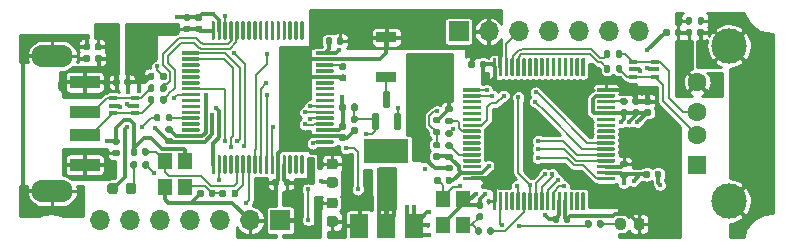
<source format=gbr>
G04 #@! TF.GenerationSoftware,KiCad,Pcbnew,5.1.6-c6e7f7d~87~ubuntu18.04.1*
G04 #@! TF.CreationDate,2021-03-10T22:13:46+06:00*
G04 #@! TF.ProjectId,USG_plus_LQFP,5553475f-706c-4757-935f-4c5146502e6b,rev?*
G04 #@! TF.SameCoordinates,Original*
G04 #@! TF.FileFunction,Copper,L1,Top*
G04 #@! TF.FilePolarity,Positive*
%FSLAX46Y46*%
G04 Gerber Fmt 4.6, Leading zero omitted, Abs format (unit mm)*
G04 Created by KiCad (PCBNEW 5.1.6-c6e7f7d~87~ubuntu18.04.1) date 2021-03-10 22:13:46*
%MOMM*%
%LPD*%
G01*
G04 APERTURE LIST*
G04 #@! TA.AperFunction,SMDPad,CuDef*
%ADD10R,2.500000X1.100000*%
G04 #@! TD*
G04 #@! TA.AperFunction,ComponentPad*
%ADD11O,3.500000X1.900000*%
G04 #@! TD*
G04 #@! TA.AperFunction,ComponentPad*
%ADD12O,1.700000X1.700000*%
G04 #@! TD*
G04 #@! TA.AperFunction,ComponentPad*
%ADD13R,1.700000X1.700000*%
G04 #@! TD*
G04 #@! TA.AperFunction,ComponentPad*
%ADD14C,3.000000*%
G04 #@! TD*
G04 #@! TA.AperFunction,ComponentPad*
%ADD15R,1.500000X1.600000*%
G04 #@! TD*
G04 #@! TA.AperFunction,ComponentPad*
%ADD16C,1.600000*%
G04 #@! TD*
G04 #@! TA.AperFunction,SMDPad,CuDef*
%ADD17R,1.700000X0.900000*%
G04 #@! TD*
G04 #@! TA.AperFunction,SMDPad,CuDef*
%ADD18R,3.800000X2.000000*%
G04 #@! TD*
G04 #@! TA.AperFunction,SMDPad,CuDef*
%ADD19R,1.500000X2.000000*%
G04 #@! TD*
G04 #@! TA.AperFunction,SMDPad,CuDef*
%ADD20R,0.650000X0.400000*%
G04 #@! TD*
G04 #@! TA.AperFunction,SMDPad,CuDef*
%ADD21R,1.200000X1.400000*%
G04 #@! TD*
G04 #@! TA.AperFunction,ViaPad*
%ADD22C,0.450000*%
G04 #@! TD*
G04 #@! TA.AperFunction,Conductor*
%ADD23C,0.300000*%
G04 #@! TD*
G04 #@! TA.AperFunction,Conductor*
%ADD24C,0.200000*%
G04 #@! TD*
G04 #@! TA.AperFunction,Conductor*
%ADD25C,0.254000*%
G04 #@! TD*
G04 APERTURE END LIST*
G04 #@! TA.AperFunction,SMDPad,CuDef*
G36*
G01*
X115525000Y-141700000D02*
X114125000Y-141700000D01*
G75*
G02*
X114050000Y-141625000I0J75000D01*
G01*
X114050000Y-141475000D01*
G75*
G02*
X114125000Y-141400000I75000J0D01*
G01*
X115525000Y-141400000D01*
G75*
G02*
X115600000Y-141475000I0J-75000D01*
G01*
X115600000Y-141625000D01*
G75*
G02*
X115525000Y-141700000I-75000J0D01*
G01*
G37*
G04 #@! TD.AperFunction*
G04 #@! TA.AperFunction,SMDPad,CuDef*
G36*
G01*
X115525000Y-141200000D02*
X114125000Y-141200000D01*
G75*
G02*
X114050000Y-141125000I0J75000D01*
G01*
X114050000Y-140975000D01*
G75*
G02*
X114125000Y-140900000I75000J0D01*
G01*
X115525000Y-140900000D01*
G75*
G02*
X115600000Y-140975000I0J-75000D01*
G01*
X115600000Y-141125000D01*
G75*
G02*
X115525000Y-141200000I-75000J0D01*
G01*
G37*
G04 #@! TD.AperFunction*
G04 #@! TA.AperFunction,SMDPad,CuDef*
G36*
G01*
X115525000Y-140700000D02*
X114125000Y-140700000D01*
G75*
G02*
X114050000Y-140625000I0J75000D01*
G01*
X114050000Y-140475000D01*
G75*
G02*
X114125000Y-140400000I75000J0D01*
G01*
X115525000Y-140400000D01*
G75*
G02*
X115600000Y-140475000I0J-75000D01*
G01*
X115600000Y-140625000D01*
G75*
G02*
X115525000Y-140700000I-75000J0D01*
G01*
G37*
G04 #@! TD.AperFunction*
G04 #@! TA.AperFunction,SMDPad,CuDef*
G36*
G01*
X115525000Y-140200000D02*
X114125000Y-140200000D01*
G75*
G02*
X114050000Y-140125000I0J75000D01*
G01*
X114050000Y-139975000D01*
G75*
G02*
X114125000Y-139900000I75000J0D01*
G01*
X115525000Y-139900000D01*
G75*
G02*
X115600000Y-139975000I0J-75000D01*
G01*
X115600000Y-140125000D01*
G75*
G02*
X115525000Y-140200000I-75000J0D01*
G01*
G37*
G04 #@! TD.AperFunction*
G04 #@! TA.AperFunction,SMDPad,CuDef*
G36*
G01*
X115525000Y-139700000D02*
X114125000Y-139700000D01*
G75*
G02*
X114050000Y-139625000I0J75000D01*
G01*
X114050000Y-139475000D01*
G75*
G02*
X114125000Y-139400000I75000J0D01*
G01*
X115525000Y-139400000D01*
G75*
G02*
X115600000Y-139475000I0J-75000D01*
G01*
X115600000Y-139625000D01*
G75*
G02*
X115525000Y-139700000I-75000J0D01*
G01*
G37*
G04 #@! TD.AperFunction*
G04 #@! TA.AperFunction,SMDPad,CuDef*
G36*
G01*
X115525000Y-139200000D02*
X114125000Y-139200000D01*
G75*
G02*
X114050000Y-139125000I0J75000D01*
G01*
X114050000Y-138975000D01*
G75*
G02*
X114125000Y-138900000I75000J0D01*
G01*
X115525000Y-138900000D01*
G75*
G02*
X115600000Y-138975000I0J-75000D01*
G01*
X115600000Y-139125000D01*
G75*
G02*
X115525000Y-139200000I-75000J0D01*
G01*
G37*
G04 #@! TD.AperFunction*
G04 #@! TA.AperFunction,SMDPad,CuDef*
G36*
G01*
X115525000Y-138700000D02*
X114125000Y-138700000D01*
G75*
G02*
X114050000Y-138625000I0J75000D01*
G01*
X114050000Y-138475000D01*
G75*
G02*
X114125000Y-138400000I75000J0D01*
G01*
X115525000Y-138400000D01*
G75*
G02*
X115600000Y-138475000I0J-75000D01*
G01*
X115600000Y-138625000D01*
G75*
G02*
X115525000Y-138700000I-75000J0D01*
G01*
G37*
G04 #@! TD.AperFunction*
G04 #@! TA.AperFunction,SMDPad,CuDef*
G36*
G01*
X115525000Y-138200000D02*
X114125000Y-138200000D01*
G75*
G02*
X114050000Y-138125000I0J75000D01*
G01*
X114050000Y-137975000D01*
G75*
G02*
X114125000Y-137900000I75000J0D01*
G01*
X115525000Y-137900000D01*
G75*
G02*
X115600000Y-137975000I0J-75000D01*
G01*
X115600000Y-138125000D01*
G75*
G02*
X115525000Y-138200000I-75000J0D01*
G01*
G37*
G04 #@! TD.AperFunction*
G04 #@! TA.AperFunction,SMDPad,CuDef*
G36*
G01*
X115525000Y-137700000D02*
X114125000Y-137700000D01*
G75*
G02*
X114050000Y-137625000I0J75000D01*
G01*
X114050000Y-137475000D01*
G75*
G02*
X114125000Y-137400000I75000J0D01*
G01*
X115525000Y-137400000D01*
G75*
G02*
X115600000Y-137475000I0J-75000D01*
G01*
X115600000Y-137625000D01*
G75*
G02*
X115525000Y-137700000I-75000J0D01*
G01*
G37*
G04 #@! TD.AperFunction*
G04 #@! TA.AperFunction,SMDPad,CuDef*
G36*
G01*
X115525000Y-137200000D02*
X114125000Y-137200000D01*
G75*
G02*
X114050000Y-137125000I0J75000D01*
G01*
X114050000Y-136975000D01*
G75*
G02*
X114125000Y-136900000I75000J0D01*
G01*
X115525000Y-136900000D01*
G75*
G02*
X115600000Y-136975000I0J-75000D01*
G01*
X115600000Y-137125000D01*
G75*
G02*
X115525000Y-137200000I-75000J0D01*
G01*
G37*
G04 #@! TD.AperFunction*
G04 #@! TA.AperFunction,SMDPad,CuDef*
G36*
G01*
X115525000Y-136700000D02*
X114125000Y-136700000D01*
G75*
G02*
X114050000Y-136625000I0J75000D01*
G01*
X114050000Y-136475000D01*
G75*
G02*
X114125000Y-136400000I75000J0D01*
G01*
X115525000Y-136400000D01*
G75*
G02*
X115600000Y-136475000I0J-75000D01*
G01*
X115600000Y-136625000D01*
G75*
G02*
X115525000Y-136700000I-75000J0D01*
G01*
G37*
G04 #@! TD.AperFunction*
G04 #@! TA.AperFunction,SMDPad,CuDef*
G36*
G01*
X115525000Y-136200000D02*
X114125000Y-136200000D01*
G75*
G02*
X114050000Y-136125000I0J75000D01*
G01*
X114050000Y-135975000D01*
G75*
G02*
X114125000Y-135900000I75000J0D01*
G01*
X115525000Y-135900000D01*
G75*
G02*
X115600000Y-135975000I0J-75000D01*
G01*
X115600000Y-136125000D01*
G75*
G02*
X115525000Y-136200000I-75000J0D01*
G01*
G37*
G04 #@! TD.AperFunction*
G04 #@! TA.AperFunction,SMDPad,CuDef*
G36*
G01*
X115525000Y-135700000D02*
X114125000Y-135700000D01*
G75*
G02*
X114050000Y-135625000I0J75000D01*
G01*
X114050000Y-135475000D01*
G75*
G02*
X114125000Y-135400000I75000J0D01*
G01*
X115525000Y-135400000D01*
G75*
G02*
X115600000Y-135475000I0J-75000D01*
G01*
X115600000Y-135625000D01*
G75*
G02*
X115525000Y-135700000I-75000J0D01*
G01*
G37*
G04 #@! TD.AperFunction*
G04 #@! TA.AperFunction,SMDPad,CuDef*
G36*
G01*
X115525000Y-135200000D02*
X114125000Y-135200000D01*
G75*
G02*
X114050000Y-135125000I0J75000D01*
G01*
X114050000Y-134975000D01*
G75*
G02*
X114125000Y-134900000I75000J0D01*
G01*
X115525000Y-134900000D01*
G75*
G02*
X115600000Y-134975000I0J-75000D01*
G01*
X115600000Y-135125000D01*
G75*
G02*
X115525000Y-135200000I-75000J0D01*
G01*
G37*
G04 #@! TD.AperFunction*
G04 #@! TA.AperFunction,SMDPad,CuDef*
G36*
G01*
X115525000Y-134700000D02*
X114125000Y-134700000D01*
G75*
G02*
X114050000Y-134625000I0J75000D01*
G01*
X114050000Y-134475000D01*
G75*
G02*
X114125000Y-134400000I75000J0D01*
G01*
X115525000Y-134400000D01*
G75*
G02*
X115600000Y-134475000I0J-75000D01*
G01*
X115600000Y-134625000D01*
G75*
G02*
X115525000Y-134700000I-75000J0D01*
G01*
G37*
G04 #@! TD.AperFunction*
G04 #@! TA.AperFunction,SMDPad,CuDef*
G36*
G01*
X115525000Y-134200000D02*
X114125000Y-134200000D01*
G75*
G02*
X114050000Y-134125000I0J75000D01*
G01*
X114050000Y-133975000D01*
G75*
G02*
X114125000Y-133900000I75000J0D01*
G01*
X115525000Y-133900000D01*
G75*
G02*
X115600000Y-133975000I0J-75000D01*
G01*
X115600000Y-134125000D01*
G75*
G02*
X115525000Y-134200000I-75000J0D01*
G01*
G37*
G04 #@! TD.AperFunction*
G04 #@! TA.AperFunction,SMDPad,CuDef*
G36*
G01*
X116825000Y-132900000D02*
X116675000Y-132900000D01*
G75*
G02*
X116600000Y-132825000I0J75000D01*
G01*
X116600000Y-131425000D01*
G75*
G02*
X116675000Y-131350000I75000J0D01*
G01*
X116825000Y-131350000D01*
G75*
G02*
X116900000Y-131425000I0J-75000D01*
G01*
X116900000Y-132825000D01*
G75*
G02*
X116825000Y-132900000I-75000J0D01*
G01*
G37*
G04 #@! TD.AperFunction*
G04 #@! TA.AperFunction,SMDPad,CuDef*
G36*
G01*
X117325000Y-132900000D02*
X117175000Y-132900000D01*
G75*
G02*
X117100000Y-132825000I0J75000D01*
G01*
X117100000Y-131425000D01*
G75*
G02*
X117175000Y-131350000I75000J0D01*
G01*
X117325000Y-131350000D01*
G75*
G02*
X117400000Y-131425000I0J-75000D01*
G01*
X117400000Y-132825000D01*
G75*
G02*
X117325000Y-132900000I-75000J0D01*
G01*
G37*
G04 #@! TD.AperFunction*
G04 #@! TA.AperFunction,SMDPad,CuDef*
G36*
G01*
X117825000Y-132900000D02*
X117675000Y-132900000D01*
G75*
G02*
X117600000Y-132825000I0J75000D01*
G01*
X117600000Y-131425000D01*
G75*
G02*
X117675000Y-131350000I75000J0D01*
G01*
X117825000Y-131350000D01*
G75*
G02*
X117900000Y-131425000I0J-75000D01*
G01*
X117900000Y-132825000D01*
G75*
G02*
X117825000Y-132900000I-75000J0D01*
G01*
G37*
G04 #@! TD.AperFunction*
G04 #@! TA.AperFunction,SMDPad,CuDef*
G36*
G01*
X118325000Y-132900000D02*
X118175000Y-132900000D01*
G75*
G02*
X118100000Y-132825000I0J75000D01*
G01*
X118100000Y-131425000D01*
G75*
G02*
X118175000Y-131350000I75000J0D01*
G01*
X118325000Y-131350000D01*
G75*
G02*
X118400000Y-131425000I0J-75000D01*
G01*
X118400000Y-132825000D01*
G75*
G02*
X118325000Y-132900000I-75000J0D01*
G01*
G37*
G04 #@! TD.AperFunction*
G04 #@! TA.AperFunction,SMDPad,CuDef*
G36*
G01*
X118825000Y-132900000D02*
X118675000Y-132900000D01*
G75*
G02*
X118600000Y-132825000I0J75000D01*
G01*
X118600000Y-131425000D01*
G75*
G02*
X118675000Y-131350000I75000J0D01*
G01*
X118825000Y-131350000D01*
G75*
G02*
X118900000Y-131425000I0J-75000D01*
G01*
X118900000Y-132825000D01*
G75*
G02*
X118825000Y-132900000I-75000J0D01*
G01*
G37*
G04 #@! TD.AperFunction*
G04 #@! TA.AperFunction,SMDPad,CuDef*
G36*
G01*
X119325000Y-132900000D02*
X119175000Y-132900000D01*
G75*
G02*
X119100000Y-132825000I0J75000D01*
G01*
X119100000Y-131425000D01*
G75*
G02*
X119175000Y-131350000I75000J0D01*
G01*
X119325000Y-131350000D01*
G75*
G02*
X119400000Y-131425000I0J-75000D01*
G01*
X119400000Y-132825000D01*
G75*
G02*
X119325000Y-132900000I-75000J0D01*
G01*
G37*
G04 #@! TD.AperFunction*
G04 #@! TA.AperFunction,SMDPad,CuDef*
G36*
G01*
X119825000Y-132900000D02*
X119675000Y-132900000D01*
G75*
G02*
X119600000Y-132825000I0J75000D01*
G01*
X119600000Y-131425000D01*
G75*
G02*
X119675000Y-131350000I75000J0D01*
G01*
X119825000Y-131350000D01*
G75*
G02*
X119900000Y-131425000I0J-75000D01*
G01*
X119900000Y-132825000D01*
G75*
G02*
X119825000Y-132900000I-75000J0D01*
G01*
G37*
G04 #@! TD.AperFunction*
G04 #@! TA.AperFunction,SMDPad,CuDef*
G36*
G01*
X120325000Y-132900000D02*
X120175000Y-132900000D01*
G75*
G02*
X120100000Y-132825000I0J75000D01*
G01*
X120100000Y-131425000D01*
G75*
G02*
X120175000Y-131350000I75000J0D01*
G01*
X120325000Y-131350000D01*
G75*
G02*
X120400000Y-131425000I0J-75000D01*
G01*
X120400000Y-132825000D01*
G75*
G02*
X120325000Y-132900000I-75000J0D01*
G01*
G37*
G04 #@! TD.AperFunction*
G04 #@! TA.AperFunction,SMDPad,CuDef*
G36*
G01*
X120825000Y-132900000D02*
X120675000Y-132900000D01*
G75*
G02*
X120600000Y-132825000I0J75000D01*
G01*
X120600000Y-131425000D01*
G75*
G02*
X120675000Y-131350000I75000J0D01*
G01*
X120825000Y-131350000D01*
G75*
G02*
X120900000Y-131425000I0J-75000D01*
G01*
X120900000Y-132825000D01*
G75*
G02*
X120825000Y-132900000I-75000J0D01*
G01*
G37*
G04 #@! TD.AperFunction*
G04 #@! TA.AperFunction,SMDPad,CuDef*
G36*
G01*
X121325000Y-132900000D02*
X121175000Y-132900000D01*
G75*
G02*
X121100000Y-132825000I0J75000D01*
G01*
X121100000Y-131425000D01*
G75*
G02*
X121175000Y-131350000I75000J0D01*
G01*
X121325000Y-131350000D01*
G75*
G02*
X121400000Y-131425000I0J-75000D01*
G01*
X121400000Y-132825000D01*
G75*
G02*
X121325000Y-132900000I-75000J0D01*
G01*
G37*
G04 #@! TD.AperFunction*
G04 #@! TA.AperFunction,SMDPad,CuDef*
G36*
G01*
X121825000Y-132900000D02*
X121675000Y-132900000D01*
G75*
G02*
X121600000Y-132825000I0J75000D01*
G01*
X121600000Y-131425000D01*
G75*
G02*
X121675000Y-131350000I75000J0D01*
G01*
X121825000Y-131350000D01*
G75*
G02*
X121900000Y-131425000I0J-75000D01*
G01*
X121900000Y-132825000D01*
G75*
G02*
X121825000Y-132900000I-75000J0D01*
G01*
G37*
G04 #@! TD.AperFunction*
G04 #@! TA.AperFunction,SMDPad,CuDef*
G36*
G01*
X122325000Y-132900000D02*
X122175000Y-132900000D01*
G75*
G02*
X122100000Y-132825000I0J75000D01*
G01*
X122100000Y-131425000D01*
G75*
G02*
X122175000Y-131350000I75000J0D01*
G01*
X122325000Y-131350000D01*
G75*
G02*
X122400000Y-131425000I0J-75000D01*
G01*
X122400000Y-132825000D01*
G75*
G02*
X122325000Y-132900000I-75000J0D01*
G01*
G37*
G04 #@! TD.AperFunction*
G04 #@! TA.AperFunction,SMDPad,CuDef*
G36*
G01*
X122825000Y-132900000D02*
X122675000Y-132900000D01*
G75*
G02*
X122600000Y-132825000I0J75000D01*
G01*
X122600000Y-131425000D01*
G75*
G02*
X122675000Y-131350000I75000J0D01*
G01*
X122825000Y-131350000D01*
G75*
G02*
X122900000Y-131425000I0J-75000D01*
G01*
X122900000Y-132825000D01*
G75*
G02*
X122825000Y-132900000I-75000J0D01*
G01*
G37*
G04 #@! TD.AperFunction*
G04 #@! TA.AperFunction,SMDPad,CuDef*
G36*
G01*
X123325000Y-132900000D02*
X123175000Y-132900000D01*
G75*
G02*
X123100000Y-132825000I0J75000D01*
G01*
X123100000Y-131425000D01*
G75*
G02*
X123175000Y-131350000I75000J0D01*
G01*
X123325000Y-131350000D01*
G75*
G02*
X123400000Y-131425000I0J-75000D01*
G01*
X123400000Y-132825000D01*
G75*
G02*
X123325000Y-132900000I-75000J0D01*
G01*
G37*
G04 #@! TD.AperFunction*
G04 #@! TA.AperFunction,SMDPad,CuDef*
G36*
G01*
X123825000Y-132900000D02*
X123675000Y-132900000D01*
G75*
G02*
X123600000Y-132825000I0J75000D01*
G01*
X123600000Y-131425000D01*
G75*
G02*
X123675000Y-131350000I75000J0D01*
G01*
X123825000Y-131350000D01*
G75*
G02*
X123900000Y-131425000I0J-75000D01*
G01*
X123900000Y-132825000D01*
G75*
G02*
X123825000Y-132900000I-75000J0D01*
G01*
G37*
G04 #@! TD.AperFunction*
G04 #@! TA.AperFunction,SMDPad,CuDef*
G36*
G01*
X124325000Y-132900000D02*
X124175000Y-132900000D01*
G75*
G02*
X124100000Y-132825000I0J75000D01*
G01*
X124100000Y-131425000D01*
G75*
G02*
X124175000Y-131350000I75000J0D01*
G01*
X124325000Y-131350000D01*
G75*
G02*
X124400000Y-131425000I0J-75000D01*
G01*
X124400000Y-132825000D01*
G75*
G02*
X124325000Y-132900000I-75000J0D01*
G01*
G37*
G04 #@! TD.AperFunction*
G04 #@! TA.AperFunction,SMDPad,CuDef*
G36*
G01*
X126875000Y-134200000D02*
X125475000Y-134200000D01*
G75*
G02*
X125400000Y-134125000I0J75000D01*
G01*
X125400000Y-133975000D01*
G75*
G02*
X125475000Y-133900000I75000J0D01*
G01*
X126875000Y-133900000D01*
G75*
G02*
X126950000Y-133975000I0J-75000D01*
G01*
X126950000Y-134125000D01*
G75*
G02*
X126875000Y-134200000I-75000J0D01*
G01*
G37*
G04 #@! TD.AperFunction*
G04 #@! TA.AperFunction,SMDPad,CuDef*
G36*
G01*
X126875000Y-134700000D02*
X125475000Y-134700000D01*
G75*
G02*
X125400000Y-134625000I0J75000D01*
G01*
X125400000Y-134475000D01*
G75*
G02*
X125475000Y-134400000I75000J0D01*
G01*
X126875000Y-134400000D01*
G75*
G02*
X126950000Y-134475000I0J-75000D01*
G01*
X126950000Y-134625000D01*
G75*
G02*
X126875000Y-134700000I-75000J0D01*
G01*
G37*
G04 #@! TD.AperFunction*
G04 #@! TA.AperFunction,SMDPad,CuDef*
G36*
G01*
X126875000Y-135200000D02*
X125475000Y-135200000D01*
G75*
G02*
X125400000Y-135125000I0J75000D01*
G01*
X125400000Y-134975000D01*
G75*
G02*
X125475000Y-134900000I75000J0D01*
G01*
X126875000Y-134900000D01*
G75*
G02*
X126950000Y-134975000I0J-75000D01*
G01*
X126950000Y-135125000D01*
G75*
G02*
X126875000Y-135200000I-75000J0D01*
G01*
G37*
G04 #@! TD.AperFunction*
G04 #@! TA.AperFunction,SMDPad,CuDef*
G36*
G01*
X126875000Y-135700000D02*
X125475000Y-135700000D01*
G75*
G02*
X125400000Y-135625000I0J75000D01*
G01*
X125400000Y-135475000D01*
G75*
G02*
X125475000Y-135400000I75000J0D01*
G01*
X126875000Y-135400000D01*
G75*
G02*
X126950000Y-135475000I0J-75000D01*
G01*
X126950000Y-135625000D01*
G75*
G02*
X126875000Y-135700000I-75000J0D01*
G01*
G37*
G04 #@! TD.AperFunction*
G04 #@! TA.AperFunction,SMDPad,CuDef*
G36*
G01*
X126875000Y-136200000D02*
X125475000Y-136200000D01*
G75*
G02*
X125400000Y-136125000I0J75000D01*
G01*
X125400000Y-135975000D01*
G75*
G02*
X125475000Y-135900000I75000J0D01*
G01*
X126875000Y-135900000D01*
G75*
G02*
X126950000Y-135975000I0J-75000D01*
G01*
X126950000Y-136125000D01*
G75*
G02*
X126875000Y-136200000I-75000J0D01*
G01*
G37*
G04 #@! TD.AperFunction*
G04 #@! TA.AperFunction,SMDPad,CuDef*
G36*
G01*
X126875000Y-136700000D02*
X125475000Y-136700000D01*
G75*
G02*
X125400000Y-136625000I0J75000D01*
G01*
X125400000Y-136475000D01*
G75*
G02*
X125475000Y-136400000I75000J0D01*
G01*
X126875000Y-136400000D01*
G75*
G02*
X126950000Y-136475000I0J-75000D01*
G01*
X126950000Y-136625000D01*
G75*
G02*
X126875000Y-136700000I-75000J0D01*
G01*
G37*
G04 #@! TD.AperFunction*
G04 #@! TA.AperFunction,SMDPad,CuDef*
G36*
G01*
X126875000Y-137200000D02*
X125475000Y-137200000D01*
G75*
G02*
X125400000Y-137125000I0J75000D01*
G01*
X125400000Y-136975000D01*
G75*
G02*
X125475000Y-136900000I75000J0D01*
G01*
X126875000Y-136900000D01*
G75*
G02*
X126950000Y-136975000I0J-75000D01*
G01*
X126950000Y-137125000D01*
G75*
G02*
X126875000Y-137200000I-75000J0D01*
G01*
G37*
G04 #@! TD.AperFunction*
G04 #@! TA.AperFunction,SMDPad,CuDef*
G36*
G01*
X126875000Y-137700000D02*
X125475000Y-137700000D01*
G75*
G02*
X125400000Y-137625000I0J75000D01*
G01*
X125400000Y-137475000D01*
G75*
G02*
X125475000Y-137400000I75000J0D01*
G01*
X126875000Y-137400000D01*
G75*
G02*
X126950000Y-137475000I0J-75000D01*
G01*
X126950000Y-137625000D01*
G75*
G02*
X126875000Y-137700000I-75000J0D01*
G01*
G37*
G04 #@! TD.AperFunction*
G04 #@! TA.AperFunction,SMDPad,CuDef*
G36*
G01*
X126875000Y-138200000D02*
X125475000Y-138200000D01*
G75*
G02*
X125400000Y-138125000I0J75000D01*
G01*
X125400000Y-137975000D01*
G75*
G02*
X125475000Y-137900000I75000J0D01*
G01*
X126875000Y-137900000D01*
G75*
G02*
X126950000Y-137975000I0J-75000D01*
G01*
X126950000Y-138125000D01*
G75*
G02*
X126875000Y-138200000I-75000J0D01*
G01*
G37*
G04 #@! TD.AperFunction*
G04 #@! TA.AperFunction,SMDPad,CuDef*
G36*
G01*
X126875000Y-138700000D02*
X125475000Y-138700000D01*
G75*
G02*
X125400000Y-138625000I0J75000D01*
G01*
X125400000Y-138475000D01*
G75*
G02*
X125475000Y-138400000I75000J0D01*
G01*
X126875000Y-138400000D01*
G75*
G02*
X126950000Y-138475000I0J-75000D01*
G01*
X126950000Y-138625000D01*
G75*
G02*
X126875000Y-138700000I-75000J0D01*
G01*
G37*
G04 #@! TD.AperFunction*
G04 #@! TA.AperFunction,SMDPad,CuDef*
G36*
G01*
X126875000Y-139200000D02*
X125475000Y-139200000D01*
G75*
G02*
X125400000Y-139125000I0J75000D01*
G01*
X125400000Y-138975000D01*
G75*
G02*
X125475000Y-138900000I75000J0D01*
G01*
X126875000Y-138900000D01*
G75*
G02*
X126950000Y-138975000I0J-75000D01*
G01*
X126950000Y-139125000D01*
G75*
G02*
X126875000Y-139200000I-75000J0D01*
G01*
G37*
G04 #@! TD.AperFunction*
G04 #@! TA.AperFunction,SMDPad,CuDef*
G36*
G01*
X126875000Y-139700000D02*
X125475000Y-139700000D01*
G75*
G02*
X125400000Y-139625000I0J75000D01*
G01*
X125400000Y-139475000D01*
G75*
G02*
X125475000Y-139400000I75000J0D01*
G01*
X126875000Y-139400000D01*
G75*
G02*
X126950000Y-139475000I0J-75000D01*
G01*
X126950000Y-139625000D01*
G75*
G02*
X126875000Y-139700000I-75000J0D01*
G01*
G37*
G04 #@! TD.AperFunction*
G04 #@! TA.AperFunction,SMDPad,CuDef*
G36*
G01*
X126875000Y-140200000D02*
X125475000Y-140200000D01*
G75*
G02*
X125400000Y-140125000I0J75000D01*
G01*
X125400000Y-139975000D01*
G75*
G02*
X125475000Y-139900000I75000J0D01*
G01*
X126875000Y-139900000D01*
G75*
G02*
X126950000Y-139975000I0J-75000D01*
G01*
X126950000Y-140125000D01*
G75*
G02*
X126875000Y-140200000I-75000J0D01*
G01*
G37*
G04 #@! TD.AperFunction*
G04 #@! TA.AperFunction,SMDPad,CuDef*
G36*
G01*
X126875000Y-140700000D02*
X125475000Y-140700000D01*
G75*
G02*
X125400000Y-140625000I0J75000D01*
G01*
X125400000Y-140475000D01*
G75*
G02*
X125475000Y-140400000I75000J0D01*
G01*
X126875000Y-140400000D01*
G75*
G02*
X126950000Y-140475000I0J-75000D01*
G01*
X126950000Y-140625000D01*
G75*
G02*
X126875000Y-140700000I-75000J0D01*
G01*
G37*
G04 #@! TD.AperFunction*
G04 #@! TA.AperFunction,SMDPad,CuDef*
G36*
G01*
X126875000Y-141200000D02*
X125475000Y-141200000D01*
G75*
G02*
X125400000Y-141125000I0J75000D01*
G01*
X125400000Y-140975000D01*
G75*
G02*
X125475000Y-140900000I75000J0D01*
G01*
X126875000Y-140900000D01*
G75*
G02*
X126950000Y-140975000I0J-75000D01*
G01*
X126950000Y-141125000D01*
G75*
G02*
X126875000Y-141200000I-75000J0D01*
G01*
G37*
G04 #@! TD.AperFunction*
G04 #@! TA.AperFunction,SMDPad,CuDef*
G36*
G01*
X126875000Y-141700000D02*
X125475000Y-141700000D01*
G75*
G02*
X125400000Y-141625000I0J75000D01*
G01*
X125400000Y-141475000D01*
G75*
G02*
X125475000Y-141400000I75000J0D01*
G01*
X126875000Y-141400000D01*
G75*
G02*
X126950000Y-141475000I0J-75000D01*
G01*
X126950000Y-141625000D01*
G75*
G02*
X126875000Y-141700000I-75000J0D01*
G01*
G37*
G04 #@! TD.AperFunction*
G04 #@! TA.AperFunction,SMDPad,CuDef*
G36*
G01*
X124325000Y-144250000D02*
X124175000Y-144250000D01*
G75*
G02*
X124100000Y-144175000I0J75000D01*
G01*
X124100000Y-142775000D01*
G75*
G02*
X124175000Y-142700000I75000J0D01*
G01*
X124325000Y-142700000D01*
G75*
G02*
X124400000Y-142775000I0J-75000D01*
G01*
X124400000Y-144175000D01*
G75*
G02*
X124325000Y-144250000I-75000J0D01*
G01*
G37*
G04 #@! TD.AperFunction*
G04 #@! TA.AperFunction,SMDPad,CuDef*
G36*
G01*
X123825000Y-144250000D02*
X123675000Y-144250000D01*
G75*
G02*
X123600000Y-144175000I0J75000D01*
G01*
X123600000Y-142775000D01*
G75*
G02*
X123675000Y-142700000I75000J0D01*
G01*
X123825000Y-142700000D01*
G75*
G02*
X123900000Y-142775000I0J-75000D01*
G01*
X123900000Y-144175000D01*
G75*
G02*
X123825000Y-144250000I-75000J0D01*
G01*
G37*
G04 #@! TD.AperFunction*
G04 #@! TA.AperFunction,SMDPad,CuDef*
G36*
G01*
X123325000Y-144250000D02*
X123175000Y-144250000D01*
G75*
G02*
X123100000Y-144175000I0J75000D01*
G01*
X123100000Y-142775000D01*
G75*
G02*
X123175000Y-142700000I75000J0D01*
G01*
X123325000Y-142700000D01*
G75*
G02*
X123400000Y-142775000I0J-75000D01*
G01*
X123400000Y-144175000D01*
G75*
G02*
X123325000Y-144250000I-75000J0D01*
G01*
G37*
G04 #@! TD.AperFunction*
G04 #@! TA.AperFunction,SMDPad,CuDef*
G36*
G01*
X122825000Y-144250000D02*
X122675000Y-144250000D01*
G75*
G02*
X122600000Y-144175000I0J75000D01*
G01*
X122600000Y-142775000D01*
G75*
G02*
X122675000Y-142700000I75000J0D01*
G01*
X122825000Y-142700000D01*
G75*
G02*
X122900000Y-142775000I0J-75000D01*
G01*
X122900000Y-144175000D01*
G75*
G02*
X122825000Y-144250000I-75000J0D01*
G01*
G37*
G04 #@! TD.AperFunction*
G04 #@! TA.AperFunction,SMDPad,CuDef*
G36*
G01*
X122325000Y-144250000D02*
X122175000Y-144250000D01*
G75*
G02*
X122100000Y-144175000I0J75000D01*
G01*
X122100000Y-142775000D01*
G75*
G02*
X122175000Y-142700000I75000J0D01*
G01*
X122325000Y-142700000D01*
G75*
G02*
X122400000Y-142775000I0J-75000D01*
G01*
X122400000Y-144175000D01*
G75*
G02*
X122325000Y-144250000I-75000J0D01*
G01*
G37*
G04 #@! TD.AperFunction*
G04 #@! TA.AperFunction,SMDPad,CuDef*
G36*
G01*
X121825000Y-144250000D02*
X121675000Y-144250000D01*
G75*
G02*
X121600000Y-144175000I0J75000D01*
G01*
X121600000Y-142775000D01*
G75*
G02*
X121675000Y-142700000I75000J0D01*
G01*
X121825000Y-142700000D01*
G75*
G02*
X121900000Y-142775000I0J-75000D01*
G01*
X121900000Y-144175000D01*
G75*
G02*
X121825000Y-144250000I-75000J0D01*
G01*
G37*
G04 #@! TD.AperFunction*
G04 #@! TA.AperFunction,SMDPad,CuDef*
G36*
G01*
X121325000Y-144250000D02*
X121175000Y-144250000D01*
G75*
G02*
X121100000Y-144175000I0J75000D01*
G01*
X121100000Y-142775000D01*
G75*
G02*
X121175000Y-142700000I75000J0D01*
G01*
X121325000Y-142700000D01*
G75*
G02*
X121400000Y-142775000I0J-75000D01*
G01*
X121400000Y-144175000D01*
G75*
G02*
X121325000Y-144250000I-75000J0D01*
G01*
G37*
G04 #@! TD.AperFunction*
G04 #@! TA.AperFunction,SMDPad,CuDef*
G36*
G01*
X120825000Y-144250000D02*
X120675000Y-144250000D01*
G75*
G02*
X120600000Y-144175000I0J75000D01*
G01*
X120600000Y-142775000D01*
G75*
G02*
X120675000Y-142700000I75000J0D01*
G01*
X120825000Y-142700000D01*
G75*
G02*
X120900000Y-142775000I0J-75000D01*
G01*
X120900000Y-144175000D01*
G75*
G02*
X120825000Y-144250000I-75000J0D01*
G01*
G37*
G04 #@! TD.AperFunction*
G04 #@! TA.AperFunction,SMDPad,CuDef*
G36*
G01*
X120325000Y-144250000D02*
X120175000Y-144250000D01*
G75*
G02*
X120100000Y-144175000I0J75000D01*
G01*
X120100000Y-142775000D01*
G75*
G02*
X120175000Y-142700000I75000J0D01*
G01*
X120325000Y-142700000D01*
G75*
G02*
X120400000Y-142775000I0J-75000D01*
G01*
X120400000Y-144175000D01*
G75*
G02*
X120325000Y-144250000I-75000J0D01*
G01*
G37*
G04 #@! TD.AperFunction*
G04 #@! TA.AperFunction,SMDPad,CuDef*
G36*
G01*
X119825000Y-144250000D02*
X119675000Y-144250000D01*
G75*
G02*
X119600000Y-144175000I0J75000D01*
G01*
X119600000Y-142775000D01*
G75*
G02*
X119675000Y-142700000I75000J0D01*
G01*
X119825000Y-142700000D01*
G75*
G02*
X119900000Y-142775000I0J-75000D01*
G01*
X119900000Y-144175000D01*
G75*
G02*
X119825000Y-144250000I-75000J0D01*
G01*
G37*
G04 #@! TD.AperFunction*
G04 #@! TA.AperFunction,SMDPad,CuDef*
G36*
G01*
X119325000Y-144250000D02*
X119175000Y-144250000D01*
G75*
G02*
X119100000Y-144175000I0J75000D01*
G01*
X119100000Y-142775000D01*
G75*
G02*
X119175000Y-142700000I75000J0D01*
G01*
X119325000Y-142700000D01*
G75*
G02*
X119400000Y-142775000I0J-75000D01*
G01*
X119400000Y-144175000D01*
G75*
G02*
X119325000Y-144250000I-75000J0D01*
G01*
G37*
G04 #@! TD.AperFunction*
G04 #@! TA.AperFunction,SMDPad,CuDef*
G36*
G01*
X118825000Y-144250000D02*
X118675000Y-144250000D01*
G75*
G02*
X118600000Y-144175000I0J75000D01*
G01*
X118600000Y-142775000D01*
G75*
G02*
X118675000Y-142700000I75000J0D01*
G01*
X118825000Y-142700000D01*
G75*
G02*
X118900000Y-142775000I0J-75000D01*
G01*
X118900000Y-144175000D01*
G75*
G02*
X118825000Y-144250000I-75000J0D01*
G01*
G37*
G04 #@! TD.AperFunction*
G04 #@! TA.AperFunction,SMDPad,CuDef*
G36*
G01*
X118325000Y-144250000D02*
X118175000Y-144250000D01*
G75*
G02*
X118100000Y-144175000I0J75000D01*
G01*
X118100000Y-142775000D01*
G75*
G02*
X118175000Y-142700000I75000J0D01*
G01*
X118325000Y-142700000D01*
G75*
G02*
X118400000Y-142775000I0J-75000D01*
G01*
X118400000Y-144175000D01*
G75*
G02*
X118325000Y-144250000I-75000J0D01*
G01*
G37*
G04 #@! TD.AperFunction*
G04 #@! TA.AperFunction,SMDPad,CuDef*
G36*
G01*
X117825000Y-144250000D02*
X117675000Y-144250000D01*
G75*
G02*
X117600000Y-144175000I0J75000D01*
G01*
X117600000Y-142775000D01*
G75*
G02*
X117675000Y-142700000I75000J0D01*
G01*
X117825000Y-142700000D01*
G75*
G02*
X117900000Y-142775000I0J-75000D01*
G01*
X117900000Y-144175000D01*
G75*
G02*
X117825000Y-144250000I-75000J0D01*
G01*
G37*
G04 #@! TD.AperFunction*
G04 #@! TA.AperFunction,SMDPad,CuDef*
G36*
G01*
X117325000Y-144250000D02*
X117175000Y-144250000D01*
G75*
G02*
X117100000Y-144175000I0J75000D01*
G01*
X117100000Y-142775000D01*
G75*
G02*
X117175000Y-142700000I75000J0D01*
G01*
X117325000Y-142700000D01*
G75*
G02*
X117400000Y-142775000I0J-75000D01*
G01*
X117400000Y-144175000D01*
G75*
G02*
X117325000Y-144250000I-75000J0D01*
G01*
G37*
G04 #@! TD.AperFunction*
G04 #@! TA.AperFunction,SMDPad,CuDef*
G36*
G01*
X116825000Y-144250000D02*
X116675000Y-144250000D01*
G75*
G02*
X116600000Y-144175000I0J75000D01*
G01*
X116600000Y-142775000D01*
G75*
G02*
X116675000Y-142700000I75000J0D01*
G01*
X116825000Y-142700000D01*
G75*
G02*
X116900000Y-142775000I0J-75000D01*
G01*
X116900000Y-144175000D01*
G75*
G02*
X116825000Y-144250000I-75000J0D01*
G01*
G37*
G04 #@! TD.AperFunction*
G04 #@! TA.AperFunction,SMDPad,CuDef*
G36*
G01*
X127050000Y-145425000D02*
X126550000Y-145425000D01*
G75*
G02*
X126325000Y-145200000I0J225000D01*
G01*
X126325000Y-144750000D01*
G75*
G02*
X126550000Y-144525000I225000J0D01*
G01*
X127050000Y-144525000D01*
G75*
G02*
X127275000Y-144750000I0J-225000D01*
G01*
X127275000Y-145200000D01*
G75*
G02*
X127050000Y-145425000I-225000J0D01*
G01*
G37*
G04 #@! TD.AperFunction*
G04 #@! TA.AperFunction,SMDPad,CuDef*
G36*
G01*
X127050000Y-143875000D02*
X126550000Y-143875000D01*
G75*
G02*
X126325000Y-143650000I0J225000D01*
G01*
X126325000Y-143200000D01*
G75*
G02*
X126550000Y-142975000I225000J0D01*
G01*
X127050000Y-142975000D01*
G75*
G02*
X127275000Y-143200000I0J-225000D01*
G01*
X127275000Y-143650000D01*
G75*
G02*
X127050000Y-143875000I-225000J0D01*
G01*
G37*
G04 #@! TD.AperFunction*
G04 #@! TA.AperFunction,SMDPad,CuDef*
G36*
G01*
X126550000Y-146275000D02*
X127050000Y-146275000D01*
G75*
G02*
X127275000Y-146500000I0J-225000D01*
G01*
X127275000Y-146950000D01*
G75*
G02*
X127050000Y-147175000I-225000J0D01*
G01*
X126550000Y-147175000D01*
G75*
G02*
X126325000Y-146950000I0J225000D01*
G01*
X126325000Y-146500000D01*
G75*
G02*
X126550000Y-146275000I225000J0D01*
G01*
G37*
G04 #@! TD.AperFunction*
G04 #@! TA.AperFunction,SMDPad,CuDef*
G36*
G01*
X126550000Y-147825000D02*
X127050000Y-147825000D01*
G75*
G02*
X127275000Y-148050000I0J-225000D01*
G01*
X127275000Y-148500000D01*
G75*
G02*
X127050000Y-148725000I-225000J0D01*
G01*
X126550000Y-148725000D01*
G75*
G02*
X126325000Y-148500000I0J225000D01*
G01*
X126325000Y-148050000D01*
G75*
G02*
X126550000Y-147825000I225000J0D01*
G01*
G37*
G04 #@! TD.AperFunction*
G04 #@! TA.AperFunction,SMDPad,CuDef*
G36*
G01*
X110225000Y-145243750D02*
X110225000Y-145756250D01*
G75*
G02*
X110006250Y-145975000I-218750J0D01*
G01*
X109568750Y-145975000D01*
G75*
G02*
X109350000Y-145756250I0J218750D01*
G01*
X109350000Y-145243750D01*
G75*
G02*
X109568750Y-145025000I218750J0D01*
G01*
X110006250Y-145025000D01*
G75*
G02*
X110225000Y-145243750I0J-218750D01*
G01*
G37*
G04 #@! TD.AperFunction*
G04 #@! TA.AperFunction,SMDPad,CuDef*
G36*
G01*
X108650000Y-145243750D02*
X108650000Y-145756250D01*
G75*
G02*
X108431250Y-145975000I-218750J0D01*
G01*
X107993750Y-145975000D01*
G75*
G02*
X107775000Y-145756250I0J218750D01*
G01*
X107775000Y-145243750D01*
G75*
G02*
X107993750Y-145025000I218750J0D01*
G01*
X108431250Y-145025000D01*
G75*
G02*
X108650000Y-145243750I0J-218750D01*
G01*
G37*
G04 #@! TD.AperFunction*
G04 #@! TA.AperFunction,SMDPad,CuDef*
G36*
G01*
X130600000Y-140575000D02*
X130300000Y-140575000D01*
G75*
G02*
X130150000Y-140425000I0J150000D01*
G01*
X130150000Y-139250000D01*
G75*
G02*
X130300000Y-139100000I150000J0D01*
G01*
X130600000Y-139100000D01*
G75*
G02*
X130750000Y-139250000I0J-150000D01*
G01*
X130750000Y-140425000D01*
G75*
G02*
X130600000Y-140575000I-150000J0D01*
G01*
G37*
G04 #@! TD.AperFunction*
G04 #@! TA.AperFunction,SMDPad,CuDef*
G36*
G01*
X132500000Y-140575000D02*
X132200000Y-140575000D01*
G75*
G02*
X132050000Y-140425000I0J150000D01*
G01*
X132050000Y-139250000D01*
G75*
G02*
X132200000Y-139100000I150000J0D01*
G01*
X132500000Y-139100000D01*
G75*
G02*
X132650000Y-139250000I0J-150000D01*
G01*
X132650000Y-140425000D01*
G75*
G02*
X132500000Y-140575000I-150000J0D01*
G01*
G37*
G04 #@! TD.AperFunction*
G04 #@! TA.AperFunction,SMDPad,CuDef*
G36*
G01*
X131550000Y-138700000D02*
X131250000Y-138700000D01*
G75*
G02*
X131100000Y-138550000I0J150000D01*
G01*
X131100000Y-137375000D01*
G75*
G02*
X131250000Y-137225000I150000J0D01*
G01*
X131550000Y-137225000D01*
G75*
G02*
X131700000Y-137375000I0J-150000D01*
G01*
X131700000Y-138550000D01*
G75*
G02*
X131550000Y-138700000I-150000J0D01*
G01*
G37*
G04 #@! TD.AperFunction*
G04 #@! TA.AperFunction,SMDPad,CuDef*
G36*
G01*
X152350000Y-148756250D02*
X152350000Y-148243750D01*
G75*
G02*
X152568750Y-148025000I218750J0D01*
G01*
X153006250Y-148025000D01*
G75*
G02*
X153225000Y-148243750I0J-218750D01*
G01*
X153225000Y-148756250D01*
G75*
G02*
X153006250Y-148975000I-218750J0D01*
G01*
X152568750Y-148975000D01*
G75*
G02*
X152350000Y-148756250I0J218750D01*
G01*
G37*
G04 #@! TD.AperFunction*
G04 #@! TA.AperFunction,SMDPad,CuDef*
G36*
G01*
X150775000Y-148756250D02*
X150775000Y-148243750D01*
G75*
G02*
X150993750Y-148025000I218750J0D01*
G01*
X151431250Y-148025000D01*
G75*
G02*
X151650000Y-148243750I0J-218750D01*
G01*
X151650000Y-148756250D01*
G75*
G02*
X151431250Y-148975000I-218750J0D01*
G01*
X150993750Y-148975000D01*
G75*
G02*
X150775000Y-148756250I0J218750D01*
G01*
G37*
G04 #@! TD.AperFunction*
D10*
X105850000Y-141000000D03*
X105850000Y-139000000D03*
X105850000Y-143500000D03*
X105850000Y-136500000D03*
D11*
X103100000Y-145700000D03*
X103100000Y-134300000D03*
D12*
X107160000Y-148200000D03*
X109700000Y-148200000D03*
X112240000Y-148200000D03*
X114780000Y-148200000D03*
X117320000Y-148200000D03*
X119860000Y-148200000D03*
D13*
X122400000Y-148200000D03*
X137500000Y-132200000D03*
D12*
X140040000Y-132200000D03*
X142580000Y-132200000D03*
X145120000Y-132200000D03*
X147660000Y-132200000D03*
X150200000Y-132200000D03*
X152740000Y-132200000D03*
D14*
X160410000Y-146570000D03*
X160410000Y-133430000D03*
D15*
X157700000Y-143500000D03*
D16*
X157700000Y-141000000D03*
X157700000Y-139000000D03*
X157700000Y-136500000D03*
D17*
X131400000Y-136100000D03*
X131400000Y-132700000D03*
D18*
X131400000Y-142350000D03*
D19*
X131400000Y-148650000D03*
X133700000Y-148650000D03*
X129100000Y-148650000D03*
D20*
X108250000Y-137850000D03*
X108250000Y-139150000D03*
X110150000Y-138500000D03*
X108250000Y-138500000D03*
X110150000Y-139150000D03*
X110150000Y-137850000D03*
G04 #@! TA.AperFunction,SMDPad,CuDef*
G36*
G01*
X140625000Y-147350000D02*
X140475000Y-147350000D01*
G75*
G02*
X140400000Y-147275000I0J75000D01*
G01*
X140400000Y-145875000D01*
G75*
G02*
X140475000Y-145800000I75000J0D01*
G01*
X140625000Y-145800000D01*
G75*
G02*
X140700000Y-145875000I0J-75000D01*
G01*
X140700000Y-147275000D01*
G75*
G02*
X140625000Y-147350000I-75000J0D01*
G01*
G37*
G04 #@! TD.AperFunction*
G04 #@! TA.AperFunction,SMDPad,CuDef*
G36*
G01*
X141125000Y-147350000D02*
X140975000Y-147350000D01*
G75*
G02*
X140900000Y-147275000I0J75000D01*
G01*
X140900000Y-145875000D01*
G75*
G02*
X140975000Y-145800000I75000J0D01*
G01*
X141125000Y-145800000D01*
G75*
G02*
X141200000Y-145875000I0J-75000D01*
G01*
X141200000Y-147275000D01*
G75*
G02*
X141125000Y-147350000I-75000J0D01*
G01*
G37*
G04 #@! TD.AperFunction*
G04 #@! TA.AperFunction,SMDPad,CuDef*
G36*
G01*
X141625000Y-147350000D02*
X141475000Y-147350000D01*
G75*
G02*
X141400000Y-147275000I0J75000D01*
G01*
X141400000Y-145875000D01*
G75*
G02*
X141475000Y-145800000I75000J0D01*
G01*
X141625000Y-145800000D01*
G75*
G02*
X141700000Y-145875000I0J-75000D01*
G01*
X141700000Y-147275000D01*
G75*
G02*
X141625000Y-147350000I-75000J0D01*
G01*
G37*
G04 #@! TD.AperFunction*
G04 #@! TA.AperFunction,SMDPad,CuDef*
G36*
G01*
X142125000Y-147350000D02*
X141975000Y-147350000D01*
G75*
G02*
X141900000Y-147275000I0J75000D01*
G01*
X141900000Y-145875000D01*
G75*
G02*
X141975000Y-145800000I75000J0D01*
G01*
X142125000Y-145800000D01*
G75*
G02*
X142200000Y-145875000I0J-75000D01*
G01*
X142200000Y-147275000D01*
G75*
G02*
X142125000Y-147350000I-75000J0D01*
G01*
G37*
G04 #@! TD.AperFunction*
G04 #@! TA.AperFunction,SMDPad,CuDef*
G36*
G01*
X142625000Y-147350000D02*
X142475000Y-147350000D01*
G75*
G02*
X142400000Y-147275000I0J75000D01*
G01*
X142400000Y-145875000D01*
G75*
G02*
X142475000Y-145800000I75000J0D01*
G01*
X142625000Y-145800000D01*
G75*
G02*
X142700000Y-145875000I0J-75000D01*
G01*
X142700000Y-147275000D01*
G75*
G02*
X142625000Y-147350000I-75000J0D01*
G01*
G37*
G04 #@! TD.AperFunction*
G04 #@! TA.AperFunction,SMDPad,CuDef*
G36*
G01*
X143125000Y-147350000D02*
X142975000Y-147350000D01*
G75*
G02*
X142900000Y-147275000I0J75000D01*
G01*
X142900000Y-145875000D01*
G75*
G02*
X142975000Y-145800000I75000J0D01*
G01*
X143125000Y-145800000D01*
G75*
G02*
X143200000Y-145875000I0J-75000D01*
G01*
X143200000Y-147275000D01*
G75*
G02*
X143125000Y-147350000I-75000J0D01*
G01*
G37*
G04 #@! TD.AperFunction*
G04 #@! TA.AperFunction,SMDPad,CuDef*
G36*
G01*
X143625000Y-147350000D02*
X143475000Y-147350000D01*
G75*
G02*
X143400000Y-147275000I0J75000D01*
G01*
X143400000Y-145875000D01*
G75*
G02*
X143475000Y-145800000I75000J0D01*
G01*
X143625000Y-145800000D01*
G75*
G02*
X143700000Y-145875000I0J-75000D01*
G01*
X143700000Y-147275000D01*
G75*
G02*
X143625000Y-147350000I-75000J0D01*
G01*
G37*
G04 #@! TD.AperFunction*
G04 #@! TA.AperFunction,SMDPad,CuDef*
G36*
G01*
X144125000Y-147350000D02*
X143975000Y-147350000D01*
G75*
G02*
X143900000Y-147275000I0J75000D01*
G01*
X143900000Y-145875000D01*
G75*
G02*
X143975000Y-145800000I75000J0D01*
G01*
X144125000Y-145800000D01*
G75*
G02*
X144200000Y-145875000I0J-75000D01*
G01*
X144200000Y-147275000D01*
G75*
G02*
X144125000Y-147350000I-75000J0D01*
G01*
G37*
G04 #@! TD.AperFunction*
G04 #@! TA.AperFunction,SMDPad,CuDef*
G36*
G01*
X144625000Y-147350000D02*
X144475000Y-147350000D01*
G75*
G02*
X144400000Y-147275000I0J75000D01*
G01*
X144400000Y-145875000D01*
G75*
G02*
X144475000Y-145800000I75000J0D01*
G01*
X144625000Y-145800000D01*
G75*
G02*
X144700000Y-145875000I0J-75000D01*
G01*
X144700000Y-147275000D01*
G75*
G02*
X144625000Y-147350000I-75000J0D01*
G01*
G37*
G04 #@! TD.AperFunction*
G04 #@! TA.AperFunction,SMDPad,CuDef*
G36*
G01*
X145125000Y-147350000D02*
X144975000Y-147350000D01*
G75*
G02*
X144900000Y-147275000I0J75000D01*
G01*
X144900000Y-145875000D01*
G75*
G02*
X144975000Y-145800000I75000J0D01*
G01*
X145125000Y-145800000D01*
G75*
G02*
X145200000Y-145875000I0J-75000D01*
G01*
X145200000Y-147275000D01*
G75*
G02*
X145125000Y-147350000I-75000J0D01*
G01*
G37*
G04 #@! TD.AperFunction*
G04 #@! TA.AperFunction,SMDPad,CuDef*
G36*
G01*
X145625000Y-147350000D02*
X145475000Y-147350000D01*
G75*
G02*
X145400000Y-147275000I0J75000D01*
G01*
X145400000Y-145875000D01*
G75*
G02*
X145475000Y-145800000I75000J0D01*
G01*
X145625000Y-145800000D01*
G75*
G02*
X145700000Y-145875000I0J-75000D01*
G01*
X145700000Y-147275000D01*
G75*
G02*
X145625000Y-147350000I-75000J0D01*
G01*
G37*
G04 #@! TD.AperFunction*
G04 #@! TA.AperFunction,SMDPad,CuDef*
G36*
G01*
X146125000Y-147350000D02*
X145975000Y-147350000D01*
G75*
G02*
X145900000Y-147275000I0J75000D01*
G01*
X145900000Y-145875000D01*
G75*
G02*
X145975000Y-145800000I75000J0D01*
G01*
X146125000Y-145800000D01*
G75*
G02*
X146200000Y-145875000I0J-75000D01*
G01*
X146200000Y-147275000D01*
G75*
G02*
X146125000Y-147350000I-75000J0D01*
G01*
G37*
G04 #@! TD.AperFunction*
G04 #@! TA.AperFunction,SMDPad,CuDef*
G36*
G01*
X146625000Y-147350000D02*
X146475000Y-147350000D01*
G75*
G02*
X146400000Y-147275000I0J75000D01*
G01*
X146400000Y-145875000D01*
G75*
G02*
X146475000Y-145800000I75000J0D01*
G01*
X146625000Y-145800000D01*
G75*
G02*
X146700000Y-145875000I0J-75000D01*
G01*
X146700000Y-147275000D01*
G75*
G02*
X146625000Y-147350000I-75000J0D01*
G01*
G37*
G04 #@! TD.AperFunction*
G04 #@! TA.AperFunction,SMDPad,CuDef*
G36*
G01*
X147125000Y-147350000D02*
X146975000Y-147350000D01*
G75*
G02*
X146900000Y-147275000I0J75000D01*
G01*
X146900000Y-145875000D01*
G75*
G02*
X146975000Y-145800000I75000J0D01*
G01*
X147125000Y-145800000D01*
G75*
G02*
X147200000Y-145875000I0J-75000D01*
G01*
X147200000Y-147275000D01*
G75*
G02*
X147125000Y-147350000I-75000J0D01*
G01*
G37*
G04 #@! TD.AperFunction*
G04 #@! TA.AperFunction,SMDPad,CuDef*
G36*
G01*
X147625000Y-147350000D02*
X147475000Y-147350000D01*
G75*
G02*
X147400000Y-147275000I0J75000D01*
G01*
X147400000Y-145875000D01*
G75*
G02*
X147475000Y-145800000I75000J0D01*
G01*
X147625000Y-145800000D01*
G75*
G02*
X147700000Y-145875000I0J-75000D01*
G01*
X147700000Y-147275000D01*
G75*
G02*
X147625000Y-147350000I-75000J0D01*
G01*
G37*
G04 #@! TD.AperFunction*
G04 #@! TA.AperFunction,SMDPad,CuDef*
G36*
G01*
X148125000Y-147350000D02*
X147975000Y-147350000D01*
G75*
G02*
X147900000Y-147275000I0J75000D01*
G01*
X147900000Y-145875000D01*
G75*
G02*
X147975000Y-145800000I75000J0D01*
G01*
X148125000Y-145800000D01*
G75*
G02*
X148200000Y-145875000I0J-75000D01*
G01*
X148200000Y-147275000D01*
G75*
G02*
X148125000Y-147350000I-75000J0D01*
G01*
G37*
G04 #@! TD.AperFunction*
G04 #@! TA.AperFunction,SMDPad,CuDef*
G36*
G01*
X150675000Y-144800000D02*
X149275000Y-144800000D01*
G75*
G02*
X149200000Y-144725000I0J75000D01*
G01*
X149200000Y-144575000D01*
G75*
G02*
X149275000Y-144500000I75000J0D01*
G01*
X150675000Y-144500000D01*
G75*
G02*
X150750000Y-144575000I0J-75000D01*
G01*
X150750000Y-144725000D01*
G75*
G02*
X150675000Y-144800000I-75000J0D01*
G01*
G37*
G04 #@! TD.AperFunction*
G04 #@! TA.AperFunction,SMDPad,CuDef*
G36*
G01*
X150675000Y-144300000D02*
X149275000Y-144300000D01*
G75*
G02*
X149200000Y-144225000I0J75000D01*
G01*
X149200000Y-144075000D01*
G75*
G02*
X149275000Y-144000000I75000J0D01*
G01*
X150675000Y-144000000D01*
G75*
G02*
X150750000Y-144075000I0J-75000D01*
G01*
X150750000Y-144225000D01*
G75*
G02*
X150675000Y-144300000I-75000J0D01*
G01*
G37*
G04 #@! TD.AperFunction*
G04 #@! TA.AperFunction,SMDPad,CuDef*
G36*
G01*
X150675000Y-143800000D02*
X149275000Y-143800000D01*
G75*
G02*
X149200000Y-143725000I0J75000D01*
G01*
X149200000Y-143575000D01*
G75*
G02*
X149275000Y-143500000I75000J0D01*
G01*
X150675000Y-143500000D01*
G75*
G02*
X150750000Y-143575000I0J-75000D01*
G01*
X150750000Y-143725000D01*
G75*
G02*
X150675000Y-143800000I-75000J0D01*
G01*
G37*
G04 #@! TD.AperFunction*
G04 #@! TA.AperFunction,SMDPad,CuDef*
G36*
G01*
X150675000Y-143300000D02*
X149275000Y-143300000D01*
G75*
G02*
X149200000Y-143225000I0J75000D01*
G01*
X149200000Y-143075000D01*
G75*
G02*
X149275000Y-143000000I75000J0D01*
G01*
X150675000Y-143000000D01*
G75*
G02*
X150750000Y-143075000I0J-75000D01*
G01*
X150750000Y-143225000D01*
G75*
G02*
X150675000Y-143300000I-75000J0D01*
G01*
G37*
G04 #@! TD.AperFunction*
G04 #@! TA.AperFunction,SMDPad,CuDef*
G36*
G01*
X150675000Y-142800000D02*
X149275000Y-142800000D01*
G75*
G02*
X149200000Y-142725000I0J75000D01*
G01*
X149200000Y-142575000D01*
G75*
G02*
X149275000Y-142500000I75000J0D01*
G01*
X150675000Y-142500000D01*
G75*
G02*
X150750000Y-142575000I0J-75000D01*
G01*
X150750000Y-142725000D01*
G75*
G02*
X150675000Y-142800000I-75000J0D01*
G01*
G37*
G04 #@! TD.AperFunction*
G04 #@! TA.AperFunction,SMDPad,CuDef*
G36*
G01*
X150675000Y-142300000D02*
X149275000Y-142300000D01*
G75*
G02*
X149200000Y-142225000I0J75000D01*
G01*
X149200000Y-142075000D01*
G75*
G02*
X149275000Y-142000000I75000J0D01*
G01*
X150675000Y-142000000D01*
G75*
G02*
X150750000Y-142075000I0J-75000D01*
G01*
X150750000Y-142225000D01*
G75*
G02*
X150675000Y-142300000I-75000J0D01*
G01*
G37*
G04 #@! TD.AperFunction*
G04 #@! TA.AperFunction,SMDPad,CuDef*
G36*
G01*
X150675000Y-141800000D02*
X149275000Y-141800000D01*
G75*
G02*
X149200000Y-141725000I0J75000D01*
G01*
X149200000Y-141575000D01*
G75*
G02*
X149275000Y-141500000I75000J0D01*
G01*
X150675000Y-141500000D01*
G75*
G02*
X150750000Y-141575000I0J-75000D01*
G01*
X150750000Y-141725000D01*
G75*
G02*
X150675000Y-141800000I-75000J0D01*
G01*
G37*
G04 #@! TD.AperFunction*
G04 #@! TA.AperFunction,SMDPad,CuDef*
G36*
G01*
X150675000Y-141300000D02*
X149275000Y-141300000D01*
G75*
G02*
X149200000Y-141225000I0J75000D01*
G01*
X149200000Y-141075000D01*
G75*
G02*
X149275000Y-141000000I75000J0D01*
G01*
X150675000Y-141000000D01*
G75*
G02*
X150750000Y-141075000I0J-75000D01*
G01*
X150750000Y-141225000D01*
G75*
G02*
X150675000Y-141300000I-75000J0D01*
G01*
G37*
G04 #@! TD.AperFunction*
G04 #@! TA.AperFunction,SMDPad,CuDef*
G36*
G01*
X150675000Y-140800000D02*
X149275000Y-140800000D01*
G75*
G02*
X149200000Y-140725000I0J75000D01*
G01*
X149200000Y-140575000D01*
G75*
G02*
X149275000Y-140500000I75000J0D01*
G01*
X150675000Y-140500000D01*
G75*
G02*
X150750000Y-140575000I0J-75000D01*
G01*
X150750000Y-140725000D01*
G75*
G02*
X150675000Y-140800000I-75000J0D01*
G01*
G37*
G04 #@! TD.AperFunction*
G04 #@! TA.AperFunction,SMDPad,CuDef*
G36*
G01*
X150675000Y-140300000D02*
X149275000Y-140300000D01*
G75*
G02*
X149200000Y-140225000I0J75000D01*
G01*
X149200000Y-140075000D01*
G75*
G02*
X149275000Y-140000000I75000J0D01*
G01*
X150675000Y-140000000D01*
G75*
G02*
X150750000Y-140075000I0J-75000D01*
G01*
X150750000Y-140225000D01*
G75*
G02*
X150675000Y-140300000I-75000J0D01*
G01*
G37*
G04 #@! TD.AperFunction*
G04 #@! TA.AperFunction,SMDPad,CuDef*
G36*
G01*
X150675000Y-139800000D02*
X149275000Y-139800000D01*
G75*
G02*
X149200000Y-139725000I0J75000D01*
G01*
X149200000Y-139575000D01*
G75*
G02*
X149275000Y-139500000I75000J0D01*
G01*
X150675000Y-139500000D01*
G75*
G02*
X150750000Y-139575000I0J-75000D01*
G01*
X150750000Y-139725000D01*
G75*
G02*
X150675000Y-139800000I-75000J0D01*
G01*
G37*
G04 #@! TD.AperFunction*
G04 #@! TA.AperFunction,SMDPad,CuDef*
G36*
G01*
X150675000Y-139300000D02*
X149275000Y-139300000D01*
G75*
G02*
X149200000Y-139225000I0J75000D01*
G01*
X149200000Y-139075000D01*
G75*
G02*
X149275000Y-139000000I75000J0D01*
G01*
X150675000Y-139000000D01*
G75*
G02*
X150750000Y-139075000I0J-75000D01*
G01*
X150750000Y-139225000D01*
G75*
G02*
X150675000Y-139300000I-75000J0D01*
G01*
G37*
G04 #@! TD.AperFunction*
G04 #@! TA.AperFunction,SMDPad,CuDef*
G36*
G01*
X150675000Y-138800000D02*
X149275000Y-138800000D01*
G75*
G02*
X149200000Y-138725000I0J75000D01*
G01*
X149200000Y-138575000D01*
G75*
G02*
X149275000Y-138500000I75000J0D01*
G01*
X150675000Y-138500000D01*
G75*
G02*
X150750000Y-138575000I0J-75000D01*
G01*
X150750000Y-138725000D01*
G75*
G02*
X150675000Y-138800000I-75000J0D01*
G01*
G37*
G04 #@! TD.AperFunction*
G04 #@! TA.AperFunction,SMDPad,CuDef*
G36*
G01*
X150675000Y-138300000D02*
X149275000Y-138300000D01*
G75*
G02*
X149200000Y-138225000I0J75000D01*
G01*
X149200000Y-138075000D01*
G75*
G02*
X149275000Y-138000000I75000J0D01*
G01*
X150675000Y-138000000D01*
G75*
G02*
X150750000Y-138075000I0J-75000D01*
G01*
X150750000Y-138225000D01*
G75*
G02*
X150675000Y-138300000I-75000J0D01*
G01*
G37*
G04 #@! TD.AperFunction*
G04 #@! TA.AperFunction,SMDPad,CuDef*
G36*
G01*
X150675000Y-137800000D02*
X149275000Y-137800000D01*
G75*
G02*
X149200000Y-137725000I0J75000D01*
G01*
X149200000Y-137575000D01*
G75*
G02*
X149275000Y-137500000I75000J0D01*
G01*
X150675000Y-137500000D01*
G75*
G02*
X150750000Y-137575000I0J-75000D01*
G01*
X150750000Y-137725000D01*
G75*
G02*
X150675000Y-137800000I-75000J0D01*
G01*
G37*
G04 #@! TD.AperFunction*
G04 #@! TA.AperFunction,SMDPad,CuDef*
G36*
G01*
X150675000Y-137300000D02*
X149275000Y-137300000D01*
G75*
G02*
X149200000Y-137225000I0J75000D01*
G01*
X149200000Y-137075000D01*
G75*
G02*
X149275000Y-137000000I75000J0D01*
G01*
X150675000Y-137000000D01*
G75*
G02*
X150750000Y-137075000I0J-75000D01*
G01*
X150750000Y-137225000D01*
G75*
G02*
X150675000Y-137300000I-75000J0D01*
G01*
G37*
G04 #@! TD.AperFunction*
G04 #@! TA.AperFunction,SMDPad,CuDef*
G36*
G01*
X148125000Y-136000000D02*
X147975000Y-136000000D01*
G75*
G02*
X147900000Y-135925000I0J75000D01*
G01*
X147900000Y-134525000D01*
G75*
G02*
X147975000Y-134450000I75000J0D01*
G01*
X148125000Y-134450000D01*
G75*
G02*
X148200000Y-134525000I0J-75000D01*
G01*
X148200000Y-135925000D01*
G75*
G02*
X148125000Y-136000000I-75000J0D01*
G01*
G37*
G04 #@! TD.AperFunction*
G04 #@! TA.AperFunction,SMDPad,CuDef*
G36*
G01*
X147625000Y-136000000D02*
X147475000Y-136000000D01*
G75*
G02*
X147400000Y-135925000I0J75000D01*
G01*
X147400000Y-134525000D01*
G75*
G02*
X147475000Y-134450000I75000J0D01*
G01*
X147625000Y-134450000D01*
G75*
G02*
X147700000Y-134525000I0J-75000D01*
G01*
X147700000Y-135925000D01*
G75*
G02*
X147625000Y-136000000I-75000J0D01*
G01*
G37*
G04 #@! TD.AperFunction*
G04 #@! TA.AperFunction,SMDPad,CuDef*
G36*
G01*
X147125000Y-136000000D02*
X146975000Y-136000000D01*
G75*
G02*
X146900000Y-135925000I0J75000D01*
G01*
X146900000Y-134525000D01*
G75*
G02*
X146975000Y-134450000I75000J0D01*
G01*
X147125000Y-134450000D01*
G75*
G02*
X147200000Y-134525000I0J-75000D01*
G01*
X147200000Y-135925000D01*
G75*
G02*
X147125000Y-136000000I-75000J0D01*
G01*
G37*
G04 #@! TD.AperFunction*
G04 #@! TA.AperFunction,SMDPad,CuDef*
G36*
G01*
X146625000Y-136000000D02*
X146475000Y-136000000D01*
G75*
G02*
X146400000Y-135925000I0J75000D01*
G01*
X146400000Y-134525000D01*
G75*
G02*
X146475000Y-134450000I75000J0D01*
G01*
X146625000Y-134450000D01*
G75*
G02*
X146700000Y-134525000I0J-75000D01*
G01*
X146700000Y-135925000D01*
G75*
G02*
X146625000Y-136000000I-75000J0D01*
G01*
G37*
G04 #@! TD.AperFunction*
G04 #@! TA.AperFunction,SMDPad,CuDef*
G36*
G01*
X146125000Y-136000000D02*
X145975000Y-136000000D01*
G75*
G02*
X145900000Y-135925000I0J75000D01*
G01*
X145900000Y-134525000D01*
G75*
G02*
X145975000Y-134450000I75000J0D01*
G01*
X146125000Y-134450000D01*
G75*
G02*
X146200000Y-134525000I0J-75000D01*
G01*
X146200000Y-135925000D01*
G75*
G02*
X146125000Y-136000000I-75000J0D01*
G01*
G37*
G04 #@! TD.AperFunction*
G04 #@! TA.AperFunction,SMDPad,CuDef*
G36*
G01*
X145625000Y-136000000D02*
X145475000Y-136000000D01*
G75*
G02*
X145400000Y-135925000I0J75000D01*
G01*
X145400000Y-134525000D01*
G75*
G02*
X145475000Y-134450000I75000J0D01*
G01*
X145625000Y-134450000D01*
G75*
G02*
X145700000Y-134525000I0J-75000D01*
G01*
X145700000Y-135925000D01*
G75*
G02*
X145625000Y-136000000I-75000J0D01*
G01*
G37*
G04 #@! TD.AperFunction*
G04 #@! TA.AperFunction,SMDPad,CuDef*
G36*
G01*
X145125000Y-136000000D02*
X144975000Y-136000000D01*
G75*
G02*
X144900000Y-135925000I0J75000D01*
G01*
X144900000Y-134525000D01*
G75*
G02*
X144975000Y-134450000I75000J0D01*
G01*
X145125000Y-134450000D01*
G75*
G02*
X145200000Y-134525000I0J-75000D01*
G01*
X145200000Y-135925000D01*
G75*
G02*
X145125000Y-136000000I-75000J0D01*
G01*
G37*
G04 #@! TD.AperFunction*
G04 #@! TA.AperFunction,SMDPad,CuDef*
G36*
G01*
X144625000Y-136000000D02*
X144475000Y-136000000D01*
G75*
G02*
X144400000Y-135925000I0J75000D01*
G01*
X144400000Y-134525000D01*
G75*
G02*
X144475000Y-134450000I75000J0D01*
G01*
X144625000Y-134450000D01*
G75*
G02*
X144700000Y-134525000I0J-75000D01*
G01*
X144700000Y-135925000D01*
G75*
G02*
X144625000Y-136000000I-75000J0D01*
G01*
G37*
G04 #@! TD.AperFunction*
G04 #@! TA.AperFunction,SMDPad,CuDef*
G36*
G01*
X144125000Y-136000000D02*
X143975000Y-136000000D01*
G75*
G02*
X143900000Y-135925000I0J75000D01*
G01*
X143900000Y-134525000D01*
G75*
G02*
X143975000Y-134450000I75000J0D01*
G01*
X144125000Y-134450000D01*
G75*
G02*
X144200000Y-134525000I0J-75000D01*
G01*
X144200000Y-135925000D01*
G75*
G02*
X144125000Y-136000000I-75000J0D01*
G01*
G37*
G04 #@! TD.AperFunction*
G04 #@! TA.AperFunction,SMDPad,CuDef*
G36*
G01*
X143625000Y-136000000D02*
X143475000Y-136000000D01*
G75*
G02*
X143400000Y-135925000I0J75000D01*
G01*
X143400000Y-134525000D01*
G75*
G02*
X143475000Y-134450000I75000J0D01*
G01*
X143625000Y-134450000D01*
G75*
G02*
X143700000Y-134525000I0J-75000D01*
G01*
X143700000Y-135925000D01*
G75*
G02*
X143625000Y-136000000I-75000J0D01*
G01*
G37*
G04 #@! TD.AperFunction*
G04 #@! TA.AperFunction,SMDPad,CuDef*
G36*
G01*
X143125000Y-136000000D02*
X142975000Y-136000000D01*
G75*
G02*
X142900000Y-135925000I0J75000D01*
G01*
X142900000Y-134525000D01*
G75*
G02*
X142975000Y-134450000I75000J0D01*
G01*
X143125000Y-134450000D01*
G75*
G02*
X143200000Y-134525000I0J-75000D01*
G01*
X143200000Y-135925000D01*
G75*
G02*
X143125000Y-136000000I-75000J0D01*
G01*
G37*
G04 #@! TD.AperFunction*
G04 #@! TA.AperFunction,SMDPad,CuDef*
G36*
G01*
X142625000Y-136000000D02*
X142475000Y-136000000D01*
G75*
G02*
X142400000Y-135925000I0J75000D01*
G01*
X142400000Y-134525000D01*
G75*
G02*
X142475000Y-134450000I75000J0D01*
G01*
X142625000Y-134450000D01*
G75*
G02*
X142700000Y-134525000I0J-75000D01*
G01*
X142700000Y-135925000D01*
G75*
G02*
X142625000Y-136000000I-75000J0D01*
G01*
G37*
G04 #@! TD.AperFunction*
G04 #@! TA.AperFunction,SMDPad,CuDef*
G36*
G01*
X142125000Y-136000000D02*
X141975000Y-136000000D01*
G75*
G02*
X141900000Y-135925000I0J75000D01*
G01*
X141900000Y-134525000D01*
G75*
G02*
X141975000Y-134450000I75000J0D01*
G01*
X142125000Y-134450000D01*
G75*
G02*
X142200000Y-134525000I0J-75000D01*
G01*
X142200000Y-135925000D01*
G75*
G02*
X142125000Y-136000000I-75000J0D01*
G01*
G37*
G04 #@! TD.AperFunction*
G04 #@! TA.AperFunction,SMDPad,CuDef*
G36*
G01*
X141625000Y-136000000D02*
X141475000Y-136000000D01*
G75*
G02*
X141400000Y-135925000I0J75000D01*
G01*
X141400000Y-134525000D01*
G75*
G02*
X141475000Y-134450000I75000J0D01*
G01*
X141625000Y-134450000D01*
G75*
G02*
X141700000Y-134525000I0J-75000D01*
G01*
X141700000Y-135925000D01*
G75*
G02*
X141625000Y-136000000I-75000J0D01*
G01*
G37*
G04 #@! TD.AperFunction*
G04 #@! TA.AperFunction,SMDPad,CuDef*
G36*
G01*
X141125000Y-136000000D02*
X140975000Y-136000000D01*
G75*
G02*
X140900000Y-135925000I0J75000D01*
G01*
X140900000Y-134525000D01*
G75*
G02*
X140975000Y-134450000I75000J0D01*
G01*
X141125000Y-134450000D01*
G75*
G02*
X141200000Y-134525000I0J-75000D01*
G01*
X141200000Y-135925000D01*
G75*
G02*
X141125000Y-136000000I-75000J0D01*
G01*
G37*
G04 #@! TD.AperFunction*
G04 #@! TA.AperFunction,SMDPad,CuDef*
G36*
G01*
X140625000Y-136000000D02*
X140475000Y-136000000D01*
G75*
G02*
X140400000Y-135925000I0J75000D01*
G01*
X140400000Y-134525000D01*
G75*
G02*
X140475000Y-134450000I75000J0D01*
G01*
X140625000Y-134450000D01*
G75*
G02*
X140700000Y-134525000I0J-75000D01*
G01*
X140700000Y-135925000D01*
G75*
G02*
X140625000Y-136000000I-75000J0D01*
G01*
G37*
G04 #@! TD.AperFunction*
G04 #@! TA.AperFunction,SMDPad,CuDef*
G36*
G01*
X139325000Y-137300000D02*
X137925000Y-137300000D01*
G75*
G02*
X137850000Y-137225000I0J75000D01*
G01*
X137850000Y-137075000D01*
G75*
G02*
X137925000Y-137000000I75000J0D01*
G01*
X139325000Y-137000000D01*
G75*
G02*
X139400000Y-137075000I0J-75000D01*
G01*
X139400000Y-137225000D01*
G75*
G02*
X139325000Y-137300000I-75000J0D01*
G01*
G37*
G04 #@! TD.AperFunction*
G04 #@! TA.AperFunction,SMDPad,CuDef*
G36*
G01*
X139325000Y-137800000D02*
X137925000Y-137800000D01*
G75*
G02*
X137850000Y-137725000I0J75000D01*
G01*
X137850000Y-137575000D01*
G75*
G02*
X137925000Y-137500000I75000J0D01*
G01*
X139325000Y-137500000D01*
G75*
G02*
X139400000Y-137575000I0J-75000D01*
G01*
X139400000Y-137725000D01*
G75*
G02*
X139325000Y-137800000I-75000J0D01*
G01*
G37*
G04 #@! TD.AperFunction*
G04 #@! TA.AperFunction,SMDPad,CuDef*
G36*
G01*
X139325000Y-138300000D02*
X137925000Y-138300000D01*
G75*
G02*
X137850000Y-138225000I0J75000D01*
G01*
X137850000Y-138075000D01*
G75*
G02*
X137925000Y-138000000I75000J0D01*
G01*
X139325000Y-138000000D01*
G75*
G02*
X139400000Y-138075000I0J-75000D01*
G01*
X139400000Y-138225000D01*
G75*
G02*
X139325000Y-138300000I-75000J0D01*
G01*
G37*
G04 #@! TD.AperFunction*
G04 #@! TA.AperFunction,SMDPad,CuDef*
G36*
G01*
X139325000Y-138800000D02*
X137925000Y-138800000D01*
G75*
G02*
X137850000Y-138725000I0J75000D01*
G01*
X137850000Y-138575000D01*
G75*
G02*
X137925000Y-138500000I75000J0D01*
G01*
X139325000Y-138500000D01*
G75*
G02*
X139400000Y-138575000I0J-75000D01*
G01*
X139400000Y-138725000D01*
G75*
G02*
X139325000Y-138800000I-75000J0D01*
G01*
G37*
G04 #@! TD.AperFunction*
G04 #@! TA.AperFunction,SMDPad,CuDef*
G36*
G01*
X139325000Y-139300000D02*
X137925000Y-139300000D01*
G75*
G02*
X137850000Y-139225000I0J75000D01*
G01*
X137850000Y-139075000D01*
G75*
G02*
X137925000Y-139000000I75000J0D01*
G01*
X139325000Y-139000000D01*
G75*
G02*
X139400000Y-139075000I0J-75000D01*
G01*
X139400000Y-139225000D01*
G75*
G02*
X139325000Y-139300000I-75000J0D01*
G01*
G37*
G04 #@! TD.AperFunction*
G04 #@! TA.AperFunction,SMDPad,CuDef*
G36*
G01*
X139325000Y-139800000D02*
X137925000Y-139800000D01*
G75*
G02*
X137850000Y-139725000I0J75000D01*
G01*
X137850000Y-139575000D01*
G75*
G02*
X137925000Y-139500000I75000J0D01*
G01*
X139325000Y-139500000D01*
G75*
G02*
X139400000Y-139575000I0J-75000D01*
G01*
X139400000Y-139725000D01*
G75*
G02*
X139325000Y-139800000I-75000J0D01*
G01*
G37*
G04 #@! TD.AperFunction*
G04 #@! TA.AperFunction,SMDPad,CuDef*
G36*
G01*
X139325000Y-140300000D02*
X137925000Y-140300000D01*
G75*
G02*
X137850000Y-140225000I0J75000D01*
G01*
X137850000Y-140075000D01*
G75*
G02*
X137925000Y-140000000I75000J0D01*
G01*
X139325000Y-140000000D01*
G75*
G02*
X139400000Y-140075000I0J-75000D01*
G01*
X139400000Y-140225000D01*
G75*
G02*
X139325000Y-140300000I-75000J0D01*
G01*
G37*
G04 #@! TD.AperFunction*
G04 #@! TA.AperFunction,SMDPad,CuDef*
G36*
G01*
X139325000Y-140800000D02*
X137925000Y-140800000D01*
G75*
G02*
X137850000Y-140725000I0J75000D01*
G01*
X137850000Y-140575000D01*
G75*
G02*
X137925000Y-140500000I75000J0D01*
G01*
X139325000Y-140500000D01*
G75*
G02*
X139400000Y-140575000I0J-75000D01*
G01*
X139400000Y-140725000D01*
G75*
G02*
X139325000Y-140800000I-75000J0D01*
G01*
G37*
G04 #@! TD.AperFunction*
G04 #@! TA.AperFunction,SMDPad,CuDef*
G36*
G01*
X139325000Y-141300000D02*
X137925000Y-141300000D01*
G75*
G02*
X137850000Y-141225000I0J75000D01*
G01*
X137850000Y-141075000D01*
G75*
G02*
X137925000Y-141000000I75000J0D01*
G01*
X139325000Y-141000000D01*
G75*
G02*
X139400000Y-141075000I0J-75000D01*
G01*
X139400000Y-141225000D01*
G75*
G02*
X139325000Y-141300000I-75000J0D01*
G01*
G37*
G04 #@! TD.AperFunction*
G04 #@! TA.AperFunction,SMDPad,CuDef*
G36*
G01*
X139325000Y-141800000D02*
X137925000Y-141800000D01*
G75*
G02*
X137850000Y-141725000I0J75000D01*
G01*
X137850000Y-141575000D01*
G75*
G02*
X137925000Y-141500000I75000J0D01*
G01*
X139325000Y-141500000D01*
G75*
G02*
X139400000Y-141575000I0J-75000D01*
G01*
X139400000Y-141725000D01*
G75*
G02*
X139325000Y-141800000I-75000J0D01*
G01*
G37*
G04 #@! TD.AperFunction*
G04 #@! TA.AperFunction,SMDPad,CuDef*
G36*
G01*
X139325000Y-142300000D02*
X137925000Y-142300000D01*
G75*
G02*
X137850000Y-142225000I0J75000D01*
G01*
X137850000Y-142075000D01*
G75*
G02*
X137925000Y-142000000I75000J0D01*
G01*
X139325000Y-142000000D01*
G75*
G02*
X139400000Y-142075000I0J-75000D01*
G01*
X139400000Y-142225000D01*
G75*
G02*
X139325000Y-142300000I-75000J0D01*
G01*
G37*
G04 #@! TD.AperFunction*
G04 #@! TA.AperFunction,SMDPad,CuDef*
G36*
G01*
X139325000Y-142800000D02*
X137925000Y-142800000D01*
G75*
G02*
X137850000Y-142725000I0J75000D01*
G01*
X137850000Y-142575000D01*
G75*
G02*
X137925000Y-142500000I75000J0D01*
G01*
X139325000Y-142500000D01*
G75*
G02*
X139400000Y-142575000I0J-75000D01*
G01*
X139400000Y-142725000D01*
G75*
G02*
X139325000Y-142800000I-75000J0D01*
G01*
G37*
G04 #@! TD.AperFunction*
G04 #@! TA.AperFunction,SMDPad,CuDef*
G36*
G01*
X139325000Y-143300000D02*
X137925000Y-143300000D01*
G75*
G02*
X137850000Y-143225000I0J75000D01*
G01*
X137850000Y-143075000D01*
G75*
G02*
X137925000Y-143000000I75000J0D01*
G01*
X139325000Y-143000000D01*
G75*
G02*
X139400000Y-143075000I0J-75000D01*
G01*
X139400000Y-143225000D01*
G75*
G02*
X139325000Y-143300000I-75000J0D01*
G01*
G37*
G04 #@! TD.AperFunction*
G04 #@! TA.AperFunction,SMDPad,CuDef*
G36*
G01*
X139325000Y-143800000D02*
X137925000Y-143800000D01*
G75*
G02*
X137850000Y-143725000I0J75000D01*
G01*
X137850000Y-143575000D01*
G75*
G02*
X137925000Y-143500000I75000J0D01*
G01*
X139325000Y-143500000D01*
G75*
G02*
X139400000Y-143575000I0J-75000D01*
G01*
X139400000Y-143725000D01*
G75*
G02*
X139325000Y-143800000I-75000J0D01*
G01*
G37*
G04 #@! TD.AperFunction*
G04 #@! TA.AperFunction,SMDPad,CuDef*
G36*
G01*
X139325000Y-144300000D02*
X137925000Y-144300000D01*
G75*
G02*
X137850000Y-144225000I0J75000D01*
G01*
X137850000Y-144075000D01*
G75*
G02*
X137925000Y-144000000I75000J0D01*
G01*
X139325000Y-144000000D01*
G75*
G02*
X139400000Y-144075000I0J-75000D01*
G01*
X139400000Y-144225000D01*
G75*
G02*
X139325000Y-144300000I-75000J0D01*
G01*
G37*
G04 #@! TD.AperFunction*
G04 #@! TA.AperFunction,SMDPad,CuDef*
G36*
G01*
X139325000Y-144800000D02*
X137925000Y-144800000D01*
G75*
G02*
X137850000Y-144725000I0J75000D01*
G01*
X137850000Y-144575000D01*
G75*
G02*
X137925000Y-144500000I75000J0D01*
G01*
X139325000Y-144500000D01*
G75*
G02*
X139400000Y-144575000I0J-75000D01*
G01*
X139400000Y-144725000D01*
G75*
G02*
X139325000Y-144800000I-75000J0D01*
G01*
G37*
G04 #@! TD.AperFunction*
X154150000Y-134750000D03*
X154150000Y-136050000D03*
X152250000Y-135400000D03*
X154150000Y-135400000D03*
X152250000Y-136050000D03*
X152250000Y-134750000D03*
D21*
X114350000Y-143200000D03*
X114350000Y-145400000D03*
X112650000Y-145400000D03*
X112650000Y-143200000D03*
X136150000Y-146400000D03*
X136150000Y-148600000D03*
X137850000Y-148600000D03*
X137850000Y-146400000D03*
G04 #@! TA.AperFunction,SMDPad,CuDef*
G36*
G01*
X110300000Y-142230000D02*
X110300000Y-142570000D01*
G75*
G02*
X110160000Y-142710000I-140000J0D01*
G01*
X109880000Y-142710000D01*
G75*
G02*
X109740000Y-142570000I0J140000D01*
G01*
X109740000Y-142230000D01*
G75*
G02*
X109880000Y-142090000I140000J0D01*
G01*
X110160000Y-142090000D01*
G75*
G02*
X110300000Y-142230000I0J-140000D01*
G01*
G37*
G04 #@! TD.AperFunction*
G04 #@! TA.AperFunction,SMDPad,CuDef*
G36*
G01*
X111260000Y-142230000D02*
X111260000Y-142570000D01*
G75*
G02*
X111120000Y-142710000I-140000J0D01*
G01*
X110840000Y-142710000D01*
G75*
G02*
X110700000Y-142570000I0J140000D01*
G01*
X110700000Y-142230000D01*
G75*
G02*
X110840000Y-142090000I140000J0D01*
G01*
X111120000Y-142090000D01*
G75*
G02*
X111260000Y-142230000I0J-140000D01*
G01*
G37*
G04 #@! TD.AperFunction*
G04 #@! TA.AperFunction,SMDPad,CuDef*
G36*
G01*
X116910000Y-145730000D02*
X116910000Y-146070000D01*
G75*
G02*
X116770000Y-146210000I-140000J0D01*
G01*
X116490000Y-146210000D01*
G75*
G02*
X116350000Y-146070000I0J140000D01*
G01*
X116350000Y-145730000D01*
G75*
G02*
X116490000Y-145590000I140000J0D01*
G01*
X116770000Y-145590000D01*
G75*
G02*
X116910000Y-145730000I0J-140000D01*
G01*
G37*
G04 #@! TD.AperFunction*
G04 #@! TA.AperFunction,SMDPad,CuDef*
G36*
G01*
X115950000Y-145730000D02*
X115950000Y-146070000D01*
G75*
G02*
X115810000Y-146210000I-140000J0D01*
G01*
X115530000Y-146210000D01*
G75*
G02*
X115390000Y-146070000I0J140000D01*
G01*
X115390000Y-145730000D01*
G75*
G02*
X115530000Y-145590000I140000J0D01*
G01*
X115810000Y-145590000D01*
G75*
G02*
X115950000Y-145730000I0J-140000D01*
G01*
G37*
G04 #@! TD.AperFunction*
G04 #@! TA.AperFunction,SMDPad,CuDef*
G36*
G01*
X127530000Y-134900000D02*
X127870000Y-134900000D01*
G75*
G02*
X128010000Y-135040000I0J-140000D01*
G01*
X128010000Y-135320000D01*
G75*
G02*
X127870000Y-135460000I-140000J0D01*
G01*
X127530000Y-135460000D01*
G75*
G02*
X127390000Y-135320000I0J140000D01*
G01*
X127390000Y-135040000D01*
G75*
G02*
X127530000Y-134900000I140000J0D01*
G01*
G37*
G04 #@! TD.AperFunction*
G04 #@! TA.AperFunction,SMDPad,CuDef*
G36*
G01*
X127530000Y-135860000D02*
X127870000Y-135860000D01*
G75*
G02*
X128010000Y-136000000I0J-140000D01*
G01*
X128010000Y-136280000D01*
G75*
G02*
X127870000Y-136420000I-140000J0D01*
G01*
X127530000Y-136420000D01*
G75*
G02*
X127390000Y-136280000I0J140000D01*
G01*
X127390000Y-136000000D01*
G75*
G02*
X127530000Y-135860000I140000J0D01*
G01*
G37*
G04 #@! TD.AperFunction*
G04 #@! TA.AperFunction,SMDPad,CuDef*
G36*
G01*
X114670000Y-132260000D02*
X114330000Y-132260000D01*
G75*
G02*
X114190000Y-132120000I0J140000D01*
G01*
X114190000Y-131840000D01*
G75*
G02*
X114330000Y-131700000I140000J0D01*
G01*
X114670000Y-131700000D01*
G75*
G02*
X114810000Y-131840000I0J-140000D01*
G01*
X114810000Y-132120000D01*
G75*
G02*
X114670000Y-132260000I-140000J0D01*
G01*
G37*
G04 #@! TD.AperFunction*
G04 #@! TA.AperFunction,SMDPad,CuDef*
G36*
G01*
X114670000Y-131300000D02*
X114330000Y-131300000D01*
G75*
G02*
X114190000Y-131160000I0J140000D01*
G01*
X114190000Y-130880000D01*
G75*
G02*
X114330000Y-130740000I140000J0D01*
G01*
X114670000Y-130740000D01*
G75*
G02*
X114810000Y-130880000I0J-140000D01*
G01*
X114810000Y-131160000D01*
G75*
G02*
X114670000Y-131300000I-140000J0D01*
G01*
G37*
G04 #@! TD.AperFunction*
G04 #@! TA.AperFunction,SMDPad,CuDef*
G36*
G01*
X128850000Y-140880000D02*
X128510000Y-140880000D01*
G75*
G02*
X128370000Y-140740000I0J140000D01*
G01*
X128370000Y-140460000D01*
G75*
G02*
X128510000Y-140320000I140000J0D01*
G01*
X128850000Y-140320000D01*
G75*
G02*
X128990000Y-140460000I0J-140000D01*
G01*
X128990000Y-140740000D01*
G75*
G02*
X128850000Y-140880000I-140000J0D01*
G01*
G37*
G04 #@! TD.AperFunction*
G04 #@! TA.AperFunction,SMDPad,CuDef*
G36*
G01*
X128850000Y-139920000D02*
X128510000Y-139920000D01*
G75*
G02*
X128370000Y-139780000I0J140000D01*
G01*
X128370000Y-139500000D01*
G75*
G02*
X128510000Y-139360000I140000J0D01*
G01*
X128850000Y-139360000D01*
G75*
G02*
X128990000Y-139500000I0J-140000D01*
G01*
X128990000Y-139780000D01*
G75*
G02*
X128850000Y-139920000I-140000J0D01*
G01*
G37*
G04 #@! TD.AperFunction*
G04 #@! TA.AperFunction,SMDPad,CuDef*
G36*
G01*
X123260000Y-144830000D02*
X123260000Y-145170000D01*
G75*
G02*
X123120000Y-145310000I-140000J0D01*
G01*
X122840000Y-145310000D01*
G75*
G02*
X122700000Y-145170000I0J140000D01*
G01*
X122700000Y-144830000D01*
G75*
G02*
X122840000Y-144690000I140000J0D01*
G01*
X123120000Y-144690000D01*
G75*
G02*
X123260000Y-144830000I0J-140000D01*
G01*
G37*
G04 #@! TD.AperFunction*
G04 #@! TA.AperFunction,SMDPad,CuDef*
G36*
G01*
X122300000Y-144830000D02*
X122300000Y-145170000D01*
G75*
G02*
X122160000Y-145310000I-140000J0D01*
G01*
X121880000Y-145310000D01*
G75*
G02*
X121740000Y-145170000I0J140000D01*
G01*
X121740000Y-144830000D01*
G75*
G02*
X121880000Y-144690000I140000J0D01*
G01*
X122160000Y-144690000D01*
G75*
G02*
X122300000Y-144830000I0J-140000D01*
G01*
G37*
G04 #@! TD.AperFunction*
G04 #@! TA.AperFunction,SMDPad,CuDef*
G36*
G01*
X113170000Y-140800000D02*
X112830000Y-140800000D01*
G75*
G02*
X112690000Y-140660000I0J140000D01*
G01*
X112690000Y-140380000D01*
G75*
G02*
X112830000Y-140240000I140000J0D01*
G01*
X113170000Y-140240000D01*
G75*
G02*
X113310000Y-140380000I0J-140000D01*
G01*
X113310000Y-140660000D01*
G75*
G02*
X113170000Y-140800000I-140000J0D01*
G01*
G37*
G04 #@! TD.AperFunction*
G04 #@! TA.AperFunction,SMDPad,CuDef*
G36*
G01*
X113170000Y-141760000D02*
X112830000Y-141760000D01*
G75*
G02*
X112690000Y-141620000I0J140000D01*
G01*
X112690000Y-141340000D01*
G75*
G02*
X112830000Y-141200000I140000J0D01*
G01*
X113170000Y-141200000D01*
G75*
G02*
X113310000Y-141340000I0J-140000D01*
G01*
X113310000Y-141620000D01*
G75*
G02*
X113170000Y-141760000I-140000J0D01*
G01*
G37*
G04 #@! TD.AperFunction*
G04 #@! TA.AperFunction,SMDPad,CuDef*
G36*
G01*
X106700000Y-133670000D02*
X106700000Y-133330000D01*
G75*
G02*
X106840000Y-133190000I140000J0D01*
G01*
X107120000Y-133190000D01*
G75*
G02*
X107260000Y-133330000I0J-140000D01*
G01*
X107260000Y-133670000D01*
G75*
G02*
X107120000Y-133810000I-140000J0D01*
G01*
X106840000Y-133810000D01*
G75*
G02*
X106700000Y-133670000I0J140000D01*
G01*
G37*
G04 #@! TD.AperFunction*
G04 #@! TA.AperFunction,SMDPad,CuDef*
G36*
G01*
X105740000Y-133670000D02*
X105740000Y-133330000D01*
G75*
G02*
X105880000Y-133190000I140000J0D01*
G01*
X106160000Y-133190000D01*
G75*
G02*
X106300000Y-133330000I0J-140000D01*
G01*
X106300000Y-133670000D01*
G75*
G02*
X106160000Y-133810000I-140000J0D01*
G01*
X105880000Y-133810000D01*
G75*
G02*
X105740000Y-133670000I0J140000D01*
G01*
G37*
G04 #@! TD.AperFunction*
G04 #@! TA.AperFunction,SMDPad,CuDef*
G36*
G01*
X115670000Y-132260000D02*
X115330000Y-132260000D01*
G75*
G02*
X115190000Y-132120000I0J140000D01*
G01*
X115190000Y-131840000D01*
G75*
G02*
X115330000Y-131700000I140000J0D01*
G01*
X115670000Y-131700000D01*
G75*
G02*
X115810000Y-131840000I0J-140000D01*
G01*
X115810000Y-132120000D01*
G75*
G02*
X115670000Y-132260000I-140000J0D01*
G01*
G37*
G04 #@! TD.AperFunction*
G04 #@! TA.AperFunction,SMDPad,CuDef*
G36*
G01*
X115670000Y-131300000D02*
X115330000Y-131300000D01*
G75*
G02*
X115190000Y-131160000I0J140000D01*
G01*
X115190000Y-130880000D01*
G75*
G02*
X115330000Y-130740000I140000J0D01*
G01*
X115670000Y-130740000D01*
G75*
G02*
X115810000Y-130880000I0J-140000D01*
G01*
X115810000Y-131160000D01*
G75*
G02*
X115670000Y-131300000I-140000J0D01*
G01*
G37*
G04 #@! TD.AperFunction*
G04 #@! TA.AperFunction,SMDPad,CuDef*
G36*
G01*
X109760000Y-136330000D02*
X109760000Y-136670000D01*
G75*
G02*
X109620000Y-136810000I-140000J0D01*
G01*
X109340000Y-136810000D01*
G75*
G02*
X109200000Y-136670000I0J140000D01*
G01*
X109200000Y-136330000D01*
G75*
G02*
X109340000Y-136190000I140000J0D01*
G01*
X109620000Y-136190000D01*
G75*
G02*
X109760000Y-136330000I0J-140000D01*
G01*
G37*
G04 #@! TD.AperFunction*
G04 #@! TA.AperFunction,SMDPad,CuDef*
G36*
G01*
X108800000Y-136330000D02*
X108800000Y-136670000D01*
G75*
G02*
X108660000Y-136810000I-140000J0D01*
G01*
X108380000Y-136810000D01*
G75*
G02*
X108240000Y-136670000I0J140000D01*
G01*
X108240000Y-136330000D01*
G75*
G02*
X108380000Y-136190000I140000J0D01*
G01*
X108660000Y-136190000D01*
G75*
G02*
X108800000Y-136330000I0J-140000D01*
G01*
G37*
G04 #@! TD.AperFunction*
G04 #@! TA.AperFunction,SMDPad,CuDef*
G36*
G01*
X127200000Y-133170000D02*
X127200000Y-132830000D01*
G75*
G02*
X127340000Y-132690000I140000J0D01*
G01*
X127620000Y-132690000D01*
G75*
G02*
X127760000Y-132830000I0J-140000D01*
G01*
X127760000Y-133170000D01*
G75*
G02*
X127620000Y-133310000I-140000J0D01*
G01*
X127340000Y-133310000D01*
G75*
G02*
X127200000Y-133170000I0J140000D01*
G01*
G37*
G04 #@! TD.AperFunction*
G04 #@! TA.AperFunction,SMDPad,CuDef*
G36*
G01*
X126240000Y-133170000D02*
X126240000Y-132830000D01*
G75*
G02*
X126380000Y-132690000I140000J0D01*
G01*
X126660000Y-132690000D01*
G75*
G02*
X126800000Y-132830000I0J-140000D01*
G01*
X126800000Y-133170000D01*
G75*
G02*
X126660000Y-133310000I-140000J0D01*
G01*
X126380000Y-133310000D01*
G75*
G02*
X126240000Y-133170000I0J140000D01*
G01*
G37*
G04 #@! TD.AperFunction*
G04 #@! TA.AperFunction,SMDPad,CuDef*
G36*
G01*
X127510000Y-139960000D02*
X127850000Y-139960000D01*
G75*
G02*
X127990000Y-140100000I0J-140000D01*
G01*
X127990000Y-140380000D01*
G75*
G02*
X127850000Y-140520000I-140000J0D01*
G01*
X127510000Y-140520000D01*
G75*
G02*
X127370000Y-140380000I0J140000D01*
G01*
X127370000Y-140100000D01*
G75*
G02*
X127510000Y-139960000I140000J0D01*
G01*
G37*
G04 #@! TD.AperFunction*
G04 #@! TA.AperFunction,SMDPad,CuDef*
G36*
G01*
X127510000Y-140920000D02*
X127850000Y-140920000D01*
G75*
G02*
X127990000Y-141060000I0J-140000D01*
G01*
X127990000Y-141340000D01*
G75*
G02*
X127850000Y-141480000I-140000J0D01*
G01*
X127510000Y-141480000D01*
G75*
G02*
X127370000Y-141340000I0J140000D01*
G01*
X127370000Y-141060000D01*
G75*
G02*
X127510000Y-140920000I140000J0D01*
G01*
G37*
G04 #@! TD.AperFunction*
G04 #@! TA.AperFunction,SMDPad,CuDef*
G36*
G01*
X108670000Y-141800000D02*
X108330000Y-141800000D01*
G75*
G02*
X108190000Y-141660000I0J140000D01*
G01*
X108190000Y-141380000D01*
G75*
G02*
X108330000Y-141240000I140000J0D01*
G01*
X108670000Y-141240000D01*
G75*
G02*
X108810000Y-141380000I0J-140000D01*
G01*
X108810000Y-141660000D01*
G75*
G02*
X108670000Y-141800000I-140000J0D01*
G01*
G37*
G04 #@! TD.AperFunction*
G04 #@! TA.AperFunction,SMDPad,CuDef*
G36*
G01*
X108670000Y-142760000D02*
X108330000Y-142760000D01*
G75*
G02*
X108190000Y-142620000I0J140000D01*
G01*
X108190000Y-142340000D01*
G75*
G02*
X108330000Y-142200000I140000J0D01*
G01*
X108670000Y-142200000D01*
G75*
G02*
X108810000Y-142340000I0J-140000D01*
G01*
X108810000Y-142620000D01*
G75*
G02*
X108670000Y-142760000I-140000J0D01*
G01*
G37*
G04 #@! TD.AperFunction*
G04 #@! TA.AperFunction,SMDPad,CuDef*
G36*
G01*
X136400000Y-144970000D02*
X136400000Y-144630000D01*
G75*
G02*
X136540000Y-144490000I140000J0D01*
G01*
X136820000Y-144490000D01*
G75*
G02*
X136960000Y-144630000I0J-140000D01*
G01*
X136960000Y-144970000D01*
G75*
G02*
X136820000Y-145110000I-140000J0D01*
G01*
X136540000Y-145110000D01*
G75*
G02*
X136400000Y-144970000I0J140000D01*
G01*
G37*
G04 #@! TD.AperFunction*
G04 #@! TA.AperFunction,SMDPad,CuDef*
G36*
G01*
X135440000Y-144970000D02*
X135440000Y-144630000D01*
G75*
G02*
X135580000Y-144490000I140000J0D01*
G01*
X135860000Y-144490000D01*
G75*
G02*
X136000000Y-144630000I0J-140000D01*
G01*
X136000000Y-144970000D01*
G75*
G02*
X135860000Y-145110000I-140000J0D01*
G01*
X135580000Y-145110000D01*
G75*
G02*
X135440000Y-144970000I0J140000D01*
G01*
G37*
G04 #@! TD.AperFunction*
G04 #@! TA.AperFunction,SMDPad,CuDef*
G36*
G01*
X139470000Y-147200000D02*
X139130000Y-147200000D01*
G75*
G02*
X138990000Y-147060000I0J140000D01*
G01*
X138990000Y-146780000D01*
G75*
G02*
X139130000Y-146640000I140000J0D01*
G01*
X139470000Y-146640000D01*
G75*
G02*
X139610000Y-146780000I0J-140000D01*
G01*
X139610000Y-147060000D01*
G75*
G02*
X139470000Y-147200000I-140000J0D01*
G01*
G37*
G04 #@! TD.AperFunction*
G04 #@! TA.AperFunction,SMDPad,CuDef*
G36*
G01*
X139470000Y-148160000D02*
X139130000Y-148160000D01*
G75*
G02*
X138990000Y-148020000I0J140000D01*
G01*
X138990000Y-147740000D01*
G75*
G02*
X139130000Y-147600000I140000J0D01*
G01*
X139470000Y-147600000D01*
G75*
G02*
X139610000Y-147740000I0J-140000D01*
G01*
X139610000Y-148020000D01*
G75*
G02*
X139470000Y-148160000I-140000J0D01*
G01*
G37*
G04 #@! TD.AperFunction*
G04 #@! TA.AperFunction,SMDPad,CuDef*
G36*
G01*
X151330000Y-137840000D02*
X151670000Y-137840000D01*
G75*
G02*
X151810000Y-137980000I0J-140000D01*
G01*
X151810000Y-138260000D01*
G75*
G02*
X151670000Y-138400000I-140000J0D01*
G01*
X151330000Y-138400000D01*
G75*
G02*
X151190000Y-138260000I0J140000D01*
G01*
X151190000Y-137980000D01*
G75*
G02*
X151330000Y-137840000I140000J0D01*
G01*
G37*
G04 #@! TD.AperFunction*
G04 #@! TA.AperFunction,SMDPad,CuDef*
G36*
G01*
X151330000Y-138800000D02*
X151670000Y-138800000D01*
G75*
G02*
X151810000Y-138940000I0J-140000D01*
G01*
X151810000Y-139220000D01*
G75*
G02*
X151670000Y-139360000I-140000J0D01*
G01*
X151330000Y-139360000D01*
G75*
G02*
X151190000Y-139220000I0J140000D01*
G01*
X151190000Y-138940000D01*
G75*
G02*
X151330000Y-138800000I140000J0D01*
G01*
G37*
G04 #@! TD.AperFunction*
G04 #@! TA.AperFunction,SMDPad,CuDef*
G36*
G01*
X153330000Y-137840000D02*
X153670000Y-137840000D01*
G75*
G02*
X153810000Y-137980000I0J-140000D01*
G01*
X153810000Y-138260000D01*
G75*
G02*
X153670000Y-138400000I-140000J0D01*
G01*
X153330000Y-138400000D01*
G75*
G02*
X153190000Y-138260000I0J140000D01*
G01*
X153190000Y-137980000D01*
G75*
G02*
X153330000Y-137840000I140000J0D01*
G01*
G37*
G04 #@! TD.AperFunction*
G04 #@! TA.AperFunction,SMDPad,CuDef*
G36*
G01*
X153330000Y-138800000D02*
X153670000Y-138800000D01*
G75*
G02*
X153810000Y-138940000I0J-140000D01*
G01*
X153810000Y-139220000D01*
G75*
G02*
X153670000Y-139360000I-140000J0D01*
G01*
X153330000Y-139360000D01*
G75*
G02*
X153190000Y-139220000I0J140000D01*
G01*
X153190000Y-138940000D01*
G75*
G02*
X153330000Y-138800000I140000J0D01*
G01*
G37*
G04 #@! TD.AperFunction*
G04 #@! TA.AperFunction,SMDPad,CuDef*
G36*
G01*
X135810000Y-143070000D02*
X135470000Y-143070000D01*
G75*
G02*
X135330000Y-142930000I0J140000D01*
G01*
X135330000Y-142650000D01*
G75*
G02*
X135470000Y-142510000I140000J0D01*
G01*
X135810000Y-142510000D01*
G75*
G02*
X135950000Y-142650000I0J-140000D01*
G01*
X135950000Y-142930000D01*
G75*
G02*
X135810000Y-143070000I-140000J0D01*
G01*
G37*
G04 #@! TD.AperFunction*
G04 #@! TA.AperFunction,SMDPad,CuDef*
G36*
G01*
X135810000Y-142110000D02*
X135470000Y-142110000D01*
G75*
G02*
X135330000Y-141970000I0J140000D01*
G01*
X135330000Y-141690000D01*
G75*
G02*
X135470000Y-141550000I140000J0D01*
G01*
X135810000Y-141550000D01*
G75*
G02*
X135950000Y-141690000I0J-140000D01*
G01*
X135950000Y-141970000D01*
G75*
G02*
X135810000Y-142110000I-140000J0D01*
G01*
G37*
G04 #@! TD.AperFunction*
G04 #@! TA.AperFunction,SMDPad,CuDef*
G36*
G01*
X138900000Y-134830000D02*
X138900000Y-135170000D01*
G75*
G02*
X138760000Y-135310000I-140000J0D01*
G01*
X138480000Y-135310000D01*
G75*
G02*
X138340000Y-135170000I0J140000D01*
G01*
X138340000Y-134830000D01*
G75*
G02*
X138480000Y-134690000I140000J0D01*
G01*
X138760000Y-134690000D01*
G75*
G02*
X138900000Y-134830000I0J-140000D01*
G01*
G37*
G04 #@! TD.AperFunction*
G04 #@! TA.AperFunction,SMDPad,CuDef*
G36*
G01*
X139860000Y-134830000D02*
X139860000Y-135170000D01*
G75*
G02*
X139720000Y-135310000I-140000J0D01*
G01*
X139440000Y-135310000D01*
G75*
G02*
X139300000Y-135170000I0J140000D01*
G01*
X139300000Y-134830000D01*
G75*
G02*
X139440000Y-134690000I140000J0D01*
G01*
X139720000Y-134690000D01*
G75*
G02*
X139860000Y-134830000I0J-140000D01*
G01*
G37*
G04 #@! TD.AperFunction*
G04 #@! TA.AperFunction,SMDPad,CuDef*
G36*
G01*
X152330000Y-137840000D02*
X152670000Y-137840000D01*
G75*
G02*
X152810000Y-137980000I0J-140000D01*
G01*
X152810000Y-138260000D01*
G75*
G02*
X152670000Y-138400000I-140000J0D01*
G01*
X152330000Y-138400000D01*
G75*
G02*
X152190000Y-138260000I0J140000D01*
G01*
X152190000Y-137980000D01*
G75*
G02*
X152330000Y-137840000I140000J0D01*
G01*
G37*
G04 #@! TD.AperFunction*
G04 #@! TA.AperFunction,SMDPad,CuDef*
G36*
G01*
X152330000Y-138800000D02*
X152670000Y-138800000D01*
G75*
G02*
X152810000Y-138940000I0J-140000D01*
G01*
X152810000Y-139220000D01*
G75*
G02*
X152670000Y-139360000I-140000J0D01*
G01*
X152330000Y-139360000D01*
G75*
G02*
X152190000Y-139220000I0J140000D01*
G01*
X152190000Y-138940000D01*
G75*
G02*
X152330000Y-138800000I140000J0D01*
G01*
G37*
G04 #@! TD.AperFunction*
G04 #@! TA.AperFunction,SMDPad,CuDef*
G36*
G01*
X136870000Y-143100000D02*
X136530000Y-143100000D01*
G75*
G02*
X136390000Y-142960000I0J140000D01*
G01*
X136390000Y-142680000D01*
G75*
G02*
X136530000Y-142540000I140000J0D01*
G01*
X136870000Y-142540000D01*
G75*
G02*
X137010000Y-142680000I0J-140000D01*
G01*
X137010000Y-142960000D01*
G75*
G02*
X136870000Y-143100000I-140000J0D01*
G01*
G37*
G04 #@! TD.AperFunction*
G04 #@! TA.AperFunction,SMDPad,CuDef*
G36*
G01*
X136870000Y-144060000D02*
X136530000Y-144060000D01*
G75*
G02*
X136390000Y-143920000I0J140000D01*
G01*
X136390000Y-143640000D01*
G75*
G02*
X136530000Y-143500000I140000J0D01*
G01*
X136870000Y-143500000D01*
G75*
G02*
X137010000Y-143640000I0J-140000D01*
G01*
X137010000Y-143920000D01*
G75*
G02*
X136870000Y-144060000I-140000J0D01*
G01*
G37*
G04 #@! TD.AperFunction*
G04 #@! TA.AperFunction,SMDPad,CuDef*
G36*
G01*
X146960000Y-147930000D02*
X146960000Y-148270000D01*
G75*
G02*
X146820000Y-148410000I-140000J0D01*
G01*
X146540000Y-148410000D01*
G75*
G02*
X146400000Y-148270000I0J140000D01*
G01*
X146400000Y-147930000D01*
G75*
G02*
X146540000Y-147790000I140000J0D01*
G01*
X146820000Y-147790000D01*
G75*
G02*
X146960000Y-147930000I0J-140000D01*
G01*
G37*
G04 #@! TD.AperFunction*
G04 #@! TA.AperFunction,SMDPad,CuDef*
G36*
G01*
X146000000Y-147930000D02*
X146000000Y-148270000D01*
G75*
G02*
X145860000Y-148410000I-140000J0D01*
G01*
X145580000Y-148410000D01*
G75*
G02*
X145440000Y-148270000I0J140000D01*
G01*
X145440000Y-147930000D01*
G75*
G02*
X145580000Y-147790000I140000J0D01*
G01*
X145860000Y-147790000D01*
G75*
G02*
X146000000Y-147930000I0J-140000D01*
G01*
G37*
G04 #@! TD.AperFunction*
G04 #@! TA.AperFunction,SMDPad,CuDef*
G36*
G01*
X151330000Y-144100000D02*
X151670000Y-144100000D01*
G75*
G02*
X151810000Y-144240000I0J-140000D01*
G01*
X151810000Y-144520000D01*
G75*
G02*
X151670000Y-144660000I-140000J0D01*
G01*
X151330000Y-144660000D01*
G75*
G02*
X151190000Y-144520000I0J140000D01*
G01*
X151190000Y-144240000D01*
G75*
G02*
X151330000Y-144100000I140000J0D01*
G01*
G37*
G04 #@! TD.AperFunction*
G04 #@! TA.AperFunction,SMDPad,CuDef*
G36*
G01*
X151330000Y-143140000D02*
X151670000Y-143140000D01*
G75*
G02*
X151810000Y-143280000I0J-140000D01*
G01*
X151810000Y-143560000D01*
G75*
G02*
X151670000Y-143700000I-140000J0D01*
G01*
X151330000Y-143700000D01*
G75*
G02*
X151190000Y-143560000I0J140000D01*
G01*
X151190000Y-143280000D01*
G75*
G02*
X151330000Y-143140000I140000J0D01*
G01*
G37*
G04 #@! TD.AperFunction*
G04 #@! TA.AperFunction,SMDPad,CuDef*
G36*
G01*
X155800000Y-132470000D02*
X155800000Y-132130000D01*
G75*
G02*
X155940000Y-131990000I140000J0D01*
G01*
X156220000Y-131990000D01*
G75*
G02*
X156360000Y-132130000I0J-140000D01*
G01*
X156360000Y-132470000D01*
G75*
G02*
X156220000Y-132610000I-140000J0D01*
G01*
X155940000Y-132610000D01*
G75*
G02*
X155800000Y-132470000I0J140000D01*
G01*
G37*
G04 #@! TD.AperFunction*
G04 #@! TA.AperFunction,SMDPad,CuDef*
G36*
G01*
X154840000Y-132470000D02*
X154840000Y-132130000D01*
G75*
G02*
X154980000Y-131990000I140000J0D01*
G01*
X155260000Y-131990000D01*
G75*
G02*
X155400000Y-132130000I0J-140000D01*
G01*
X155400000Y-132470000D01*
G75*
G02*
X155260000Y-132610000I-140000J0D01*
G01*
X154980000Y-132610000D01*
G75*
G02*
X154840000Y-132470000I0J140000D01*
G01*
G37*
G04 #@! TD.AperFunction*
G04 #@! TA.AperFunction,SMDPad,CuDef*
G36*
G01*
X153700000Y-144130000D02*
X153700000Y-144470000D01*
G75*
G02*
X153560000Y-144610000I-140000J0D01*
G01*
X153280000Y-144610000D01*
G75*
G02*
X153140000Y-144470000I0J140000D01*
G01*
X153140000Y-144130000D01*
G75*
G02*
X153280000Y-143990000I140000J0D01*
G01*
X153560000Y-143990000D01*
G75*
G02*
X153700000Y-144130000I0J-140000D01*
G01*
G37*
G04 #@! TD.AperFunction*
G04 #@! TA.AperFunction,SMDPad,CuDef*
G36*
G01*
X154660000Y-144130000D02*
X154660000Y-144470000D01*
G75*
G02*
X154520000Y-144610000I-140000J0D01*
G01*
X154240000Y-144610000D01*
G75*
G02*
X154100000Y-144470000I0J140000D01*
G01*
X154100000Y-144130000D01*
G75*
G02*
X154240000Y-143990000I140000J0D01*
G01*
X154520000Y-143990000D01*
G75*
G02*
X154660000Y-144130000I0J-140000D01*
G01*
G37*
G04 #@! TD.AperFunction*
G04 #@! TA.AperFunction,SMDPad,CuDef*
G36*
G01*
X157300000Y-132130000D02*
X157300000Y-132470000D01*
G75*
G02*
X157160000Y-132610000I-140000J0D01*
G01*
X156880000Y-132610000D01*
G75*
G02*
X156740000Y-132470000I0J140000D01*
G01*
X156740000Y-132130000D01*
G75*
G02*
X156880000Y-131990000I140000J0D01*
G01*
X157160000Y-131990000D01*
G75*
G02*
X157300000Y-132130000I0J-140000D01*
G01*
G37*
G04 #@! TD.AperFunction*
G04 #@! TA.AperFunction,SMDPad,CuDef*
G36*
G01*
X158260000Y-132130000D02*
X158260000Y-132470000D01*
G75*
G02*
X158120000Y-132610000I-140000J0D01*
G01*
X157840000Y-132610000D01*
G75*
G02*
X157700000Y-132470000I0J140000D01*
G01*
X157700000Y-132130000D01*
G75*
G02*
X157840000Y-131990000I140000J0D01*
G01*
X158120000Y-131990000D01*
G75*
G02*
X158260000Y-132130000I0J-140000D01*
G01*
G37*
G04 #@! TD.AperFunction*
G04 #@! TA.AperFunction,SMDPad,CuDef*
G36*
G01*
X128960000Y-138435000D02*
X128960000Y-138805000D01*
G75*
G02*
X128825000Y-138940000I-135000J0D01*
G01*
X128555000Y-138940000D01*
G75*
G02*
X128420000Y-138805000I0J135000D01*
G01*
X128420000Y-138435000D01*
G75*
G02*
X128555000Y-138300000I135000J0D01*
G01*
X128825000Y-138300000D01*
G75*
G02*
X128960000Y-138435000I0J-135000D01*
G01*
G37*
G04 #@! TD.AperFunction*
G04 #@! TA.AperFunction,SMDPad,CuDef*
G36*
G01*
X127940000Y-138435000D02*
X127940000Y-138805000D01*
G75*
G02*
X127805000Y-138940000I-135000J0D01*
G01*
X127535000Y-138940000D01*
G75*
G02*
X127400000Y-138805000I0J135000D01*
G01*
X127400000Y-138435000D01*
G75*
G02*
X127535000Y-138300000I135000J0D01*
G01*
X127805000Y-138300000D01*
G75*
G02*
X127940000Y-138435000I0J-135000D01*
G01*
G37*
G04 #@! TD.AperFunction*
G04 #@! TA.AperFunction,SMDPad,CuDef*
G36*
G01*
X113270000Y-139315000D02*
X113270000Y-139685000D01*
G75*
G02*
X113135000Y-139820000I-135000J0D01*
G01*
X112865000Y-139820000D01*
G75*
G02*
X112730000Y-139685000I0J135000D01*
G01*
X112730000Y-139315000D01*
G75*
G02*
X112865000Y-139180000I135000J0D01*
G01*
X113135000Y-139180000D01*
G75*
G02*
X113270000Y-139315000I0J-135000D01*
G01*
G37*
G04 #@! TD.AperFunction*
G04 #@! TA.AperFunction,SMDPad,CuDef*
G36*
G01*
X112250000Y-139315000D02*
X112250000Y-139685000D01*
G75*
G02*
X112115000Y-139820000I-135000J0D01*
G01*
X111845000Y-139820000D01*
G75*
G02*
X111710000Y-139685000I0J135000D01*
G01*
X111710000Y-139315000D01*
G75*
G02*
X111845000Y-139180000I135000J0D01*
G01*
X112115000Y-139180000D01*
G75*
G02*
X112250000Y-139315000I0J-135000D01*
G01*
G37*
G04 #@! TD.AperFunction*
G04 #@! TA.AperFunction,SMDPad,CuDef*
G36*
G01*
X118820000Y-145725000D02*
X118820000Y-146095000D01*
G75*
G02*
X118685000Y-146230000I-135000J0D01*
G01*
X118415000Y-146230000D01*
G75*
G02*
X118280000Y-146095000I0J135000D01*
G01*
X118280000Y-145725000D01*
G75*
G02*
X118415000Y-145590000I135000J0D01*
G01*
X118685000Y-145590000D01*
G75*
G02*
X118820000Y-145725000I0J-135000D01*
G01*
G37*
G04 #@! TD.AperFunction*
G04 #@! TA.AperFunction,SMDPad,CuDef*
G36*
G01*
X117800000Y-145725000D02*
X117800000Y-146095000D01*
G75*
G02*
X117665000Y-146230000I-135000J0D01*
G01*
X117395000Y-146230000D01*
G75*
G02*
X117260000Y-146095000I0J135000D01*
G01*
X117260000Y-145725000D01*
G75*
G02*
X117395000Y-145590000I135000J0D01*
G01*
X117665000Y-145590000D01*
G75*
G02*
X117800000Y-145725000I0J-135000D01*
G01*
G37*
G04 #@! TD.AperFunction*
G04 #@! TA.AperFunction,SMDPad,CuDef*
G36*
G01*
X110260000Y-143315000D02*
X110260000Y-143685000D01*
G75*
G02*
X110125000Y-143820000I-135000J0D01*
G01*
X109855000Y-143820000D01*
G75*
G02*
X109720000Y-143685000I0J135000D01*
G01*
X109720000Y-143315000D01*
G75*
G02*
X109855000Y-143180000I135000J0D01*
G01*
X110125000Y-143180000D01*
G75*
G02*
X110260000Y-143315000I0J-135000D01*
G01*
G37*
G04 #@! TD.AperFunction*
G04 #@! TA.AperFunction,SMDPad,CuDef*
G36*
G01*
X111280000Y-143315000D02*
X111280000Y-143685000D01*
G75*
G02*
X111145000Y-143820000I-135000J0D01*
G01*
X110875000Y-143820000D01*
G75*
G02*
X110740000Y-143685000I0J135000D01*
G01*
X110740000Y-143315000D01*
G75*
G02*
X110875000Y-143180000I135000J0D01*
G01*
X111145000Y-143180000D01*
G75*
G02*
X111280000Y-143315000I0J-135000D01*
G01*
G37*
G04 #@! TD.AperFunction*
G04 #@! TA.AperFunction,SMDPad,CuDef*
G36*
G01*
X106260000Y-134315000D02*
X106260000Y-134685000D01*
G75*
G02*
X106125000Y-134820000I-135000J0D01*
G01*
X105855000Y-134820000D01*
G75*
G02*
X105720000Y-134685000I0J135000D01*
G01*
X105720000Y-134315000D01*
G75*
G02*
X105855000Y-134180000I135000J0D01*
G01*
X106125000Y-134180000D01*
G75*
G02*
X106260000Y-134315000I0J-135000D01*
G01*
G37*
G04 #@! TD.AperFunction*
G04 #@! TA.AperFunction,SMDPad,CuDef*
G36*
G01*
X107280000Y-134315000D02*
X107280000Y-134685000D01*
G75*
G02*
X107145000Y-134820000I-135000J0D01*
G01*
X106875000Y-134820000D01*
G75*
G02*
X106740000Y-134685000I0J135000D01*
G01*
X106740000Y-134315000D01*
G75*
G02*
X106875000Y-134180000I135000J0D01*
G01*
X107145000Y-134180000D01*
G75*
G02*
X107280000Y-134315000I0J-135000D01*
G01*
G37*
G04 #@! TD.AperFunction*
G04 #@! TA.AperFunction,SMDPad,CuDef*
G36*
G01*
X112240000Y-136185000D02*
X112240000Y-135815000D01*
G75*
G02*
X112375000Y-135680000I135000J0D01*
G01*
X112645000Y-135680000D01*
G75*
G02*
X112780000Y-135815000I0J-135000D01*
G01*
X112780000Y-136185000D01*
G75*
G02*
X112645000Y-136320000I-135000J0D01*
G01*
X112375000Y-136320000D01*
G75*
G02*
X112240000Y-136185000I0J135000D01*
G01*
G37*
G04 #@! TD.AperFunction*
G04 #@! TA.AperFunction,SMDPad,CuDef*
G36*
G01*
X111220000Y-136185000D02*
X111220000Y-135815000D01*
G75*
G02*
X111355000Y-135680000I135000J0D01*
G01*
X111625000Y-135680000D01*
G75*
G02*
X111760000Y-135815000I0J-135000D01*
G01*
X111760000Y-136185000D01*
G75*
G02*
X111625000Y-136320000I-135000J0D01*
G01*
X111355000Y-136320000D01*
G75*
G02*
X111220000Y-136185000I0J135000D01*
G01*
G37*
G04 #@! TD.AperFunction*
G04 #@! TA.AperFunction,SMDPad,CuDef*
G36*
G01*
X112780000Y-136815000D02*
X112780000Y-137185000D01*
G75*
G02*
X112645000Y-137320000I-135000J0D01*
G01*
X112375000Y-137320000D01*
G75*
G02*
X112240000Y-137185000I0J135000D01*
G01*
X112240000Y-136815000D01*
G75*
G02*
X112375000Y-136680000I135000J0D01*
G01*
X112645000Y-136680000D01*
G75*
G02*
X112780000Y-136815000I0J-135000D01*
G01*
G37*
G04 #@! TD.AperFunction*
G04 #@! TA.AperFunction,SMDPad,CuDef*
G36*
G01*
X111760000Y-136815000D02*
X111760000Y-137185000D01*
G75*
G02*
X111625000Y-137320000I-135000J0D01*
G01*
X111355000Y-137320000D01*
G75*
G02*
X111220000Y-137185000I0J135000D01*
G01*
X111220000Y-136815000D01*
G75*
G02*
X111355000Y-136680000I135000J0D01*
G01*
X111625000Y-136680000D01*
G75*
G02*
X111760000Y-136815000I0J-135000D01*
G01*
G37*
G04 #@! TD.AperFunction*
G04 #@! TA.AperFunction,SMDPad,CuDef*
G36*
G01*
X111760000Y-137815000D02*
X111760000Y-138185000D01*
G75*
G02*
X111625000Y-138320000I-135000J0D01*
G01*
X111355000Y-138320000D01*
G75*
G02*
X111220000Y-138185000I0J135000D01*
G01*
X111220000Y-137815000D01*
G75*
G02*
X111355000Y-137680000I135000J0D01*
G01*
X111625000Y-137680000D01*
G75*
G02*
X111760000Y-137815000I0J-135000D01*
G01*
G37*
G04 #@! TD.AperFunction*
G04 #@! TA.AperFunction,SMDPad,CuDef*
G36*
G01*
X112780000Y-137815000D02*
X112780000Y-138185000D01*
G75*
G02*
X112645000Y-138320000I-135000J0D01*
G01*
X112375000Y-138320000D01*
G75*
G02*
X112240000Y-138185000I0J135000D01*
G01*
X112240000Y-137815000D01*
G75*
G02*
X112375000Y-137680000I135000J0D01*
G01*
X112645000Y-137680000D01*
G75*
G02*
X112780000Y-137815000I0J-135000D01*
G01*
G37*
G04 #@! TD.AperFunction*
G04 #@! TA.AperFunction,SMDPad,CuDef*
G36*
G01*
X135825000Y-141000000D02*
X135455000Y-141000000D01*
G75*
G02*
X135320000Y-140865000I0J135000D01*
G01*
X135320000Y-140595000D01*
G75*
G02*
X135455000Y-140460000I135000J0D01*
G01*
X135825000Y-140460000D01*
G75*
G02*
X135960000Y-140595000I0J-135000D01*
G01*
X135960000Y-140865000D01*
G75*
G02*
X135825000Y-141000000I-135000J0D01*
G01*
G37*
G04 #@! TD.AperFunction*
G04 #@! TA.AperFunction,SMDPad,CuDef*
G36*
G01*
X135825000Y-139980000D02*
X135455000Y-139980000D01*
G75*
G02*
X135320000Y-139845000I0J135000D01*
G01*
X135320000Y-139575000D01*
G75*
G02*
X135455000Y-139440000I135000J0D01*
G01*
X135825000Y-139440000D01*
G75*
G02*
X135960000Y-139575000I0J-135000D01*
G01*
X135960000Y-139845000D01*
G75*
G02*
X135825000Y-139980000I-135000J0D01*
G01*
G37*
G04 #@! TD.AperFunction*
G04 #@! TA.AperFunction,SMDPad,CuDef*
G36*
G01*
X136885000Y-142130000D02*
X136515000Y-142130000D01*
G75*
G02*
X136380000Y-141995000I0J135000D01*
G01*
X136380000Y-141725000D01*
G75*
G02*
X136515000Y-141590000I135000J0D01*
G01*
X136885000Y-141590000D01*
G75*
G02*
X137020000Y-141725000I0J-135000D01*
G01*
X137020000Y-141995000D01*
G75*
G02*
X136885000Y-142130000I-135000J0D01*
G01*
G37*
G04 #@! TD.AperFunction*
G04 #@! TA.AperFunction,SMDPad,CuDef*
G36*
G01*
X136885000Y-141110000D02*
X136515000Y-141110000D01*
G75*
G02*
X136380000Y-140975000I0J135000D01*
G01*
X136380000Y-140705000D01*
G75*
G02*
X136515000Y-140570000I135000J0D01*
G01*
X136885000Y-140570000D01*
G75*
G02*
X137020000Y-140705000I0J-135000D01*
G01*
X137020000Y-140975000D01*
G75*
G02*
X136885000Y-141110000I-135000J0D01*
G01*
G37*
G04 #@! TD.AperFunction*
G04 #@! TA.AperFunction,SMDPad,CuDef*
G36*
G01*
X140480000Y-148915000D02*
X140480000Y-149285000D01*
G75*
G02*
X140345000Y-149420000I-135000J0D01*
G01*
X140075000Y-149420000D01*
G75*
G02*
X139940000Y-149285000I0J135000D01*
G01*
X139940000Y-148915000D01*
G75*
G02*
X140075000Y-148780000I135000J0D01*
G01*
X140345000Y-148780000D01*
G75*
G02*
X140480000Y-148915000I0J-135000D01*
G01*
G37*
G04 #@! TD.AperFunction*
G04 #@! TA.AperFunction,SMDPad,CuDef*
G36*
G01*
X139460000Y-148915000D02*
X139460000Y-149285000D01*
G75*
G02*
X139325000Y-149420000I-135000J0D01*
G01*
X139055000Y-149420000D01*
G75*
G02*
X138920000Y-149285000I0J135000D01*
G01*
X138920000Y-148915000D01*
G75*
G02*
X139055000Y-148780000I135000J0D01*
G01*
X139325000Y-148780000D01*
G75*
G02*
X139460000Y-148915000I0J-135000D01*
G01*
G37*
G04 #@! TD.AperFunction*
G04 #@! TA.AperFunction,SMDPad,CuDef*
G36*
G01*
X149240000Y-148685000D02*
X149240000Y-148315000D01*
G75*
G02*
X149375000Y-148180000I135000J0D01*
G01*
X149645000Y-148180000D01*
G75*
G02*
X149780000Y-148315000I0J-135000D01*
G01*
X149780000Y-148685000D01*
G75*
G02*
X149645000Y-148820000I-135000J0D01*
G01*
X149375000Y-148820000D01*
G75*
G02*
X149240000Y-148685000I0J135000D01*
G01*
G37*
G04 #@! TD.AperFunction*
G04 #@! TA.AperFunction,SMDPad,CuDef*
G36*
G01*
X148220000Y-148685000D02*
X148220000Y-148315000D01*
G75*
G02*
X148355000Y-148180000I135000J0D01*
G01*
X148625000Y-148180000D01*
G75*
G02*
X148760000Y-148315000I0J-135000D01*
G01*
X148760000Y-148685000D01*
G75*
G02*
X148625000Y-148820000I-135000J0D01*
G01*
X148355000Y-148820000D01*
G75*
G02*
X148220000Y-148685000I0J135000D01*
G01*
G37*
G04 #@! TD.AperFunction*
G04 #@! TA.AperFunction,SMDPad,CuDef*
G36*
G01*
X136515000Y-138520000D02*
X136885000Y-138520000D01*
G75*
G02*
X137020000Y-138655000I0J-135000D01*
G01*
X137020000Y-138925000D01*
G75*
G02*
X136885000Y-139060000I-135000J0D01*
G01*
X136515000Y-139060000D01*
G75*
G02*
X136380000Y-138925000I0J135000D01*
G01*
X136380000Y-138655000D01*
G75*
G02*
X136515000Y-138520000I135000J0D01*
G01*
G37*
G04 #@! TD.AperFunction*
G04 #@! TA.AperFunction,SMDPad,CuDef*
G36*
G01*
X136515000Y-139540000D02*
X136885000Y-139540000D01*
G75*
G02*
X137020000Y-139675000I0J-135000D01*
G01*
X137020000Y-139945000D01*
G75*
G02*
X136885000Y-140080000I-135000J0D01*
G01*
X136515000Y-140080000D01*
G75*
G02*
X136380000Y-139945000I0J135000D01*
G01*
X136380000Y-139675000D01*
G75*
G02*
X136515000Y-139540000I135000J0D01*
G01*
G37*
G04 #@! TD.AperFunction*
G04 #@! TA.AperFunction,SMDPad,CuDef*
G36*
G01*
X151380000Y-133925000D02*
X151380000Y-134295000D01*
G75*
G02*
X151245000Y-134430000I-135000J0D01*
G01*
X150975000Y-134430000D01*
G75*
G02*
X150840000Y-134295000I0J135000D01*
G01*
X150840000Y-133925000D01*
G75*
G02*
X150975000Y-133790000I135000J0D01*
G01*
X151245000Y-133790000D01*
G75*
G02*
X151380000Y-133925000I0J-135000D01*
G01*
G37*
G04 #@! TD.AperFunction*
G04 #@! TA.AperFunction,SMDPad,CuDef*
G36*
G01*
X150360000Y-133925000D02*
X150360000Y-134295000D01*
G75*
G02*
X150225000Y-134430000I-135000J0D01*
G01*
X149955000Y-134430000D01*
G75*
G02*
X149820000Y-134295000I0J135000D01*
G01*
X149820000Y-133925000D01*
G75*
G02*
X149955000Y-133790000I135000J0D01*
G01*
X150225000Y-133790000D01*
G75*
G02*
X150360000Y-133925000I0J-135000D01*
G01*
G37*
G04 #@! TD.AperFunction*
G04 #@! TA.AperFunction,SMDPad,CuDef*
G36*
G01*
X150360000Y-135185000D02*
X150360000Y-135555000D01*
G75*
G02*
X150225000Y-135690000I-135000J0D01*
G01*
X149955000Y-135690000D01*
G75*
G02*
X149820000Y-135555000I0J135000D01*
G01*
X149820000Y-135185000D01*
G75*
G02*
X149955000Y-135050000I135000J0D01*
G01*
X150225000Y-135050000D01*
G75*
G02*
X150360000Y-135185000I0J-135000D01*
G01*
G37*
G04 #@! TD.AperFunction*
G04 #@! TA.AperFunction,SMDPad,CuDef*
G36*
G01*
X151380000Y-135185000D02*
X151380000Y-135555000D01*
G75*
G02*
X151245000Y-135690000I-135000J0D01*
G01*
X150975000Y-135690000D01*
G75*
G02*
X150840000Y-135555000I0J135000D01*
G01*
X150840000Y-135185000D01*
G75*
G02*
X150975000Y-135050000I135000J0D01*
G01*
X151245000Y-135050000D01*
G75*
G02*
X151380000Y-135185000I0J-135000D01*
G01*
G37*
G04 #@! TD.AperFunction*
G04 #@! TA.AperFunction,SMDPad,CuDef*
G36*
G01*
X157740000Y-131485000D02*
X157740000Y-131115000D01*
G75*
G02*
X157875000Y-130980000I135000J0D01*
G01*
X158145000Y-130980000D01*
G75*
G02*
X158280000Y-131115000I0J-135000D01*
G01*
X158280000Y-131485000D01*
G75*
G02*
X158145000Y-131620000I-135000J0D01*
G01*
X157875000Y-131620000D01*
G75*
G02*
X157740000Y-131485000I0J135000D01*
G01*
G37*
G04 #@! TD.AperFunction*
G04 #@! TA.AperFunction,SMDPad,CuDef*
G36*
G01*
X156720000Y-131485000D02*
X156720000Y-131115000D01*
G75*
G02*
X156855000Y-130980000I135000J0D01*
G01*
X157125000Y-130980000D01*
G75*
G02*
X157260000Y-131115000I0J-135000D01*
G01*
X157260000Y-131485000D01*
G75*
G02*
X157125000Y-131620000I-135000J0D01*
G01*
X156855000Y-131620000D01*
G75*
G02*
X156720000Y-131485000I0J135000D01*
G01*
G37*
G04 #@! TD.AperFunction*
D22*
X133720000Y-147060000D03*
X134930000Y-148610000D03*
X134970000Y-149430000D03*
X107900000Y-143490000D03*
X105830000Y-142340000D03*
X105850000Y-144570000D03*
X104130000Y-143500000D03*
X135030000Y-147500000D03*
X133110000Y-147040000D03*
X125820000Y-144870000D03*
X154550000Y-145210000D03*
X124910000Y-134540000D03*
X124950000Y-136060000D03*
X108852323Y-138625000D03*
X138980000Y-145924999D03*
X139740000Y-145960000D03*
X151280000Y-139850000D03*
X152640000Y-139860000D03*
X151940000Y-139830000D03*
X152881285Y-135525000D03*
X107730000Y-141520000D03*
X116730000Y-130710000D03*
X113680000Y-131000000D03*
X105850000Y-135410000D03*
X104050000Y-136490000D03*
X105840000Y-137580000D03*
X107690000Y-136500000D03*
X108290000Y-135390000D03*
X116090000Y-137575000D03*
X151490000Y-145040000D03*
X152340000Y-144860000D03*
X140060000Y-143600000D03*
X144800000Y-147760000D03*
X134600000Y-136200000D03*
X134590000Y-134910000D03*
X133400000Y-136250000D03*
X133990000Y-135560000D03*
X133400000Y-134900000D03*
X109452323Y-138375000D03*
X153481286Y-135275000D03*
X153500000Y-137340000D03*
X153480000Y-133780000D03*
X109480000Y-137325000D03*
X110450000Y-137220000D03*
X109427323Y-140290000D03*
X111780000Y-140350000D03*
X116665000Y-139280000D03*
X116990000Y-138670000D03*
X130760000Y-143940000D03*
X131400000Y-143960000D03*
X132070000Y-143960000D03*
X124930000Y-143920000D03*
X124920000Y-143250000D03*
X127660000Y-137780000D03*
X127380000Y-133760000D03*
X140020000Y-136380000D03*
X139570000Y-135770000D03*
X133960000Y-142810000D03*
X134540000Y-142210000D03*
X134550000Y-141340000D03*
X133960000Y-141750000D03*
X139930000Y-142840000D03*
X124780000Y-148160000D03*
X128980000Y-145580000D03*
X124770000Y-145580000D03*
X129680000Y-140925000D03*
X127970000Y-142100000D03*
X119505212Y-146757252D03*
X137610000Y-145274998D03*
X142430000Y-145310000D03*
X134680000Y-143840000D03*
X143550000Y-145190000D03*
X132380000Y-138670000D03*
X142550000Y-137764979D03*
X135670000Y-138970000D03*
X117689989Y-141482725D03*
X118200000Y-141950000D03*
X118740000Y-141500000D03*
X118472878Y-134030414D03*
X117762000Y-130868311D03*
X119300000Y-141940000D03*
X139870000Y-137150000D03*
X140335393Y-137648268D03*
X141343342Y-137654712D03*
X110700000Y-140300000D03*
X121270000Y-134100000D03*
X121210000Y-136600000D03*
X121280000Y-137600000D03*
X121775000Y-140330000D03*
X137036134Y-140487937D03*
X144799997Y-144305000D03*
X145450000Y-144305000D03*
X145887934Y-144793055D03*
X146390696Y-145301701D03*
X111720000Y-144210000D03*
X117250000Y-144764990D03*
X113400000Y-137800000D03*
X111994573Y-135164605D03*
X142600000Y-148710000D03*
X141148931Y-148575000D03*
X124960000Y-138540000D03*
X144050000Y-137370000D03*
X124533803Y-139030773D03*
X143986232Y-138176232D03*
X124911288Y-139590001D03*
X144241230Y-141458768D03*
X124478481Y-140074955D03*
X144220000Y-142190000D03*
X125159998Y-141680000D03*
X144210000Y-142930000D03*
D23*
X133700000Y-147080000D02*
X133720000Y-147060000D01*
X133700000Y-148650000D02*
X133700000Y-147870000D01*
X133700000Y-148650000D02*
X133880000Y-148650000D01*
X134890000Y-148650000D02*
X134930000Y-148610000D01*
X133700000Y-148650000D02*
X134190000Y-148650000D01*
X105850000Y-143500000D02*
X107890000Y-143500000D01*
X107890000Y-143500000D02*
X107900000Y-143490000D01*
X105850000Y-143500000D02*
X105850000Y-143140000D01*
X105850000Y-143500000D02*
X105850000Y-142360000D01*
X105850000Y-142360000D02*
X105830000Y-142340000D01*
X105850000Y-143500000D02*
X105850000Y-144570000D01*
X105850000Y-143500000D02*
X104130000Y-143500000D01*
X134480000Y-149430000D02*
X133700000Y-148650000D01*
X134970000Y-149430000D02*
X134480000Y-149430000D01*
X133740000Y-148610000D02*
X133700000Y-148650000D01*
X134930000Y-148610000D02*
X133740000Y-148610000D01*
X134850000Y-147500000D02*
X133700000Y-148650000D01*
X135030000Y-147500000D02*
X134850000Y-147500000D01*
X133110000Y-148060000D02*
X133700000Y-148650000D01*
X133110000Y-147040000D02*
X133110000Y-148060000D01*
X133720000Y-148630000D02*
X133700000Y-148650000D01*
X133720000Y-147060000D02*
X133720000Y-148630000D01*
X126800000Y-144975000D02*
X125925000Y-144975000D01*
X125925000Y-144975000D02*
X125820000Y-144870000D01*
X154380000Y-144300000D02*
X154380000Y-145040000D01*
X154380000Y-145040000D02*
X154550000Y-145210000D01*
X122250000Y-144770000D02*
X122020000Y-145000000D01*
X122250000Y-143475000D02*
X122250000Y-144770000D01*
X127630000Y-136050000D02*
X127700000Y-135980000D01*
X114500000Y-131020000D02*
X115500000Y-131020000D01*
X115520010Y-130999990D02*
X115500000Y-131020000D01*
X113042980Y-140520000D02*
X113000000Y-140520000D01*
X114825000Y-141050000D02*
X113572980Y-141050000D01*
X126175000Y-134550000D02*
X124920000Y-134550000D01*
X124920000Y-134550000D02*
X124910000Y-134540000D01*
X126175000Y-136050000D02*
X124960000Y-136050000D01*
X124960000Y-136050000D02*
X124950000Y-136060000D01*
X108250000Y-138500000D02*
X108727323Y-138500000D01*
X108727323Y-138500000D02*
X108852323Y-138625000D01*
X153430000Y-139150000D02*
X153500000Y-139080000D01*
X149975000Y-139150000D02*
X153430000Y-139150000D01*
X149975000Y-139150000D02*
X148950000Y-139150000D01*
X149098942Y-137650000D02*
X149975000Y-137650000D01*
X148849990Y-137898952D02*
X149098942Y-137650000D01*
X148849990Y-139049990D02*
X148849990Y-137898952D01*
X148950000Y-139150000D02*
X148849990Y-139049990D01*
X146050000Y-147770000D02*
X145720000Y-148100000D01*
X146050000Y-146575000D02*
X146050000Y-147770000D01*
X151270000Y-144150000D02*
X151500000Y-144380000D01*
X149975000Y-144150000D02*
X151270000Y-144150000D01*
X137850000Y-146800000D02*
X137850000Y-146400000D01*
X136150000Y-148500000D02*
X137850000Y-146800000D01*
X136150000Y-148600000D02*
X136150000Y-148500000D01*
X138370000Y-146920000D02*
X137850000Y-146400000D01*
X139300000Y-146920000D02*
X138370000Y-146920000D01*
X137850000Y-146400000D02*
X138504999Y-146400000D01*
X138504999Y-146400000D02*
X138980000Y-145924999D01*
X139300000Y-146920000D02*
X139300000Y-146400000D01*
X139300000Y-146400000D02*
X139740000Y-145960000D01*
X127530000Y-141050000D02*
X127680000Y-141200000D01*
X126175000Y-141050000D02*
X127530000Y-141050000D01*
X128080000Y-141200000D02*
X128680000Y-140600000D01*
X127680000Y-141200000D02*
X128080000Y-141200000D01*
X151580000Y-144300000D02*
X151500000Y-144380000D01*
X153420000Y-144300000D02*
X151580000Y-144300000D01*
X151500000Y-139080000D02*
X151500000Y-139630000D01*
X151500000Y-139630000D02*
X151280000Y-139850000D01*
X153500000Y-139080000D02*
X153420000Y-139080000D01*
X153420000Y-139080000D02*
X152640000Y-139860000D01*
X152500000Y-139080000D02*
X152500000Y-139270000D01*
X152500000Y-139270000D02*
X151940000Y-139830000D01*
X152250000Y-135400000D02*
X152756285Y-135400000D01*
X152756285Y-135400000D02*
X152881285Y-135525000D01*
X108500000Y-141520000D02*
X107730000Y-141520000D01*
X108500000Y-140366321D02*
X108500000Y-141520000D01*
X109151322Y-139714999D02*
X108500000Y-140366321D01*
X110020000Y-140020000D02*
X109714999Y-139714999D01*
X109714999Y-139714999D02*
X109151322Y-139714999D01*
X110020000Y-142400000D02*
X110020000Y-140020000D01*
X117250000Y-132125000D02*
X117250000Y-131230000D01*
X117250000Y-131230000D02*
X116730000Y-130710000D01*
X115810000Y-130710000D02*
X115500000Y-131020000D01*
X116730000Y-130710000D02*
X115810000Y-130710000D01*
X114500000Y-131020000D02*
X113700000Y-131020000D01*
X113700000Y-131020000D02*
X113680000Y-131000000D01*
X105850000Y-136500000D02*
X105850000Y-135410000D01*
X105850000Y-136500000D02*
X104060000Y-136500000D01*
X104060000Y-136500000D02*
X104050000Y-136490000D01*
X105850000Y-136500000D02*
X105850000Y-137570000D01*
X105850000Y-137570000D02*
X105840000Y-137580000D01*
X105850000Y-136500000D02*
X107690000Y-136500000D01*
X108520000Y-136500000D02*
X108520000Y-135620000D01*
X108520000Y-135620000D02*
X108290000Y-135390000D01*
X113572980Y-141050000D02*
X113042980Y-140520000D01*
X114825000Y-141050000D02*
X115810000Y-141050000D01*
X115810000Y-141050000D02*
X116090000Y-140770000D01*
X116090000Y-140770000D02*
X116090000Y-137575000D01*
X112650000Y-146400000D02*
X112940000Y-146690000D01*
X112650000Y-145400000D02*
X112650000Y-146400000D01*
X114880000Y-146690000D02*
X115670000Y-145900000D01*
X112940000Y-146690000D02*
X114880000Y-146690000D01*
X118350000Y-146690000D02*
X119860000Y-148200000D01*
X114880000Y-146690000D02*
X118350000Y-146690000D01*
X114290000Y-142140000D02*
X112380000Y-142140000D01*
X114350000Y-143200000D02*
X114350000Y-142200000D01*
X114350000Y-142200000D02*
X114290000Y-142140000D01*
X112380000Y-142140000D02*
X111460000Y-141220000D01*
X110020000Y-142090000D02*
X110020000Y-142400000D01*
X110890000Y-141220000D02*
X110020000Y-142090000D01*
X111460000Y-141220000D02*
X110890000Y-141220000D01*
X126175000Y-141050000D02*
X124602524Y-141050000D01*
X122250000Y-143475000D02*
X122250000Y-142520000D01*
X122250000Y-142520000D02*
X122720000Y-142050000D01*
X127610000Y-136050000D02*
X127700000Y-136140000D01*
X126175000Y-136050000D02*
X127610000Y-136050000D01*
X131400000Y-134010000D02*
X131400000Y-132700000D01*
X126175000Y-134550000D02*
X130860000Y-134550000D01*
X130860000Y-134550000D02*
X131400000Y-134010000D01*
X136670000Y-142790000D02*
X136700000Y-142820000D01*
X135640000Y-142790000D02*
X136670000Y-142790000D01*
X137700000Y-144150000D02*
X138625000Y-144150000D01*
X137050000Y-144800000D02*
X137700000Y-144150000D01*
X136680000Y-144800000D02*
X137050000Y-144800000D01*
X137499990Y-143901048D02*
X137748942Y-144150000D01*
X137029990Y-143149990D02*
X137072970Y-143149990D01*
X137499990Y-143619990D02*
X137499990Y-143901048D01*
X136700000Y-142820000D02*
X137029990Y-143149990D01*
X137748942Y-144150000D02*
X138625000Y-144150000D01*
X137360010Y-143480010D02*
X137499990Y-143619990D01*
X137072970Y-143149990D02*
X137360010Y-143437030D01*
X137360010Y-143437030D02*
X137360010Y-143480010D01*
X151500000Y-144380000D02*
X151500000Y-145030000D01*
X151500000Y-145030000D02*
X151490000Y-145040000D01*
X153420000Y-144300000D02*
X152900000Y-144300000D01*
X152900000Y-144300000D02*
X152340000Y-144860000D01*
X138625000Y-144150000D02*
X139510000Y-144150000D01*
X139510000Y-144150000D02*
X140060000Y-143600000D01*
X145720000Y-148100000D02*
X145140000Y-148100000D01*
X145140000Y-148100000D02*
X144800000Y-147760000D01*
X141050000Y-135225000D02*
X141050000Y-134290000D01*
X141050000Y-134290000D02*
X140380000Y-133620000D01*
X138620000Y-134690000D02*
X138620000Y-135000000D01*
X139690000Y-133620000D02*
X138620000Y-134690000D01*
X140380000Y-133620000D02*
X139690000Y-133620000D01*
D24*
X112949999Y-144399999D02*
X115695698Y-144399999D01*
X112650000Y-143200000D02*
X112650000Y-144100000D01*
X112650000Y-144100000D02*
X112949999Y-144399999D01*
X115695698Y-144399999D02*
X116585689Y-145289990D01*
X116585689Y-145289990D02*
X118500010Y-145289990D01*
X118750000Y-145040000D02*
X118750000Y-143475000D01*
X118500010Y-145289990D02*
X118750000Y-145040000D01*
X111850000Y-142400000D02*
X112650000Y-143200000D01*
X110980000Y-142400000D02*
X111850000Y-142400000D01*
X117520000Y-145900000D02*
X117530000Y-145910000D01*
X116630000Y-145900000D02*
X117520000Y-145900000D01*
X114460010Y-145289990D02*
X114350000Y-145400000D01*
X116019990Y-145289990D02*
X114460010Y-145289990D01*
X116630000Y-145900000D02*
X116019990Y-145289990D01*
X127670000Y-135050000D02*
X127700000Y-135020000D01*
X127570000Y-135050000D02*
X127700000Y-135180000D01*
X126175000Y-135050000D02*
X127570000Y-135050000D01*
D23*
X122750000Y-144770000D02*
X122980000Y-145000000D01*
X122750000Y-143475000D02*
X122750000Y-144770000D01*
X126520000Y-133705000D02*
X126175000Y-134050000D01*
X126520000Y-133000000D02*
X126520000Y-133705000D01*
X114500000Y-131980000D02*
X115500000Y-131980000D01*
X115645000Y-132125000D02*
X115500000Y-131980000D01*
X116750000Y-132125000D02*
X115645000Y-132125000D01*
X113070000Y-141550000D02*
X113000000Y-141480000D01*
X114825000Y-141550000D02*
X113070000Y-141550000D01*
X110150000Y-138500000D02*
X109577323Y-138500000D01*
X109577323Y-138500000D02*
X109452323Y-138375000D01*
X140325000Y-135000000D02*
X140550000Y-135225000D01*
X139580000Y-135000000D02*
X140325000Y-135000000D01*
X152500000Y-137840000D02*
X152500000Y-138120000D01*
X151810000Y-137150000D02*
X152500000Y-137840000D01*
X149975000Y-137150000D02*
X151810000Y-137150000D01*
X152500000Y-138120000D02*
X153500000Y-138120000D01*
X146550000Y-147970000D02*
X146680000Y-148100000D01*
X146550000Y-146575000D02*
X146550000Y-147970000D01*
X151270000Y-143650000D02*
X151500000Y-143420000D01*
X149975000Y-143650000D02*
X151270000Y-143650000D01*
X127370000Y-140550000D02*
X127680000Y-140240000D01*
X126175000Y-140550000D02*
X127370000Y-140550000D01*
X127680000Y-138630000D02*
X127670000Y-138620000D01*
X127680000Y-140240000D02*
X127680000Y-138630000D01*
X154150000Y-135400000D02*
X153606286Y-135400000D01*
X153606286Y-135400000D02*
X153481286Y-135275000D01*
X153500000Y-138120000D02*
X153500000Y-137340000D01*
X155120000Y-132300000D02*
X154960000Y-132300000D01*
X154960000Y-132300000D02*
X153480000Y-133780000D01*
X109480000Y-136500000D02*
X109480000Y-137325000D01*
X111484092Y-136000000D02*
X111490000Y-136000000D01*
X110984092Y-136500000D02*
X111484092Y-136000000D01*
X110460000Y-136500000D02*
X110460000Y-137210000D01*
X110460000Y-137210000D02*
X110450000Y-137220000D01*
X110460000Y-136500000D02*
X110984092Y-136500000D01*
X109480000Y-136500000D02*
X110460000Y-136500000D01*
X113000000Y-141480000D02*
X112910000Y-141480000D01*
X108212500Y-145500000D02*
X108220000Y-145500000D01*
X108212500Y-145500000D02*
X108300000Y-145500000D01*
X108300000Y-145500000D02*
X109270000Y-144530000D01*
X109270000Y-144530000D02*
X109270000Y-140447323D01*
X109270000Y-140447323D02*
X109427323Y-140290000D01*
X112910000Y-141480000D02*
X111780000Y-140350000D01*
X116665000Y-140902120D02*
X116665000Y-139280000D01*
X114825000Y-141550000D02*
X116017120Y-141550000D01*
X116017120Y-141550000D02*
X116665000Y-140902120D01*
X116750000Y-143475000D02*
X116750000Y-141684988D01*
X117114988Y-141320000D02*
X117114988Y-141225012D01*
X116750000Y-141684988D02*
X117114988Y-141320000D01*
X117114988Y-141225012D02*
X117239979Y-141100021D01*
X117239979Y-141100021D02*
X117239979Y-138919979D01*
X117239979Y-138919979D02*
X116990000Y-138670000D01*
X131400000Y-148650000D02*
X131400000Y-148540000D01*
X131400000Y-148540000D02*
X130760000Y-147900000D01*
X130760000Y-147900000D02*
X130760000Y-147070000D01*
X131400000Y-148650000D02*
X131400000Y-148460000D01*
X131400000Y-148460000D02*
X132050000Y-147810000D01*
X132050000Y-147810000D02*
X132050000Y-146850000D01*
X130760000Y-147070000D02*
X130760000Y-143940000D01*
X131400000Y-148650000D02*
X131400000Y-143960000D01*
X132050000Y-146850000D02*
X132050000Y-143980000D01*
X132050000Y-143980000D02*
X132070000Y-143960000D01*
X122980000Y-145000000D02*
X124000000Y-145000000D01*
X124000000Y-145000000D02*
X124170000Y-144830000D01*
X124170000Y-144830000D02*
X124271058Y-144830000D01*
X124271058Y-144830000D02*
X124830000Y-144830000D01*
X124830000Y-144830000D02*
X124930000Y-144730000D01*
X124930000Y-144730000D02*
X124930000Y-143920000D01*
X127670000Y-138620000D02*
X127670000Y-137790000D01*
X127670000Y-137790000D02*
X127660000Y-137780000D01*
X126175000Y-134050000D02*
X127090000Y-134050000D01*
X127090000Y-134050000D02*
X127380000Y-133760000D01*
X140550000Y-135225000D02*
X140550000Y-136080000D01*
X140550000Y-136080000D02*
X140250000Y-136380000D01*
X140250000Y-136380000D02*
X140020000Y-136380000D01*
X139580000Y-135000000D02*
X139580000Y-135760000D01*
X139580000Y-135760000D02*
X139570000Y-135770000D01*
X135640000Y-139710000D02*
X135780000Y-139710000D01*
X136700000Y-138300000D02*
X134600000Y-136200000D01*
X135471002Y-143780000D02*
X134501002Y-142810000D01*
X134501002Y-142810000D02*
X133960000Y-142810000D01*
X136700000Y-143780000D02*
X135471002Y-143780000D01*
X138625000Y-144650000D02*
X139920000Y-144650000D01*
X140151002Y-142840000D02*
X139930000Y-142840000D01*
X140635001Y-143323999D02*
X140151002Y-142840000D01*
X140635001Y-143934999D02*
X140635001Y-143323999D01*
X139920000Y-144650000D02*
X140635001Y-143934999D01*
X150758160Y-147674990D02*
X151962490Y-147674990D01*
X150603160Y-147829990D02*
X150758160Y-147674990D01*
X146950010Y-147829990D02*
X150603160Y-147829990D01*
X151962490Y-147674990D02*
X152787500Y-148500000D01*
X146680000Y-148100000D02*
X146950010Y-147829990D01*
X139400000Y-144650000D02*
X138625000Y-144650000D01*
X140550000Y-145800000D02*
X139400000Y-144650000D01*
X140550000Y-146575000D02*
X140550000Y-145800000D01*
X136700000Y-138790000D02*
X136700000Y-138300000D01*
X135780000Y-139710000D02*
X136700000Y-138790000D01*
X122400000Y-148200000D02*
X123800000Y-148200000D01*
D24*
X128680000Y-138630000D02*
X128690000Y-138620000D01*
X130450000Y-139859998D02*
X130450000Y-139837500D01*
X128690000Y-139630000D02*
X128680000Y-139640000D01*
X128690000Y-138620000D02*
X128690000Y-139630000D01*
X130252500Y-139640000D02*
X130450000Y-139837500D01*
X128680000Y-139640000D02*
X130252500Y-139640000D01*
X124780000Y-145590000D02*
X124770000Y-145580000D01*
X124780000Y-148160000D02*
X124780000Y-145590000D01*
X129680000Y-140925000D02*
X130195000Y-140925000D01*
X130450000Y-140670000D02*
X130450000Y-139837500D01*
X130195000Y-140925000D02*
X130450000Y-140670000D01*
X128980000Y-143460000D02*
X128980000Y-145580000D01*
X128980000Y-142440000D02*
X128980000Y-143460000D01*
X127970000Y-142100000D02*
X128640000Y-142100000D01*
X128640000Y-142100000D02*
X128980000Y-142440000D01*
X119750000Y-143475000D02*
X119750000Y-146512464D01*
X119750000Y-146512464D02*
X119505212Y-146757252D01*
D23*
X103100000Y-145700000D02*
X101040000Y-145700000D01*
X101040000Y-145700000D02*
X100660000Y-145320000D01*
X100660000Y-145320000D02*
X100660000Y-134700000D01*
X101060000Y-134300000D02*
X103100000Y-134300000D01*
X100660000Y-134700000D02*
X101060000Y-134300000D01*
D24*
X136150000Y-146400000D02*
X136150000Y-146259998D01*
X136150000Y-145230000D02*
X135720000Y-144800000D01*
X136150000Y-146400000D02*
X136150000Y-145230000D01*
X137050001Y-145399999D02*
X137484999Y-145399999D01*
X137484999Y-145399999D02*
X137610000Y-145274998D01*
X136150000Y-146400000D02*
X136150000Y-146300000D01*
X136150000Y-146300000D02*
X137050001Y-145399999D01*
X142550000Y-146575000D02*
X142550000Y-145430000D01*
X142550000Y-145430000D02*
X142430000Y-145310000D01*
X138580000Y-148600000D02*
X139300000Y-147880000D01*
X137850000Y-148600000D02*
X138580000Y-148600000D01*
X138690000Y-148600000D02*
X139190000Y-149100000D01*
X137850000Y-148600000D02*
X138690000Y-148600000D01*
X150005000Y-138120000D02*
X149975000Y-138150000D01*
X151500000Y-138120000D02*
X150005000Y-138120000D01*
X134690000Y-143830000D02*
X134680000Y-143840000D01*
X143550000Y-145190000D02*
X143550000Y-146575000D01*
X135640000Y-140730000D02*
X135640000Y-141830000D01*
X135019990Y-139394812D02*
X135434802Y-138980000D01*
X135640000Y-140730000D02*
X135019990Y-140109990D01*
X135019990Y-140109990D02*
X135019990Y-139394812D01*
X132380000Y-139807500D02*
X132350000Y-139837500D01*
X132380000Y-138670000D02*
X132380000Y-139807500D01*
X143550000Y-145190000D02*
X142550000Y-144190000D01*
X142550000Y-144190000D02*
X142550000Y-137764979D01*
X135434802Y-138980000D02*
X135660000Y-138980000D01*
X135660000Y-138980000D02*
X135670000Y-138970000D01*
X109990000Y-145297500D02*
X109787500Y-145500000D01*
X109990000Y-143500000D02*
X109990000Y-145297500D01*
X131400000Y-136100000D02*
X131400000Y-137962500D01*
X149510000Y-148500000D02*
X151212500Y-148500000D01*
X106400000Y-141000000D02*
X108250000Y-139150000D01*
X105850000Y-141000000D02*
X106400000Y-141000000D01*
X108250000Y-139150000D02*
X110150000Y-139150000D01*
X111490000Y-138335000D02*
X111490000Y-138000000D01*
X110675000Y-139150000D02*
X111490000Y-138335000D01*
X110150000Y-139150000D02*
X110675000Y-139150000D01*
X108250000Y-137850000D02*
X110150000Y-137850000D01*
X110640000Y-137850000D02*
X111490000Y-137000000D01*
X110150000Y-137850000D02*
X110640000Y-137850000D01*
X106575000Y-139000000D02*
X105850000Y-139000000D01*
X107725000Y-137850000D02*
X106575000Y-139000000D01*
X108250000Y-137850000D02*
X107725000Y-137850000D01*
X114825000Y-137050000D02*
X117620000Y-137050000D01*
X117689989Y-137119989D02*
X117689989Y-141482725D01*
X117620000Y-137050000D02*
X117689989Y-137119989D01*
X118214999Y-141935001D02*
X118200000Y-141950000D01*
X117680000Y-134550000D02*
X118424999Y-135294999D01*
X118424999Y-135294999D02*
X118424999Y-141037999D01*
X118214999Y-141247999D02*
X118214999Y-141935001D01*
X118424999Y-141037999D02*
X118214999Y-141247999D01*
X114825000Y-134550000D02*
X117680000Y-134550000D01*
X117750000Y-134050000D02*
X118964999Y-135264999D01*
X118964999Y-135264999D02*
X118964999Y-141275001D01*
X118964999Y-141275001D02*
X118740000Y-141500000D01*
X114825000Y-134050000D02*
X117750000Y-134050000D01*
X117762000Y-132113000D02*
X117750000Y-132125000D01*
X117762000Y-130868311D02*
X117762000Y-132113000D01*
X119420000Y-141820000D02*
X119300000Y-141940000D01*
X118472878Y-134030414D02*
X119420000Y-134977536D01*
X119420000Y-134977536D02*
X119420000Y-141820000D01*
X141550000Y-133230000D02*
X142580000Y-132200000D01*
X141550000Y-135225000D02*
X141550000Y-133230000D01*
X139870000Y-137150000D02*
X138625000Y-137150000D01*
X138650001Y-137675001D02*
X138625000Y-137650000D01*
X140308660Y-137675001D02*
X138650001Y-137675001D01*
X140335393Y-137648268D02*
X140308660Y-137675001D01*
X139380356Y-140199990D02*
X139920000Y-139660346D01*
X138629990Y-140199990D02*
X139380356Y-140199990D01*
X138625000Y-140150000D02*
X138625000Y-140195000D01*
X138625000Y-140195000D02*
X138629990Y-140199990D01*
X139920000Y-139660346D02*
X139920000Y-138620000D01*
X139920000Y-138620000D02*
X140240000Y-138300000D01*
X140240000Y-138300000D02*
X140698054Y-138300000D01*
X140698054Y-138300000D02*
X141343342Y-137654712D01*
X151790000Y-136050000D02*
X152250000Y-136050000D01*
X151110000Y-135370000D02*
X151790000Y-136050000D01*
X152250000Y-136050000D02*
X154150000Y-136050000D01*
X154820000Y-136720000D02*
X154150000Y-136050000D01*
X157700000Y-141000000D02*
X154820000Y-138120000D01*
X154820000Y-138120000D02*
X154820000Y-136720000D01*
X151610000Y-134110000D02*
X152250000Y-134750000D01*
X151110000Y-134110000D02*
X151610000Y-134110000D01*
X152250000Y-134750000D02*
X154150000Y-134750000D01*
X155350000Y-137870000D02*
X155350000Y-135534998D01*
X157700000Y-139000000D02*
X156480000Y-139000000D01*
X154565002Y-134750000D02*
X154150000Y-134750000D01*
X155350000Y-135534998D02*
X154565002Y-134750000D01*
X156480000Y-139000000D02*
X155350000Y-137870000D01*
X111980000Y-139500000D02*
X111500000Y-139500000D01*
X111500000Y-139500000D02*
X110700000Y-140300000D01*
X120335001Y-142182001D02*
X120335001Y-135905001D01*
X120250000Y-143475000D02*
X120250000Y-142267002D01*
X120250000Y-142267002D02*
X120335001Y-142182001D01*
X120335001Y-135905001D02*
X121270000Y-134970002D01*
X121270000Y-134970002D02*
X121270000Y-134100000D01*
X120750000Y-143475000D02*
X120750000Y-137060000D01*
X120750000Y-137060000D02*
X121210000Y-136600000D01*
X121250000Y-143475000D02*
X121250000Y-139125000D01*
X121250000Y-139125000D02*
X121250000Y-137630000D01*
X121250000Y-137630000D02*
X121280000Y-137600000D01*
X121750000Y-143475000D02*
X121750000Y-140355000D01*
X121750000Y-140355000D02*
X121775000Y-140330000D01*
X136700000Y-140790000D02*
X136910000Y-140790000D01*
X136700000Y-140790000D02*
X136820000Y-140790000D01*
X136700000Y-140840000D02*
X136700000Y-140824071D01*
X136700000Y-140824071D02*
X137036134Y-140487937D01*
X144075001Y-145029996D02*
X144799997Y-144305000D01*
X144050000Y-146575000D02*
X144075001Y-146549999D01*
X144075001Y-146549999D02*
X144075001Y-145029996D01*
X145460000Y-144443987D02*
X145460000Y-144240000D01*
X144550000Y-146575000D02*
X144550000Y-145353987D01*
X144550000Y-145353987D02*
X145460000Y-144443987D01*
X145050000Y-146575000D02*
X145050000Y-145630989D01*
X145050000Y-145630989D02*
X145887934Y-144793055D01*
X146017953Y-145301701D02*
X146390696Y-145301701D01*
X145550000Y-146575000D02*
X145550000Y-145769654D01*
X145550000Y-145769654D02*
X146017953Y-145301701D01*
X113050000Y-139550000D02*
X113000000Y-139500000D01*
X114825000Y-139550000D02*
X113050000Y-139550000D01*
X119250000Y-145210000D02*
X119250000Y-143475000D01*
X118550000Y-145910000D02*
X119250000Y-145210000D01*
X111010000Y-143500000D02*
X111720000Y-144210000D01*
X117250000Y-144764990D02*
X117250000Y-143475000D01*
X114825000Y-137550000D02*
X113650000Y-137550000D01*
X113650000Y-137550000D02*
X113400000Y-137800000D01*
X111994573Y-135484573D02*
X112510000Y-136000000D01*
X111994573Y-135164605D02*
X111994573Y-135484573D01*
X137540000Y-142650000D02*
X138625000Y-142650000D01*
X136700000Y-141810000D02*
X137540000Y-142650000D01*
X143050000Y-147480326D02*
X143050000Y-146575000D01*
X141430326Y-149100000D02*
X143050000Y-147480326D01*
X140210000Y-149100000D02*
X141430326Y-149100000D01*
X148490000Y-148500000D02*
X148280000Y-148710000D01*
X148280000Y-148710000D02*
X142600000Y-148710000D01*
X141050000Y-146575000D02*
X141050000Y-148476069D01*
X141050000Y-148476069D02*
X141148931Y-148575000D01*
X138625000Y-140650000D02*
X137819654Y-140650000D01*
X137819654Y-140650000D02*
X137549990Y-140380336D01*
X137549990Y-140380336D02*
X137549990Y-139919664D01*
X137549990Y-139919664D02*
X137440326Y-139810000D01*
X137440326Y-139810000D02*
X137410000Y-139810000D01*
X136700000Y-139810000D02*
X136900000Y-139810000D01*
X137410000Y-139810000D02*
X136700000Y-139810000D01*
X126175000Y-138550000D02*
X124970000Y-138550000D01*
X124970000Y-138550000D02*
X124960000Y-138540000D01*
X148420000Y-141650000D02*
X149975000Y-141650000D01*
X145310000Y-138540000D02*
X148420000Y-141650000D01*
X144140000Y-137370000D02*
X145310000Y-138540000D01*
X144050000Y-137370000D02*
X144140000Y-137370000D01*
X124568031Y-139065001D02*
X124533803Y-139030773D01*
X126175000Y-139050000D02*
X126159999Y-139065001D01*
X126159999Y-139065001D02*
X124568031Y-139065001D01*
X147970859Y-142150000D02*
X149975000Y-142150000D01*
X144885859Y-139065000D02*
X147970859Y-142150000D01*
X144875000Y-139065000D02*
X144885859Y-139065000D01*
X143986232Y-138176232D02*
X144875000Y-139065000D01*
X126175000Y-139550000D02*
X124951289Y-139550000D01*
X124951289Y-139550000D02*
X124911288Y-139590001D01*
X147557771Y-142650000D02*
X146366539Y-141458768D01*
X146366539Y-141458768D02*
X144241230Y-141458768D01*
X149975000Y-142650000D02*
X147557771Y-142650000D01*
X124518528Y-140115002D02*
X124478481Y-140074955D01*
X125163289Y-140115002D02*
X124518528Y-140115002D01*
X126175000Y-140050000D02*
X125228291Y-140050000D01*
X125228291Y-140050000D02*
X125163289Y-140115002D01*
X146470000Y-142190000D02*
X147430000Y-143150000D01*
X144220000Y-142190000D02*
X146470000Y-142190000D01*
X149975000Y-143150000D02*
X147430000Y-143150000D01*
X125289998Y-141550000D02*
X125159998Y-141680000D01*
X126175000Y-141550000D02*
X125289998Y-141550000D01*
X144210000Y-142930000D02*
X146644302Y-142930000D01*
X146644302Y-142930000D02*
X147264311Y-143550010D01*
X149169654Y-144650000D02*
X149975000Y-144650000D01*
X148069664Y-143550010D02*
X149169654Y-144650000D01*
X147264311Y-143550010D02*
X148069664Y-143550010D01*
X118300000Y-132895374D02*
X117945374Y-133250000D01*
X117945374Y-133250000D02*
X115896018Y-133250000D01*
X112825188Y-136620010D02*
X112510000Y-136620010D01*
X118250000Y-132125000D02*
X118300000Y-132175000D01*
X112510000Y-136620010D02*
X112510000Y-137000000D01*
X112510000Y-135064802D02*
X113080010Y-135634812D01*
X118300000Y-132175000D02*
X118300000Y-132895374D01*
X115896018Y-133250000D02*
X115846017Y-133199999D01*
X115846017Y-133199999D02*
X115722843Y-133199999D01*
X115722843Y-133199999D02*
X115285377Y-132762533D01*
X115285377Y-132762533D02*
X113824623Y-132762533D01*
X113824623Y-132762533D02*
X112510000Y-134077156D01*
X113080010Y-136365188D02*
X112825188Y-136620010D01*
X112510000Y-134077156D02*
X112510000Y-135064802D01*
X113080010Y-135634812D02*
X113080010Y-136365188D01*
X112910000Y-137600000D02*
X112510000Y-138000000D01*
X113480000Y-136965198D02*
X112910000Y-137535198D01*
X112910000Y-134242844D02*
X112910000Y-134899130D01*
X113480000Y-135469130D02*
X113480000Y-136965198D01*
X113990311Y-133162533D02*
X112910000Y-134242844D01*
X112910000Y-134899130D02*
X113480000Y-135469130D01*
X115119689Y-133162533D02*
X113990311Y-133162533D01*
X115557146Y-133599990D02*
X115119689Y-133162533D01*
X115730346Y-133650000D02*
X115680336Y-133599990D01*
X112910000Y-137535198D02*
X112910000Y-137600000D01*
X118700000Y-133061062D02*
X118111062Y-133650000D01*
X118700000Y-132175000D02*
X118700000Y-133061062D01*
X115680336Y-133599990D02*
X115557146Y-133599990D01*
X118111062Y-133650000D02*
X115730346Y-133650000D01*
X118750000Y-132125000D02*
X118700000Y-132175000D01*
X149785000Y-134415000D02*
X150090000Y-134110000D01*
X148732844Y-133670000D02*
X149477844Y-134415000D01*
X142099990Y-135175010D02*
X142099990Y-134303992D01*
X142840000Y-133670000D02*
X148732844Y-133670000D01*
X149477844Y-134415000D02*
X149785000Y-134415000D01*
X142099990Y-134303992D02*
X142653983Y-133749999D01*
X142653983Y-133749999D02*
X142760001Y-133749999D01*
X142050000Y-135225000D02*
X142099990Y-135175010D01*
X142760001Y-133749999D02*
X142840000Y-133670000D01*
X148647146Y-134149990D02*
X149312156Y-134815000D01*
X142819664Y-134149990D02*
X148647146Y-134149990D01*
X142550000Y-135225000D02*
X142599990Y-135225000D01*
X142599990Y-134369664D02*
X142819664Y-134149990D01*
X142599990Y-135225000D02*
X142599990Y-134369664D01*
X149535000Y-134815000D02*
X150090000Y-135370000D01*
X149312156Y-134815000D02*
X149535000Y-134815000D01*
D25*
G36*
X106121496Y-132791254D02*
G01*
X106043000Y-132869750D01*
X106043000Y-133477000D01*
X106063000Y-133477000D01*
X106063000Y-133523000D01*
X106043000Y-133523000D01*
X106043000Y-133543000D01*
X105997000Y-133543000D01*
X105997000Y-133523000D01*
X105419750Y-133523000D01*
X105313000Y-133629750D01*
X105310934Y-133810000D01*
X105319178Y-133893707D01*
X105343595Y-133974196D01*
X105344715Y-133976291D01*
X105323595Y-134015804D01*
X105299178Y-134096293D01*
X105290934Y-134180000D01*
X105293000Y-134370250D01*
X105399750Y-134477000D01*
X105967000Y-134477000D01*
X105967000Y-134457000D01*
X106013000Y-134457000D01*
X106013000Y-134477000D01*
X106033000Y-134477000D01*
X106033000Y-134523000D01*
X106013000Y-134523000D01*
X106013000Y-134543000D01*
X105967000Y-134543000D01*
X105967000Y-134523000D01*
X105399750Y-134523000D01*
X105293000Y-134629750D01*
X105291444Y-134773000D01*
X105190311Y-134773000D01*
X105255028Y-134546082D01*
X105256259Y-134538097D01*
X105170042Y-134323000D01*
X103123000Y-134323000D01*
X103123000Y-134343000D01*
X103077000Y-134343000D01*
X103077000Y-134323000D01*
X101029958Y-134323000D01*
X100943741Y-134538097D01*
X100944972Y-134546082D01*
X101009689Y-134773000D01*
X100406000Y-134773000D01*
X100406000Y-134061903D01*
X100943741Y-134061903D01*
X101029958Y-134277000D01*
X103077000Y-134277000D01*
X103077000Y-132923000D01*
X103123000Y-132923000D01*
X103123000Y-134277000D01*
X105170042Y-134277000D01*
X105256259Y-134061903D01*
X105255028Y-134053918D01*
X105180983Y-133794294D01*
X105057711Y-133554104D01*
X104889949Y-133342578D01*
X104710239Y-133190000D01*
X105310934Y-133190000D01*
X105313000Y-133370250D01*
X105419750Y-133477000D01*
X105997000Y-133477000D01*
X105997000Y-132869750D01*
X105890250Y-132763000D01*
X105740000Y-132760934D01*
X105656293Y-132769178D01*
X105575804Y-132793595D01*
X105501624Y-132833245D01*
X105436605Y-132886605D01*
X105383245Y-132951624D01*
X105343595Y-133025804D01*
X105319178Y-133106293D01*
X105310934Y-133190000D01*
X104710239Y-133190000D01*
X104684144Y-133167845D01*
X104448204Y-133036620D01*
X104191197Y-132953946D01*
X103923000Y-132923000D01*
X103123000Y-132923000D01*
X103077000Y-132923000D01*
X102277000Y-132923000D01*
X102008803Y-132953946D01*
X101751796Y-133036620D01*
X101515856Y-133167845D01*
X101310051Y-133342578D01*
X101142289Y-133554104D01*
X101019017Y-133794294D01*
X100944972Y-134053918D01*
X100943741Y-134061903D01*
X100406000Y-134061903D01*
X100406000Y-132517000D01*
X106124228Y-132517000D01*
X106121496Y-132791254D01*
G37*
X106121496Y-132791254D02*
X106043000Y-132869750D01*
X106043000Y-133477000D01*
X106063000Y-133477000D01*
X106063000Y-133523000D01*
X106043000Y-133523000D01*
X106043000Y-133543000D01*
X105997000Y-133543000D01*
X105997000Y-133523000D01*
X105419750Y-133523000D01*
X105313000Y-133629750D01*
X105310934Y-133810000D01*
X105319178Y-133893707D01*
X105343595Y-133974196D01*
X105344715Y-133976291D01*
X105323595Y-134015804D01*
X105299178Y-134096293D01*
X105290934Y-134180000D01*
X105293000Y-134370250D01*
X105399750Y-134477000D01*
X105967000Y-134477000D01*
X105967000Y-134457000D01*
X106013000Y-134457000D01*
X106013000Y-134477000D01*
X106033000Y-134477000D01*
X106033000Y-134523000D01*
X106013000Y-134523000D01*
X106013000Y-134543000D01*
X105967000Y-134543000D01*
X105967000Y-134523000D01*
X105399750Y-134523000D01*
X105293000Y-134629750D01*
X105291444Y-134773000D01*
X105190311Y-134773000D01*
X105255028Y-134546082D01*
X105256259Y-134538097D01*
X105170042Y-134323000D01*
X103123000Y-134323000D01*
X103123000Y-134343000D01*
X103077000Y-134343000D01*
X103077000Y-134323000D01*
X101029958Y-134323000D01*
X100943741Y-134538097D01*
X100944972Y-134546082D01*
X101009689Y-134773000D01*
X100406000Y-134773000D01*
X100406000Y-134061903D01*
X100943741Y-134061903D01*
X101029958Y-134277000D01*
X103077000Y-134277000D01*
X103077000Y-132923000D01*
X103123000Y-132923000D01*
X103123000Y-134277000D01*
X105170042Y-134277000D01*
X105256259Y-134061903D01*
X105255028Y-134053918D01*
X105180983Y-133794294D01*
X105057711Y-133554104D01*
X104889949Y-133342578D01*
X104710239Y-133190000D01*
X105310934Y-133190000D01*
X105313000Y-133370250D01*
X105419750Y-133477000D01*
X105997000Y-133477000D01*
X105997000Y-132869750D01*
X105890250Y-132763000D01*
X105740000Y-132760934D01*
X105656293Y-132769178D01*
X105575804Y-132793595D01*
X105501624Y-132833245D01*
X105436605Y-132886605D01*
X105383245Y-132951624D01*
X105343595Y-133025804D01*
X105319178Y-133106293D01*
X105310934Y-133190000D01*
X104710239Y-133190000D01*
X104684144Y-133167845D01*
X104448204Y-133036620D01*
X104191197Y-132953946D01*
X103923000Y-132923000D01*
X103123000Y-132923000D01*
X103077000Y-132923000D01*
X102277000Y-132923000D01*
X102008803Y-132953946D01*
X101751796Y-133036620D01*
X101515856Y-133167845D01*
X101310051Y-133342578D01*
X101142289Y-133554104D01*
X101019017Y-133794294D01*
X100944972Y-134053918D01*
X100943741Y-134061903D01*
X100406000Y-134061903D01*
X100406000Y-132517000D01*
X106124228Y-132517000D01*
X106121496Y-132791254D01*
G36*
X139827961Y-130947089D02*
G01*
X139817549Y-130942524D01*
X139764302Y-130953114D01*
X139526344Y-131030859D01*
X139308126Y-131153533D01*
X139118033Y-131316422D01*
X138963371Y-131513267D01*
X138850083Y-131736502D01*
X138782523Y-131977549D01*
X138869956Y-132177000D01*
X139821348Y-132177000D01*
X139821101Y-132223000D01*
X138869956Y-132223000D01*
X138782523Y-132422451D01*
X138850083Y-132663498D01*
X138963371Y-132886733D01*
X139118033Y-133083578D01*
X139308126Y-133246467D01*
X139526344Y-133369141D01*
X139764302Y-133446886D01*
X139814467Y-133456863D01*
X139813683Y-133602735D01*
X128092296Y-133578179D01*
X128116755Y-133548376D01*
X128156405Y-133474196D01*
X128180822Y-133393707D01*
X128189066Y-133310000D01*
X128187233Y-133150000D01*
X130120934Y-133150000D01*
X130129178Y-133233707D01*
X130153595Y-133314196D01*
X130193245Y-133388376D01*
X130246605Y-133453395D01*
X130311624Y-133506755D01*
X130385804Y-133546405D01*
X130466293Y-133570822D01*
X130550000Y-133579066D01*
X131270250Y-133577000D01*
X131377000Y-133470250D01*
X131377000Y-132723000D01*
X131423000Y-132723000D01*
X131423000Y-133470250D01*
X131529750Y-133577000D01*
X132250000Y-133579066D01*
X132333707Y-133570822D01*
X132414196Y-133546405D01*
X132488376Y-133506755D01*
X132553395Y-133453395D01*
X132606755Y-133388376D01*
X132646405Y-133314196D01*
X132670822Y-133233707D01*
X132679066Y-133150000D01*
X132677000Y-132829750D01*
X132570250Y-132723000D01*
X131423000Y-132723000D01*
X131377000Y-132723000D01*
X130229750Y-132723000D01*
X130123000Y-132829750D01*
X130120934Y-133150000D01*
X128187233Y-133150000D01*
X128187000Y-133129750D01*
X128080250Y-133023000D01*
X127503000Y-133023000D01*
X127503000Y-133043000D01*
X127457000Y-133043000D01*
X127457000Y-133023000D01*
X127437000Y-133023000D01*
X127437000Y-132977000D01*
X127457000Y-132977000D01*
X127457000Y-132369750D01*
X127503000Y-132369750D01*
X127503000Y-132977000D01*
X128080250Y-132977000D01*
X128187000Y-132870250D01*
X128189066Y-132690000D01*
X128180822Y-132606293D01*
X128156405Y-132525804D01*
X128116755Y-132451624D01*
X128063395Y-132386605D01*
X127998376Y-132333245D01*
X127924196Y-132293595D01*
X127843707Y-132269178D01*
X127760000Y-132260934D01*
X127609750Y-132263000D01*
X127503000Y-132369750D01*
X127457000Y-132369750D01*
X127350250Y-132263000D01*
X127200000Y-132260934D01*
X127116293Y-132269178D01*
X127035804Y-132293595D01*
X126961624Y-132333245D01*
X126911457Y-132374416D01*
X126860083Y-132346956D01*
X126762002Y-132317203D01*
X126660000Y-132307157D01*
X126380000Y-132307157D01*
X126277998Y-132317203D01*
X126179917Y-132346956D01*
X126089524Y-132395272D01*
X126010294Y-132460294D01*
X125945272Y-132539524D01*
X125896956Y-132629917D01*
X125867203Y-132727998D01*
X125857157Y-132830000D01*
X125857157Y-133170000D01*
X125867203Y-133272002D01*
X125896956Y-133370083D01*
X125945272Y-133460476D01*
X125976061Y-133497993D01*
X125956897Y-133517157D01*
X125475000Y-133517157D01*
X125385679Y-133525954D01*
X125299791Y-133552008D01*
X125260518Y-133573000D01*
X125080000Y-133573000D01*
X125055224Y-133575440D01*
X125031399Y-133582667D01*
X125009443Y-133594403D01*
X124990197Y-133610197D01*
X124974403Y-133629443D01*
X124962667Y-133651399D01*
X124955440Y-133675224D01*
X124953000Y-133699825D01*
X124947152Y-137934000D01*
X124900314Y-137934000D01*
X124783236Y-137957288D01*
X124672951Y-138002970D01*
X124573698Y-138069289D01*
X124489289Y-138153698D01*
X124422970Y-138252951D01*
X124377288Y-138363236D01*
X124360555Y-138447362D01*
X124357039Y-138448061D01*
X124246754Y-138493743D01*
X124147501Y-138560062D01*
X124063092Y-138644471D01*
X123996773Y-138743724D01*
X123951091Y-138854009D01*
X123927803Y-138971087D01*
X123927803Y-139090459D01*
X123951091Y-139207537D01*
X123996773Y-139317822D01*
X124063092Y-139417075D01*
X124147501Y-139501484D01*
X124197980Y-139535213D01*
X124191432Y-139537925D01*
X124092179Y-139604244D01*
X124007770Y-139688653D01*
X123941451Y-139787906D01*
X123895769Y-139898191D01*
X123872481Y-140015269D01*
X123872481Y-140134641D01*
X123895769Y-140251719D01*
X123941451Y-140362004D01*
X124007770Y-140461257D01*
X124092179Y-140545666D01*
X124191432Y-140611985D01*
X124301717Y-140657667D01*
X124418795Y-140680955D01*
X124538167Y-140680955D01*
X124655245Y-140657667D01*
X124765530Y-140611985D01*
X124789450Y-140596002D01*
X124943475Y-140596002D01*
X124943000Y-140939825D01*
X124945406Y-140964604D01*
X124952600Y-140988439D01*
X124964306Y-141010412D01*
X124980073Y-141029678D01*
X124999297Y-141045499D01*
X125021237Y-141057265D01*
X125045052Y-141064525D01*
X125070000Y-141067000D01*
X125271742Y-141067000D01*
X125268369Y-141068803D01*
X125225759Y-141073000D01*
X125079750Y-141073000D01*
X125073396Y-141079354D01*
X124983234Y-141097288D01*
X124872949Y-141142970D01*
X124773696Y-141209289D01*
X124689287Y-141293698D01*
X124622968Y-141392951D01*
X124577286Y-141503236D01*
X124553998Y-141620314D01*
X124553998Y-141739686D01*
X124577286Y-141856764D01*
X124622968Y-141967049D01*
X124689287Y-142066302D01*
X124773696Y-142150711D01*
X124872949Y-142217030D01*
X124983234Y-142262712D01*
X125100312Y-142286000D01*
X125219684Y-142286000D01*
X125336762Y-142262712D01*
X125447047Y-142217030D01*
X125546300Y-142150711D01*
X125614168Y-142082843D01*
X126875000Y-142082843D01*
X126964321Y-142074046D01*
X127050209Y-142047992D01*
X127129364Y-142005683D01*
X127198744Y-141948744D01*
X127247685Y-141889110D01*
X127286293Y-141900822D01*
X127370000Y-141909066D01*
X127393268Y-141908799D01*
X127387288Y-141923236D01*
X127364000Y-142040314D01*
X127364000Y-142159686D01*
X127387288Y-142276764D01*
X127432970Y-142387049D01*
X127499289Y-142486302D01*
X127583698Y-142570711D01*
X127682951Y-142637030D01*
X127793236Y-142682712D01*
X127910314Y-142706000D01*
X128029686Y-142706000D01*
X128146764Y-142682712D01*
X128257049Y-142637030D01*
X128340903Y-142581000D01*
X128440764Y-142581000D01*
X128499000Y-142639236D01*
X128499001Y-143436365D01*
X128499000Y-143436375D01*
X128499001Y-145209095D01*
X128442970Y-145292951D01*
X128397288Y-145403236D01*
X128374000Y-145520314D01*
X128374000Y-145639686D01*
X128397288Y-145756764D01*
X128442970Y-145867049D01*
X128509289Y-145966302D01*
X128593698Y-146050711D01*
X128692951Y-146117030D01*
X128803236Y-146162712D01*
X128920314Y-146186000D01*
X129039686Y-146186000D01*
X129156764Y-146162712D01*
X129267049Y-146117030D01*
X129366302Y-146050711D01*
X129450711Y-145966302D01*
X129517030Y-145867049D01*
X129562712Y-145756764D01*
X129586000Y-145639686D01*
X129586000Y-145520314D01*
X129562712Y-145403236D01*
X129517030Y-145292951D01*
X129461000Y-145209097D01*
X129461000Y-143937000D01*
X130092474Y-143937000D01*
X130083869Y-146019475D01*
X130086207Y-146044262D01*
X130093335Y-146068116D01*
X130104981Y-146090120D01*
X130120695Y-146109431D01*
X130133000Y-146119614D01*
X130133000Y-147329867D01*
X130088376Y-147293245D01*
X130014196Y-147253595D01*
X129933707Y-147229178D01*
X129850000Y-147220934D01*
X129229750Y-147223000D01*
X129123000Y-147329750D01*
X129123000Y-148627000D01*
X129143000Y-148627000D01*
X129143000Y-148673000D01*
X129123000Y-148673000D01*
X129123000Y-148693000D01*
X129077000Y-148693000D01*
X129077000Y-148673000D01*
X128029750Y-148673000D01*
X127923000Y-148779750D01*
X127921067Y-149594000D01*
X126427000Y-149594000D01*
X126427000Y-149153456D01*
X126670250Y-149152000D01*
X126777000Y-149045250D01*
X126777000Y-148298000D01*
X126823000Y-148298000D01*
X126823000Y-149045250D01*
X126929750Y-149152000D01*
X127275000Y-149154066D01*
X127358707Y-149145822D01*
X127439196Y-149121405D01*
X127513376Y-149081755D01*
X127578395Y-149028395D01*
X127631755Y-148963376D01*
X127671405Y-148889196D01*
X127695822Y-148808707D01*
X127704066Y-148725000D01*
X127702000Y-148404750D01*
X127595250Y-148298000D01*
X126823000Y-148298000D01*
X126777000Y-148298000D01*
X126757000Y-148298000D01*
X126757000Y-148252000D01*
X126777000Y-148252000D01*
X126777000Y-148232000D01*
X126823000Y-148232000D01*
X126823000Y-148252000D01*
X127595250Y-148252000D01*
X127702000Y-148145250D01*
X127704066Y-147825000D01*
X127695822Y-147741293D01*
X127671405Y-147660804D01*
X127665631Y-147650000D01*
X127920934Y-147650000D01*
X127923000Y-148520250D01*
X128029750Y-148627000D01*
X129077000Y-148627000D01*
X129077000Y-147329750D01*
X128970250Y-147223000D01*
X128350000Y-147220934D01*
X128266293Y-147229178D01*
X128185804Y-147253595D01*
X128111624Y-147293245D01*
X128046605Y-147346605D01*
X127993245Y-147411624D01*
X127953595Y-147485804D01*
X127929178Y-147566293D01*
X127920934Y-147650000D01*
X127665631Y-147650000D01*
X127631755Y-147586624D01*
X127578395Y-147521605D01*
X127513376Y-147468245D01*
X127439196Y-147428595D01*
X127425447Y-147424424D01*
X127479810Y-147379810D01*
X127555403Y-147287699D01*
X127611574Y-147182611D01*
X127646163Y-147068584D01*
X127657843Y-146950000D01*
X127657843Y-146500000D01*
X127646163Y-146381416D01*
X127611574Y-146267389D01*
X127555403Y-146162301D01*
X127541885Y-146145830D01*
X127554776Y-146144560D01*
X127578601Y-146137333D01*
X127600557Y-146125597D01*
X127619803Y-146109803D01*
X127635597Y-146090557D01*
X127647333Y-146068601D01*
X127654560Y-146044776D01*
X127657000Y-146020000D01*
X127657000Y-145208559D01*
X127657843Y-145200000D01*
X127657843Y-144750000D01*
X127657000Y-144741441D01*
X127657000Y-144066146D01*
X127671405Y-144039196D01*
X127695822Y-143958707D01*
X127704066Y-143875000D01*
X127702000Y-143554750D01*
X127595250Y-143448000D01*
X126823000Y-143448000D01*
X126823000Y-143468000D01*
X126777000Y-143468000D01*
X126777000Y-143448000D01*
X126004750Y-143448000D01*
X125898000Y-143554750D01*
X125896592Y-143773000D01*
X125627000Y-143773000D01*
X125627000Y-142975000D01*
X125895934Y-142975000D01*
X125898000Y-143295250D01*
X126004750Y-143402000D01*
X126777000Y-143402000D01*
X126777000Y-142654750D01*
X126823000Y-142654750D01*
X126823000Y-143402000D01*
X127595250Y-143402000D01*
X127702000Y-143295250D01*
X127704066Y-142975000D01*
X127695822Y-142891293D01*
X127671405Y-142810804D01*
X127631755Y-142736624D01*
X127578395Y-142671605D01*
X127513376Y-142618245D01*
X127439196Y-142578595D01*
X127358707Y-142554178D01*
X127275000Y-142545934D01*
X126929750Y-142548000D01*
X126823000Y-142654750D01*
X126777000Y-142654750D01*
X126670250Y-142548000D01*
X126325000Y-142545934D01*
X126241293Y-142554178D01*
X126160804Y-142578595D01*
X126086624Y-142618245D01*
X126021605Y-142671605D01*
X125968245Y-142736624D01*
X125928595Y-142810804D01*
X125904178Y-142891293D01*
X125895934Y-142975000D01*
X125627000Y-142975000D01*
X125627000Y-142590000D01*
X125624560Y-142565224D01*
X125617333Y-142541399D01*
X125605597Y-142519443D01*
X125589803Y-142500197D01*
X125570557Y-142484403D01*
X125548601Y-142472667D01*
X125524776Y-142465440D01*
X125500000Y-142463000D01*
X124887000Y-142463000D01*
X124887000Y-142370000D01*
X124884560Y-142345224D01*
X124877333Y-142321399D01*
X124865597Y-142299443D01*
X124849803Y-142280197D01*
X124830557Y-142264403D01*
X124808601Y-142252667D01*
X124784776Y-142245440D01*
X124760000Y-142243000D01*
X122396719Y-142243000D01*
X122377283Y-133487000D01*
X124810000Y-133487000D01*
X124834776Y-133484560D01*
X124858601Y-133477333D01*
X124880557Y-133465597D01*
X124899803Y-133449803D01*
X124915597Y-133430557D01*
X124927333Y-133408601D01*
X124934560Y-133384776D01*
X124936999Y-133360380D01*
X124940323Y-132250000D01*
X130120934Y-132250000D01*
X130123000Y-132570250D01*
X130229750Y-132677000D01*
X131377000Y-132677000D01*
X131377000Y-131929750D01*
X131423000Y-131929750D01*
X131423000Y-132677000D01*
X132570250Y-132677000D01*
X132677000Y-132570250D01*
X132679066Y-132250000D01*
X132670822Y-132166293D01*
X132646405Y-132085804D01*
X132606755Y-132011624D01*
X132553395Y-131946605D01*
X132488376Y-131893245D01*
X132414196Y-131853595D01*
X132333707Y-131829178D01*
X132250000Y-131820934D01*
X131529750Y-131823000D01*
X131423000Y-131929750D01*
X131377000Y-131929750D01*
X131270250Y-131823000D01*
X130550000Y-131820934D01*
X130466293Y-131829178D01*
X130385804Y-131853595D01*
X130311624Y-131893245D01*
X130246605Y-131946605D01*
X130193245Y-132011624D01*
X130153595Y-132085804D01*
X130129178Y-132166293D01*
X130120934Y-132250000D01*
X124940323Y-132250000D01*
X124943018Y-131350000D01*
X136267157Y-131350000D01*
X136267157Y-133050000D01*
X136274513Y-133124689D01*
X136296299Y-133196508D01*
X136331678Y-133262696D01*
X136379289Y-133320711D01*
X136437304Y-133368322D01*
X136503492Y-133403701D01*
X136575311Y-133425487D01*
X136650000Y-133432843D01*
X138350000Y-133432843D01*
X138424689Y-133425487D01*
X138496508Y-133403701D01*
X138562696Y-133368322D01*
X138620711Y-133320711D01*
X138668322Y-133262696D01*
X138703701Y-133196508D01*
X138725487Y-133124689D01*
X138732843Y-133050000D01*
X138732843Y-131350000D01*
X138725487Y-131275311D01*
X138703701Y-131203492D01*
X138668322Y-131137304D01*
X138620711Y-131079289D01*
X138562696Y-131031678D01*
X138496508Y-130996299D01*
X138424689Y-130974513D01*
X138350000Y-130967157D01*
X136650000Y-130967157D01*
X136575311Y-130974513D01*
X136503492Y-130996299D01*
X136437304Y-131031678D01*
X136379289Y-131079289D01*
X136331678Y-131137304D01*
X136296299Y-131203492D01*
X136274513Y-131275311D01*
X136267157Y-131350000D01*
X124943018Y-131350000D01*
X124945845Y-130406000D01*
X139830870Y-130406000D01*
X139827961Y-130947089D01*
G37*
X139827961Y-130947089D02*
X139817549Y-130942524D01*
X139764302Y-130953114D01*
X139526344Y-131030859D01*
X139308126Y-131153533D01*
X139118033Y-131316422D01*
X138963371Y-131513267D01*
X138850083Y-131736502D01*
X138782523Y-131977549D01*
X138869956Y-132177000D01*
X139821348Y-132177000D01*
X139821101Y-132223000D01*
X138869956Y-132223000D01*
X138782523Y-132422451D01*
X138850083Y-132663498D01*
X138963371Y-132886733D01*
X139118033Y-133083578D01*
X139308126Y-133246467D01*
X139526344Y-133369141D01*
X139764302Y-133446886D01*
X139814467Y-133456863D01*
X139813683Y-133602735D01*
X128092296Y-133578179D01*
X128116755Y-133548376D01*
X128156405Y-133474196D01*
X128180822Y-133393707D01*
X128189066Y-133310000D01*
X128187233Y-133150000D01*
X130120934Y-133150000D01*
X130129178Y-133233707D01*
X130153595Y-133314196D01*
X130193245Y-133388376D01*
X130246605Y-133453395D01*
X130311624Y-133506755D01*
X130385804Y-133546405D01*
X130466293Y-133570822D01*
X130550000Y-133579066D01*
X131270250Y-133577000D01*
X131377000Y-133470250D01*
X131377000Y-132723000D01*
X131423000Y-132723000D01*
X131423000Y-133470250D01*
X131529750Y-133577000D01*
X132250000Y-133579066D01*
X132333707Y-133570822D01*
X132414196Y-133546405D01*
X132488376Y-133506755D01*
X132553395Y-133453395D01*
X132606755Y-133388376D01*
X132646405Y-133314196D01*
X132670822Y-133233707D01*
X132679066Y-133150000D01*
X132677000Y-132829750D01*
X132570250Y-132723000D01*
X131423000Y-132723000D01*
X131377000Y-132723000D01*
X130229750Y-132723000D01*
X130123000Y-132829750D01*
X130120934Y-133150000D01*
X128187233Y-133150000D01*
X128187000Y-133129750D01*
X128080250Y-133023000D01*
X127503000Y-133023000D01*
X127503000Y-133043000D01*
X127457000Y-133043000D01*
X127457000Y-133023000D01*
X127437000Y-133023000D01*
X127437000Y-132977000D01*
X127457000Y-132977000D01*
X127457000Y-132369750D01*
X127503000Y-132369750D01*
X127503000Y-132977000D01*
X128080250Y-132977000D01*
X128187000Y-132870250D01*
X128189066Y-132690000D01*
X128180822Y-132606293D01*
X128156405Y-132525804D01*
X128116755Y-132451624D01*
X128063395Y-132386605D01*
X127998376Y-132333245D01*
X127924196Y-132293595D01*
X127843707Y-132269178D01*
X127760000Y-132260934D01*
X127609750Y-132263000D01*
X127503000Y-132369750D01*
X127457000Y-132369750D01*
X127350250Y-132263000D01*
X127200000Y-132260934D01*
X127116293Y-132269178D01*
X127035804Y-132293595D01*
X126961624Y-132333245D01*
X126911457Y-132374416D01*
X126860083Y-132346956D01*
X126762002Y-132317203D01*
X126660000Y-132307157D01*
X126380000Y-132307157D01*
X126277998Y-132317203D01*
X126179917Y-132346956D01*
X126089524Y-132395272D01*
X126010294Y-132460294D01*
X125945272Y-132539524D01*
X125896956Y-132629917D01*
X125867203Y-132727998D01*
X125857157Y-132830000D01*
X125857157Y-133170000D01*
X125867203Y-133272002D01*
X125896956Y-133370083D01*
X125945272Y-133460476D01*
X125976061Y-133497993D01*
X125956897Y-133517157D01*
X125475000Y-133517157D01*
X125385679Y-133525954D01*
X125299791Y-133552008D01*
X125260518Y-133573000D01*
X125080000Y-133573000D01*
X125055224Y-133575440D01*
X125031399Y-133582667D01*
X125009443Y-133594403D01*
X124990197Y-133610197D01*
X124974403Y-133629443D01*
X124962667Y-133651399D01*
X124955440Y-133675224D01*
X124953000Y-133699825D01*
X124947152Y-137934000D01*
X124900314Y-137934000D01*
X124783236Y-137957288D01*
X124672951Y-138002970D01*
X124573698Y-138069289D01*
X124489289Y-138153698D01*
X124422970Y-138252951D01*
X124377288Y-138363236D01*
X124360555Y-138447362D01*
X124357039Y-138448061D01*
X124246754Y-138493743D01*
X124147501Y-138560062D01*
X124063092Y-138644471D01*
X123996773Y-138743724D01*
X123951091Y-138854009D01*
X123927803Y-138971087D01*
X123927803Y-139090459D01*
X123951091Y-139207537D01*
X123996773Y-139317822D01*
X124063092Y-139417075D01*
X124147501Y-139501484D01*
X124197980Y-139535213D01*
X124191432Y-139537925D01*
X124092179Y-139604244D01*
X124007770Y-139688653D01*
X123941451Y-139787906D01*
X123895769Y-139898191D01*
X123872481Y-140015269D01*
X123872481Y-140134641D01*
X123895769Y-140251719D01*
X123941451Y-140362004D01*
X124007770Y-140461257D01*
X124092179Y-140545666D01*
X124191432Y-140611985D01*
X124301717Y-140657667D01*
X124418795Y-140680955D01*
X124538167Y-140680955D01*
X124655245Y-140657667D01*
X124765530Y-140611985D01*
X124789450Y-140596002D01*
X124943475Y-140596002D01*
X124943000Y-140939825D01*
X124945406Y-140964604D01*
X124952600Y-140988439D01*
X124964306Y-141010412D01*
X124980073Y-141029678D01*
X124999297Y-141045499D01*
X125021237Y-141057265D01*
X125045052Y-141064525D01*
X125070000Y-141067000D01*
X125271742Y-141067000D01*
X125268369Y-141068803D01*
X125225759Y-141073000D01*
X125079750Y-141073000D01*
X125073396Y-141079354D01*
X124983234Y-141097288D01*
X124872949Y-141142970D01*
X124773696Y-141209289D01*
X124689287Y-141293698D01*
X124622968Y-141392951D01*
X124577286Y-141503236D01*
X124553998Y-141620314D01*
X124553998Y-141739686D01*
X124577286Y-141856764D01*
X124622968Y-141967049D01*
X124689287Y-142066302D01*
X124773696Y-142150711D01*
X124872949Y-142217030D01*
X124983234Y-142262712D01*
X125100312Y-142286000D01*
X125219684Y-142286000D01*
X125336762Y-142262712D01*
X125447047Y-142217030D01*
X125546300Y-142150711D01*
X125614168Y-142082843D01*
X126875000Y-142082843D01*
X126964321Y-142074046D01*
X127050209Y-142047992D01*
X127129364Y-142005683D01*
X127198744Y-141948744D01*
X127247685Y-141889110D01*
X127286293Y-141900822D01*
X127370000Y-141909066D01*
X127393268Y-141908799D01*
X127387288Y-141923236D01*
X127364000Y-142040314D01*
X127364000Y-142159686D01*
X127387288Y-142276764D01*
X127432970Y-142387049D01*
X127499289Y-142486302D01*
X127583698Y-142570711D01*
X127682951Y-142637030D01*
X127793236Y-142682712D01*
X127910314Y-142706000D01*
X128029686Y-142706000D01*
X128146764Y-142682712D01*
X128257049Y-142637030D01*
X128340903Y-142581000D01*
X128440764Y-142581000D01*
X128499000Y-142639236D01*
X128499001Y-143436365D01*
X128499000Y-143436375D01*
X128499001Y-145209095D01*
X128442970Y-145292951D01*
X128397288Y-145403236D01*
X128374000Y-145520314D01*
X128374000Y-145639686D01*
X128397288Y-145756764D01*
X128442970Y-145867049D01*
X128509289Y-145966302D01*
X128593698Y-146050711D01*
X128692951Y-146117030D01*
X128803236Y-146162712D01*
X128920314Y-146186000D01*
X129039686Y-146186000D01*
X129156764Y-146162712D01*
X129267049Y-146117030D01*
X129366302Y-146050711D01*
X129450711Y-145966302D01*
X129517030Y-145867049D01*
X129562712Y-145756764D01*
X129586000Y-145639686D01*
X129586000Y-145520314D01*
X129562712Y-145403236D01*
X129517030Y-145292951D01*
X129461000Y-145209097D01*
X129461000Y-143937000D01*
X130092474Y-143937000D01*
X130083869Y-146019475D01*
X130086207Y-146044262D01*
X130093335Y-146068116D01*
X130104981Y-146090120D01*
X130120695Y-146109431D01*
X130133000Y-146119614D01*
X130133000Y-147329867D01*
X130088376Y-147293245D01*
X130014196Y-147253595D01*
X129933707Y-147229178D01*
X129850000Y-147220934D01*
X129229750Y-147223000D01*
X129123000Y-147329750D01*
X129123000Y-148627000D01*
X129143000Y-148627000D01*
X129143000Y-148673000D01*
X129123000Y-148673000D01*
X129123000Y-148693000D01*
X129077000Y-148693000D01*
X129077000Y-148673000D01*
X128029750Y-148673000D01*
X127923000Y-148779750D01*
X127921067Y-149594000D01*
X126427000Y-149594000D01*
X126427000Y-149153456D01*
X126670250Y-149152000D01*
X126777000Y-149045250D01*
X126777000Y-148298000D01*
X126823000Y-148298000D01*
X126823000Y-149045250D01*
X126929750Y-149152000D01*
X127275000Y-149154066D01*
X127358707Y-149145822D01*
X127439196Y-149121405D01*
X127513376Y-149081755D01*
X127578395Y-149028395D01*
X127631755Y-148963376D01*
X127671405Y-148889196D01*
X127695822Y-148808707D01*
X127704066Y-148725000D01*
X127702000Y-148404750D01*
X127595250Y-148298000D01*
X126823000Y-148298000D01*
X126777000Y-148298000D01*
X126757000Y-148298000D01*
X126757000Y-148252000D01*
X126777000Y-148252000D01*
X126777000Y-148232000D01*
X126823000Y-148232000D01*
X126823000Y-148252000D01*
X127595250Y-148252000D01*
X127702000Y-148145250D01*
X127704066Y-147825000D01*
X127695822Y-147741293D01*
X127671405Y-147660804D01*
X127665631Y-147650000D01*
X127920934Y-147650000D01*
X127923000Y-148520250D01*
X128029750Y-148627000D01*
X129077000Y-148627000D01*
X129077000Y-147329750D01*
X128970250Y-147223000D01*
X128350000Y-147220934D01*
X128266293Y-147229178D01*
X128185804Y-147253595D01*
X128111624Y-147293245D01*
X128046605Y-147346605D01*
X127993245Y-147411624D01*
X127953595Y-147485804D01*
X127929178Y-147566293D01*
X127920934Y-147650000D01*
X127665631Y-147650000D01*
X127631755Y-147586624D01*
X127578395Y-147521605D01*
X127513376Y-147468245D01*
X127439196Y-147428595D01*
X127425447Y-147424424D01*
X127479810Y-147379810D01*
X127555403Y-147287699D01*
X127611574Y-147182611D01*
X127646163Y-147068584D01*
X127657843Y-146950000D01*
X127657843Y-146500000D01*
X127646163Y-146381416D01*
X127611574Y-146267389D01*
X127555403Y-146162301D01*
X127541885Y-146145830D01*
X127554776Y-146144560D01*
X127578601Y-146137333D01*
X127600557Y-146125597D01*
X127619803Y-146109803D01*
X127635597Y-146090557D01*
X127647333Y-146068601D01*
X127654560Y-146044776D01*
X127657000Y-146020000D01*
X127657000Y-145208559D01*
X127657843Y-145200000D01*
X127657843Y-144750000D01*
X127657000Y-144741441D01*
X127657000Y-144066146D01*
X127671405Y-144039196D01*
X127695822Y-143958707D01*
X127704066Y-143875000D01*
X127702000Y-143554750D01*
X127595250Y-143448000D01*
X126823000Y-143448000D01*
X126823000Y-143468000D01*
X126777000Y-143468000D01*
X126777000Y-143448000D01*
X126004750Y-143448000D01*
X125898000Y-143554750D01*
X125896592Y-143773000D01*
X125627000Y-143773000D01*
X125627000Y-142975000D01*
X125895934Y-142975000D01*
X125898000Y-143295250D01*
X126004750Y-143402000D01*
X126777000Y-143402000D01*
X126777000Y-142654750D01*
X126823000Y-142654750D01*
X126823000Y-143402000D01*
X127595250Y-143402000D01*
X127702000Y-143295250D01*
X127704066Y-142975000D01*
X127695822Y-142891293D01*
X127671405Y-142810804D01*
X127631755Y-142736624D01*
X127578395Y-142671605D01*
X127513376Y-142618245D01*
X127439196Y-142578595D01*
X127358707Y-142554178D01*
X127275000Y-142545934D01*
X126929750Y-142548000D01*
X126823000Y-142654750D01*
X126777000Y-142654750D01*
X126670250Y-142548000D01*
X126325000Y-142545934D01*
X126241293Y-142554178D01*
X126160804Y-142578595D01*
X126086624Y-142618245D01*
X126021605Y-142671605D01*
X125968245Y-142736624D01*
X125928595Y-142810804D01*
X125904178Y-142891293D01*
X125895934Y-142975000D01*
X125627000Y-142975000D01*
X125627000Y-142590000D01*
X125624560Y-142565224D01*
X125617333Y-142541399D01*
X125605597Y-142519443D01*
X125589803Y-142500197D01*
X125570557Y-142484403D01*
X125548601Y-142472667D01*
X125524776Y-142465440D01*
X125500000Y-142463000D01*
X124887000Y-142463000D01*
X124887000Y-142370000D01*
X124884560Y-142345224D01*
X124877333Y-142321399D01*
X124865597Y-142299443D01*
X124849803Y-142280197D01*
X124830557Y-142264403D01*
X124808601Y-142252667D01*
X124784776Y-142245440D01*
X124760000Y-142243000D01*
X122396719Y-142243000D01*
X122377283Y-133487000D01*
X124810000Y-133487000D01*
X124834776Y-133484560D01*
X124858601Y-133477333D01*
X124880557Y-133465597D01*
X124899803Y-133449803D01*
X124915597Y-133430557D01*
X124927333Y-133408601D01*
X124934560Y-133384776D01*
X124936999Y-133360380D01*
X124940323Y-132250000D01*
X130120934Y-132250000D01*
X130123000Y-132570250D01*
X130229750Y-132677000D01*
X131377000Y-132677000D01*
X131377000Y-131929750D01*
X131423000Y-131929750D01*
X131423000Y-132677000D01*
X132570250Y-132677000D01*
X132677000Y-132570250D01*
X132679066Y-132250000D01*
X132670822Y-132166293D01*
X132646405Y-132085804D01*
X132606755Y-132011624D01*
X132553395Y-131946605D01*
X132488376Y-131893245D01*
X132414196Y-131853595D01*
X132333707Y-131829178D01*
X132250000Y-131820934D01*
X131529750Y-131823000D01*
X131423000Y-131929750D01*
X131377000Y-131929750D01*
X131270250Y-131823000D01*
X130550000Y-131820934D01*
X130466293Y-131829178D01*
X130385804Y-131853595D01*
X130311624Y-131893245D01*
X130246605Y-131946605D01*
X130193245Y-132011624D01*
X130153595Y-132085804D01*
X130129178Y-132166293D01*
X130120934Y-132250000D01*
X124940323Y-132250000D01*
X124943018Y-131350000D01*
X136267157Y-131350000D01*
X136267157Y-133050000D01*
X136274513Y-133124689D01*
X136296299Y-133196508D01*
X136331678Y-133262696D01*
X136379289Y-133320711D01*
X136437304Y-133368322D01*
X136503492Y-133403701D01*
X136575311Y-133425487D01*
X136650000Y-133432843D01*
X138350000Y-133432843D01*
X138424689Y-133425487D01*
X138496508Y-133403701D01*
X138562696Y-133368322D01*
X138620711Y-133320711D01*
X138668322Y-133262696D01*
X138703701Y-133196508D01*
X138725487Y-133124689D01*
X138732843Y-133050000D01*
X138732843Y-131350000D01*
X138725487Y-131275311D01*
X138703701Y-131203492D01*
X138668322Y-131137304D01*
X138620711Y-131079289D01*
X138562696Y-131031678D01*
X138496508Y-130996299D01*
X138424689Y-130974513D01*
X138350000Y-130967157D01*
X136650000Y-130967157D01*
X136575311Y-130974513D01*
X136503492Y-130996299D01*
X136437304Y-131031678D01*
X136379289Y-131079289D01*
X136331678Y-131137304D01*
X136296299Y-131203492D01*
X136274513Y-131275311D01*
X136267157Y-131350000D01*
X124943018Y-131350000D01*
X124945845Y-130406000D01*
X139830870Y-130406000D01*
X139827961Y-130947089D01*
G36*
X127703000Y-141177000D02*
G01*
X127723000Y-141177000D01*
X127723000Y-141223000D01*
X127703000Y-141223000D01*
X127703000Y-141243000D01*
X127657000Y-141243000D01*
X127657000Y-141223000D01*
X127637000Y-141223000D01*
X127637000Y-141177000D01*
X127657000Y-141177000D01*
X127657000Y-141157000D01*
X127703000Y-141157000D01*
X127703000Y-141177000D01*
G37*
X127703000Y-141177000D02*
X127723000Y-141177000D01*
X127723000Y-141223000D01*
X127703000Y-141223000D01*
X127703000Y-141243000D01*
X127657000Y-141243000D01*
X127657000Y-141223000D01*
X127637000Y-141223000D01*
X127637000Y-141177000D01*
X127657000Y-141177000D01*
X127657000Y-141157000D01*
X127703000Y-141157000D01*
X127703000Y-141177000D01*
G36*
X121085679Y-144624046D02*
G01*
X121175000Y-144632843D01*
X121316563Y-144632843D01*
X121310934Y-144690000D01*
X121313000Y-144870250D01*
X121419750Y-144977000D01*
X121997000Y-144977000D01*
X121997000Y-144957000D01*
X122041269Y-144957000D01*
X122033972Y-146967157D01*
X121550000Y-146967157D01*
X121475311Y-146974513D01*
X121403492Y-146996299D01*
X121337304Y-147031678D01*
X121279289Y-147079289D01*
X121231678Y-147137304D01*
X121196299Y-147203492D01*
X121174513Y-147275311D01*
X121167157Y-147350000D01*
X121167157Y-149050000D01*
X121174513Y-149124689D01*
X121196299Y-149196508D01*
X121231678Y-149262696D01*
X121279289Y-149320711D01*
X121337304Y-149368322D01*
X121403492Y-149403701D01*
X121475311Y-149425487D01*
X121550000Y-149432843D01*
X122025021Y-149432843D01*
X122024436Y-149594000D01*
X118727000Y-149594000D01*
X118727000Y-148775653D01*
X118783371Y-148886733D01*
X118938033Y-149083578D01*
X119128126Y-149246467D01*
X119346344Y-149369141D01*
X119584302Y-149446886D01*
X119637549Y-149457476D01*
X119837000Y-149370024D01*
X119837000Y-148223000D01*
X119883000Y-148223000D01*
X119883000Y-149370024D01*
X120082451Y-149457476D01*
X120135698Y-149446886D01*
X120373656Y-149369141D01*
X120591874Y-149246467D01*
X120781967Y-149083578D01*
X120936629Y-148886733D01*
X121049917Y-148663498D01*
X121117477Y-148422451D01*
X121030044Y-148223000D01*
X119883000Y-148223000D01*
X119837000Y-148223000D01*
X119817000Y-148223000D01*
X119817000Y-148177000D01*
X119837000Y-148177000D01*
X119837000Y-148157000D01*
X119883000Y-148157000D01*
X119883000Y-148177000D01*
X121030044Y-148177000D01*
X121117477Y-147977549D01*
X121049917Y-147736502D01*
X120936629Y-147513267D01*
X120781967Y-147316422D01*
X120591874Y-147153533D01*
X120373656Y-147030859D01*
X120135698Y-146953114D01*
X120084252Y-146942882D01*
X120087924Y-146934016D01*
X120107643Y-146834879D01*
X120151872Y-146780986D01*
X120196461Y-146697566D01*
X120196536Y-146697426D01*
X120224040Y-146606757D01*
X120233327Y-146512464D01*
X120231000Y-146488837D01*
X120231000Y-145310000D01*
X121310934Y-145310000D01*
X121319178Y-145393707D01*
X121343595Y-145474196D01*
X121383245Y-145548376D01*
X121436605Y-145613395D01*
X121501624Y-145666755D01*
X121575804Y-145706405D01*
X121656293Y-145730822D01*
X121740000Y-145739066D01*
X121890250Y-145737000D01*
X121997000Y-145630250D01*
X121997000Y-145023000D01*
X121419750Y-145023000D01*
X121313000Y-145129750D01*
X121310934Y-145310000D01*
X120231000Y-145310000D01*
X120231000Y-144632843D01*
X120325000Y-144632843D01*
X120414321Y-144624046D01*
X120438531Y-144616702D01*
X120559240Y-144616026D01*
X120585679Y-144624046D01*
X120675000Y-144632843D01*
X120825000Y-144632843D01*
X120914321Y-144624046D01*
X120947938Y-144613848D01*
X121050174Y-144613275D01*
X121085679Y-144624046D01*
G37*
X121085679Y-144624046D02*
X121175000Y-144632843D01*
X121316563Y-144632843D01*
X121310934Y-144690000D01*
X121313000Y-144870250D01*
X121419750Y-144977000D01*
X121997000Y-144977000D01*
X121997000Y-144957000D01*
X122041269Y-144957000D01*
X122033972Y-146967157D01*
X121550000Y-146967157D01*
X121475311Y-146974513D01*
X121403492Y-146996299D01*
X121337304Y-147031678D01*
X121279289Y-147079289D01*
X121231678Y-147137304D01*
X121196299Y-147203492D01*
X121174513Y-147275311D01*
X121167157Y-147350000D01*
X121167157Y-149050000D01*
X121174513Y-149124689D01*
X121196299Y-149196508D01*
X121231678Y-149262696D01*
X121279289Y-149320711D01*
X121337304Y-149368322D01*
X121403492Y-149403701D01*
X121475311Y-149425487D01*
X121550000Y-149432843D01*
X122025021Y-149432843D01*
X122024436Y-149594000D01*
X118727000Y-149594000D01*
X118727000Y-148775653D01*
X118783371Y-148886733D01*
X118938033Y-149083578D01*
X119128126Y-149246467D01*
X119346344Y-149369141D01*
X119584302Y-149446886D01*
X119637549Y-149457476D01*
X119837000Y-149370024D01*
X119837000Y-148223000D01*
X119883000Y-148223000D01*
X119883000Y-149370024D01*
X120082451Y-149457476D01*
X120135698Y-149446886D01*
X120373656Y-149369141D01*
X120591874Y-149246467D01*
X120781967Y-149083578D01*
X120936629Y-148886733D01*
X121049917Y-148663498D01*
X121117477Y-148422451D01*
X121030044Y-148223000D01*
X119883000Y-148223000D01*
X119837000Y-148223000D01*
X119817000Y-148223000D01*
X119817000Y-148177000D01*
X119837000Y-148177000D01*
X119837000Y-148157000D01*
X119883000Y-148157000D01*
X119883000Y-148177000D01*
X121030044Y-148177000D01*
X121117477Y-147977549D01*
X121049917Y-147736502D01*
X120936629Y-147513267D01*
X120781967Y-147316422D01*
X120591874Y-147153533D01*
X120373656Y-147030859D01*
X120135698Y-146953114D01*
X120084252Y-146942882D01*
X120087924Y-146934016D01*
X120107643Y-146834879D01*
X120151872Y-146780986D01*
X120196461Y-146697566D01*
X120196536Y-146697426D01*
X120224040Y-146606757D01*
X120233327Y-146512464D01*
X120231000Y-146488837D01*
X120231000Y-145310000D01*
X121310934Y-145310000D01*
X121319178Y-145393707D01*
X121343595Y-145474196D01*
X121383245Y-145548376D01*
X121436605Y-145613395D01*
X121501624Y-145666755D01*
X121575804Y-145706405D01*
X121656293Y-145730822D01*
X121740000Y-145739066D01*
X121890250Y-145737000D01*
X121997000Y-145630250D01*
X121997000Y-145023000D01*
X121419750Y-145023000D01*
X121313000Y-145129750D01*
X121310934Y-145310000D01*
X120231000Y-145310000D01*
X120231000Y-144632843D01*
X120325000Y-144632843D01*
X120414321Y-144624046D01*
X120438531Y-144616702D01*
X120559240Y-144616026D01*
X120585679Y-144624046D01*
X120675000Y-144632843D01*
X120825000Y-144632843D01*
X120914321Y-144624046D01*
X120947938Y-144613848D01*
X121050174Y-144613275D01*
X121085679Y-144624046D01*
G36*
X141133000Y-131545526D02*
G01*
X141116629Y-131513267D01*
X140961967Y-131316422D01*
X140771874Y-131153533D01*
X140553656Y-131030859D01*
X140315698Y-130953114D01*
X140262451Y-130942524D01*
X140063000Y-131029976D01*
X140063000Y-132177000D01*
X140083000Y-132177000D01*
X140083000Y-132223000D01*
X140063000Y-132223000D01*
X140063000Y-133370024D01*
X140262451Y-133457476D01*
X140315698Y-133446886D01*
X140553656Y-133369141D01*
X140771874Y-133246467D01*
X140961967Y-133083578D01*
X141116629Y-132886733D01*
X141133000Y-132854474D01*
X141133000Y-132989783D01*
X141103465Y-133045039D01*
X141075960Y-133135708D01*
X141066673Y-133230000D01*
X141069001Y-133253636D01*
X141069000Y-134318000D01*
X141052008Y-134349791D01*
X141050000Y-134356410D01*
X141047992Y-134349791D01*
X141027000Y-134310518D01*
X141027000Y-134129750D01*
X140920250Y-134023000D01*
X140900000Y-134020934D01*
X140816293Y-134029178D01*
X140735804Y-134053595D01*
X140697139Y-134074262D01*
X140625000Y-134067157D01*
X140475000Y-134067157D01*
X140385679Y-134075954D01*
X140299791Y-134102008D01*
X140220636Y-134144317D01*
X140151256Y-134201256D01*
X140094317Y-134270636D01*
X140052008Y-134349791D01*
X140032683Y-134413497D01*
X140010476Y-134395272D01*
X139920083Y-134346956D01*
X139822002Y-134317203D01*
X139720000Y-134307157D01*
X139440000Y-134307157D01*
X139337998Y-134317203D01*
X139239917Y-134346956D01*
X139188543Y-134374416D01*
X139138376Y-134333245D01*
X139064196Y-134293595D01*
X138983707Y-134269178D01*
X138900000Y-134260934D01*
X138749750Y-134263000D01*
X138643000Y-134369750D01*
X138643000Y-134977000D01*
X138663000Y-134977000D01*
X138663000Y-135023000D01*
X138643000Y-135023000D01*
X138643000Y-135043000D01*
X138597000Y-135043000D01*
X138597000Y-135023000D01*
X138577000Y-135023000D01*
X138577000Y-134977000D01*
X138597000Y-134977000D01*
X138597000Y-134369750D01*
X138490250Y-134263000D01*
X138340000Y-134260934D01*
X138256293Y-134269178D01*
X138175804Y-134293595D01*
X138107000Y-134330371D01*
X138107000Y-133432843D01*
X138350000Y-133432843D01*
X138424689Y-133425487D01*
X138496508Y-133403701D01*
X138562696Y-133368322D01*
X138620711Y-133320711D01*
X138668322Y-133262696D01*
X138703701Y-133196508D01*
X138725487Y-133124689D01*
X138732843Y-133050000D01*
X138732843Y-132422451D01*
X138782523Y-132422451D01*
X138850083Y-132663498D01*
X138963371Y-132886733D01*
X139118033Y-133083578D01*
X139308126Y-133246467D01*
X139526344Y-133369141D01*
X139764302Y-133446886D01*
X139817549Y-133457476D01*
X140017000Y-133370024D01*
X140017000Y-132223000D01*
X138869956Y-132223000D01*
X138782523Y-132422451D01*
X138732843Y-132422451D01*
X138732843Y-131977549D01*
X138782523Y-131977549D01*
X138869956Y-132177000D01*
X140017000Y-132177000D01*
X140017000Y-131029976D01*
X139817549Y-130942524D01*
X139764302Y-130953114D01*
X139526344Y-131030859D01*
X139308126Y-131153533D01*
X139118033Y-131316422D01*
X138963371Y-131513267D01*
X138850083Y-131736502D01*
X138782523Y-131977549D01*
X138732843Y-131977549D01*
X138732843Y-131350000D01*
X138725487Y-131275311D01*
X138703701Y-131203492D01*
X138668322Y-131137304D01*
X138620711Y-131079289D01*
X138562696Y-131031678D01*
X138496508Y-130996299D01*
X138424689Y-130974513D01*
X138350000Y-130967157D01*
X138107000Y-130967157D01*
X138107000Y-130406000D01*
X141133000Y-130406000D01*
X141133000Y-131545526D01*
G37*
X141133000Y-131545526D02*
X141116629Y-131513267D01*
X140961967Y-131316422D01*
X140771874Y-131153533D01*
X140553656Y-131030859D01*
X140315698Y-130953114D01*
X140262451Y-130942524D01*
X140063000Y-131029976D01*
X140063000Y-132177000D01*
X140083000Y-132177000D01*
X140083000Y-132223000D01*
X140063000Y-132223000D01*
X140063000Y-133370024D01*
X140262451Y-133457476D01*
X140315698Y-133446886D01*
X140553656Y-133369141D01*
X140771874Y-133246467D01*
X140961967Y-133083578D01*
X141116629Y-132886733D01*
X141133000Y-132854474D01*
X141133000Y-132989783D01*
X141103465Y-133045039D01*
X141075960Y-133135708D01*
X141066673Y-133230000D01*
X141069001Y-133253636D01*
X141069000Y-134318000D01*
X141052008Y-134349791D01*
X141050000Y-134356410D01*
X141047992Y-134349791D01*
X141027000Y-134310518D01*
X141027000Y-134129750D01*
X140920250Y-134023000D01*
X140900000Y-134020934D01*
X140816293Y-134029178D01*
X140735804Y-134053595D01*
X140697139Y-134074262D01*
X140625000Y-134067157D01*
X140475000Y-134067157D01*
X140385679Y-134075954D01*
X140299791Y-134102008D01*
X140220636Y-134144317D01*
X140151256Y-134201256D01*
X140094317Y-134270636D01*
X140052008Y-134349791D01*
X140032683Y-134413497D01*
X140010476Y-134395272D01*
X139920083Y-134346956D01*
X139822002Y-134317203D01*
X139720000Y-134307157D01*
X139440000Y-134307157D01*
X139337998Y-134317203D01*
X139239917Y-134346956D01*
X139188543Y-134374416D01*
X139138376Y-134333245D01*
X139064196Y-134293595D01*
X138983707Y-134269178D01*
X138900000Y-134260934D01*
X138749750Y-134263000D01*
X138643000Y-134369750D01*
X138643000Y-134977000D01*
X138663000Y-134977000D01*
X138663000Y-135023000D01*
X138643000Y-135023000D01*
X138643000Y-135043000D01*
X138597000Y-135043000D01*
X138597000Y-135023000D01*
X138577000Y-135023000D01*
X138577000Y-134977000D01*
X138597000Y-134977000D01*
X138597000Y-134369750D01*
X138490250Y-134263000D01*
X138340000Y-134260934D01*
X138256293Y-134269178D01*
X138175804Y-134293595D01*
X138107000Y-134330371D01*
X138107000Y-133432843D01*
X138350000Y-133432843D01*
X138424689Y-133425487D01*
X138496508Y-133403701D01*
X138562696Y-133368322D01*
X138620711Y-133320711D01*
X138668322Y-133262696D01*
X138703701Y-133196508D01*
X138725487Y-133124689D01*
X138732843Y-133050000D01*
X138732843Y-132422451D01*
X138782523Y-132422451D01*
X138850083Y-132663498D01*
X138963371Y-132886733D01*
X139118033Y-133083578D01*
X139308126Y-133246467D01*
X139526344Y-133369141D01*
X139764302Y-133446886D01*
X139817549Y-133457476D01*
X140017000Y-133370024D01*
X140017000Y-132223000D01*
X138869956Y-132223000D01*
X138782523Y-132422451D01*
X138732843Y-132422451D01*
X138732843Y-131977549D01*
X138782523Y-131977549D01*
X138869956Y-132177000D01*
X140017000Y-132177000D01*
X140017000Y-131029976D01*
X139817549Y-130942524D01*
X139764302Y-130953114D01*
X139526344Y-131030859D01*
X139308126Y-131153533D01*
X139118033Y-131316422D01*
X138963371Y-131513267D01*
X138850083Y-131736502D01*
X138782523Y-131977549D01*
X138732843Y-131977549D01*
X138732843Y-131350000D01*
X138725487Y-131275311D01*
X138703701Y-131203492D01*
X138668322Y-131137304D01*
X138620711Y-131079289D01*
X138562696Y-131031678D01*
X138496508Y-130996299D01*
X138424689Y-130974513D01*
X138350000Y-130967157D01*
X138107000Y-130967157D01*
X138107000Y-130406000D01*
X141133000Y-130406000D01*
X141133000Y-131545526D01*
G36*
X161774733Y-130910646D02*
G01*
X161789246Y-130944507D01*
X161803253Y-130978489D01*
X161805949Y-130983476D01*
X161993993Y-131325527D01*
X162014796Y-131355909D01*
X162035146Y-131386537D01*
X162038759Y-131390906D01*
X162289659Y-131689917D01*
X162315964Y-131715676D01*
X162341879Y-131741773D01*
X162346272Y-131745356D01*
X162650473Y-131989940D01*
X162681270Y-132010093D01*
X162703000Y-132024750D01*
X162703000Y-135223000D01*
X161132846Y-135223000D01*
X161441265Y-135068854D01*
X161529455Y-135009927D01*
X161687338Y-134739865D01*
X160410000Y-133462527D01*
X159132662Y-134739865D01*
X159290545Y-135009927D01*
X159620283Y-135197964D01*
X159695350Y-135223000D01*
X157717000Y-135223000D01*
X157717000Y-133038832D01*
X157850250Y-133037000D01*
X157957000Y-132930250D01*
X157957000Y-132323000D01*
X158003000Y-132323000D01*
X158003000Y-132930250D01*
X158109750Y-133037000D01*
X158260000Y-133039066D01*
X158343707Y-133030822D01*
X158424196Y-133006405D01*
X158498376Y-132966755D01*
X158546258Y-132927459D01*
X158521941Y-133000370D01*
X158474403Y-133376968D01*
X158501249Y-133755603D01*
X158601446Y-134121725D01*
X158771146Y-134461265D01*
X158830073Y-134549455D01*
X159100135Y-134707338D01*
X160377473Y-133430000D01*
X160442527Y-133430000D01*
X161719865Y-134707338D01*
X161989927Y-134549455D01*
X162177964Y-134219717D01*
X162298059Y-133859630D01*
X162345597Y-133483032D01*
X162318751Y-133104397D01*
X162218554Y-132738275D01*
X162048854Y-132398735D01*
X161989927Y-132310545D01*
X161719865Y-132152662D01*
X160442527Y-133430000D01*
X160377473Y-133430000D01*
X159100135Y-132152662D01*
X158830073Y-132310545D01*
X158688480Y-132558840D01*
X158687000Y-132429750D01*
X158580250Y-132323000D01*
X158003000Y-132323000D01*
X157957000Y-132323000D01*
X157937000Y-132323000D01*
X157937000Y-132277000D01*
X157957000Y-132277000D01*
X157957000Y-132257000D01*
X158003000Y-132257000D01*
X158003000Y-132277000D01*
X158580250Y-132277000D01*
X158687000Y-132170250D01*
X158687574Y-132120135D01*
X159132662Y-132120135D01*
X160410000Y-133397473D01*
X161687338Y-132120135D01*
X161529455Y-131850073D01*
X161199717Y-131662036D01*
X160839630Y-131541941D01*
X160463032Y-131494403D01*
X160084397Y-131521249D01*
X159718275Y-131621446D01*
X159378735Y-131791146D01*
X159290545Y-131850073D01*
X159132662Y-132120135D01*
X158687574Y-132120135D01*
X158689066Y-131990000D01*
X158680822Y-131906293D01*
X158656405Y-131825804D01*
X158655285Y-131823709D01*
X158676405Y-131784196D01*
X158700822Y-131703707D01*
X158709066Y-131620000D01*
X158707000Y-131429750D01*
X158600250Y-131323000D01*
X158033000Y-131323000D01*
X158033000Y-131343000D01*
X157987000Y-131343000D01*
X157987000Y-131323000D01*
X157967000Y-131323000D01*
X157967000Y-131277000D01*
X157987000Y-131277000D01*
X157987000Y-131257000D01*
X158033000Y-131257000D01*
X158033000Y-131277000D01*
X158600250Y-131277000D01*
X158707000Y-131170250D01*
X158709066Y-130980000D01*
X158700822Y-130896293D01*
X158676405Y-130815804D01*
X158636755Y-130741624D01*
X158583395Y-130676605D01*
X158522951Y-130627000D01*
X161684756Y-130627000D01*
X161774733Y-130910646D01*
G37*
X161774733Y-130910646D02*
X161789246Y-130944507D01*
X161803253Y-130978489D01*
X161805949Y-130983476D01*
X161993993Y-131325527D01*
X162014796Y-131355909D01*
X162035146Y-131386537D01*
X162038759Y-131390906D01*
X162289659Y-131689917D01*
X162315964Y-131715676D01*
X162341879Y-131741773D01*
X162346272Y-131745356D01*
X162650473Y-131989940D01*
X162681270Y-132010093D01*
X162703000Y-132024750D01*
X162703000Y-135223000D01*
X161132846Y-135223000D01*
X161441265Y-135068854D01*
X161529455Y-135009927D01*
X161687338Y-134739865D01*
X160410000Y-133462527D01*
X159132662Y-134739865D01*
X159290545Y-135009927D01*
X159620283Y-135197964D01*
X159695350Y-135223000D01*
X157717000Y-135223000D01*
X157717000Y-133038832D01*
X157850250Y-133037000D01*
X157957000Y-132930250D01*
X157957000Y-132323000D01*
X158003000Y-132323000D01*
X158003000Y-132930250D01*
X158109750Y-133037000D01*
X158260000Y-133039066D01*
X158343707Y-133030822D01*
X158424196Y-133006405D01*
X158498376Y-132966755D01*
X158546258Y-132927459D01*
X158521941Y-133000370D01*
X158474403Y-133376968D01*
X158501249Y-133755603D01*
X158601446Y-134121725D01*
X158771146Y-134461265D01*
X158830073Y-134549455D01*
X159100135Y-134707338D01*
X160377473Y-133430000D01*
X160442527Y-133430000D01*
X161719865Y-134707338D01*
X161989927Y-134549455D01*
X162177964Y-134219717D01*
X162298059Y-133859630D01*
X162345597Y-133483032D01*
X162318751Y-133104397D01*
X162218554Y-132738275D01*
X162048854Y-132398735D01*
X161989927Y-132310545D01*
X161719865Y-132152662D01*
X160442527Y-133430000D01*
X160377473Y-133430000D01*
X159100135Y-132152662D01*
X158830073Y-132310545D01*
X158688480Y-132558840D01*
X158687000Y-132429750D01*
X158580250Y-132323000D01*
X158003000Y-132323000D01*
X157957000Y-132323000D01*
X157937000Y-132323000D01*
X157937000Y-132277000D01*
X157957000Y-132277000D01*
X157957000Y-132257000D01*
X158003000Y-132257000D01*
X158003000Y-132277000D01*
X158580250Y-132277000D01*
X158687000Y-132170250D01*
X158687574Y-132120135D01*
X159132662Y-132120135D01*
X160410000Y-133397473D01*
X161687338Y-132120135D01*
X161529455Y-131850073D01*
X161199717Y-131662036D01*
X160839630Y-131541941D01*
X160463032Y-131494403D01*
X160084397Y-131521249D01*
X159718275Y-131621446D01*
X159378735Y-131791146D01*
X159290545Y-131850073D01*
X159132662Y-132120135D01*
X158687574Y-132120135D01*
X158689066Y-131990000D01*
X158680822Y-131906293D01*
X158656405Y-131825804D01*
X158655285Y-131823709D01*
X158676405Y-131784196D01*
X158700822Y-131703707D01*
X158709066Y-131620000D01*
X158707000Y-131429750D01*
X158600250Y-131323000D01*
X158033000Y-131323000D01*
X158033000Y-131343000D01*
X157987000Y-131343000D01*
X157987000Y-131323000D01*
X157967000Y-131323000D01*
X157967000Y-131277000D01*
X157987000Y-131277000D01*
X157987000Y-131257000D01*
X158033000Y-131257000D01*
X158033000Y-131277000D01*
X158600250Y-131277000D01*
X158707000Y-131170250D01*
X158709066Y-130980000D01*
X158700822Y-130896293D01*
X158676405Y-130815804D01*
X158636755Y-130741624D01*
X158583395Y-130676605D01*
X158522951Y-130627000D01*
X161684756Y-130627000D01*
X161774733Y-130910646D01*
G36*
X107760934Y-142200000D02*
G01*
X107763000Y-142350250D01*
X107869750Y-142457000D01*
X108374626Y-142457000D01*
X108374790Y-142503000D01*
X107869750Y-142503000D01*
X107763000Y-142609750D01*
X107760934Y-142760000D01*
X107769178Y-142843707D01*
X107793595Y-142924196D01*
X107833245Y-142998376D01*
X107886605Y-143063395D01*
X107951624Y-143116755D01*
X108025804Y-143156405D01*
X108106293Y-143180822D01*
X108190000Y-143189066D01*
X108370250Y-143187000D01*
X108377199Y-143180051D01*
X108382402Y-144642157D01*
X107993750Y-144642157D01*
X107876385Y-144653716D01*
X107763530Y-144687951D01*
X107762251Y-144688634D01*
X104792992Y-144711020D01*
X104643042Y-144587959D01*
X104411816Y-144464367D01*
X104160922Y-144388259D01*
X103995342Y-144371951D01*
X103995914Y-144050000D01*
X104170934Y-144050000D01*
X104179178Y-144133707D01*
X104203595Y-144214196D01*
X104243245Y-144288376D01*
X104296605Y-144353395D01*
X104361624Y-144406755D01*
X104435804Y-144446405D01*
X104516293Y-144470822D01*
X104600000Y-144479066D01*
X105720250Y-144477000D01*
X105827000Y-144370250D01*
X105827000Y-143523000D01*
X105873000Y-143523000D01*
X105873000Y-144370250D01*
X105979750Y-144477000D01*
X107100000Y-144479066D01*
X107183707Y-144470822D01*
X107264196Y-144446405D01*
X107338376Y-144406755D01*
X107403395Y-144353395D01*
X107456755Y-144288376D01*
X107496405Y-144214196D01*
X107520822Y-144133707D01*
X107529066Y-144050000D01*
X107527000Y-143629750D01*
X107420250Y-143523000D01*
X105873000Y-143523000D01*
X105827000Y-143523000D01*
X104279750Y-143523000D01*
X104173000Y-143629750D01*
X104170934Y-144050000D01*
X103995914Y-144050000D01*
X103997872Y-142950000D01*
X104170934Y-142950000D01*
X104173000Y-143370250D01*
X104279750Y-143477000D01*
X105827000Y-143477000D01*
X105827000Y-142629750D01*
X105873000Y-142629750D01*
X105873000Y-143477000D01*
X107420250Y-143477000D01*
X107527000Y-143370250D01*
X107529066Y-142950000D01*
X107520822Y-142866293D01*
X107496405Y-142785804D01*
X107456755Y-142711624D01*
X107403395Y-142646605D01*
X107338376Y-142593245D01*
X107264196Y-142553595D01*
X107183707Y-142529178D01*
X107100000Y-142520934D01*
X105979750Y-142523000D01*
X105873000Y-142629750D01*
X105827000Y-142629750D01*
X105720250Y-142523000D01*
X104600000Y-142520934D01*
X104516293Y-142529178D01*
X104435804Y-142553595D01*
X104361624Y-142593245D01*
X104296605Y-142646605D01*
X104243245Y-142711624D01*
X104203595Y-142785804D01*
X104179178Y-142866293D01*
X104170934Y-142950000D01*
X103997872Y-142950000D01*
X103998576Y-142554704D01*
X104031000Y-142391696D01*
X104031000Y-142208304D01*
X104021566Y-142160875D01*
X107767578Y-142132543D01*
X107760934Y-142200000D01*
G37*
X107760934Y-142200000D02*
X107763000Y-142350250D01*
X107869750Y-142457000D01*
X108374626Y-142457000D01*
X108374790Y-142503000D01*
X107869750Y-142503000D01*
X107763000Y-142609750D01*
X107760934Y-142760000D01*
X107769178Y-142843707D01*
X107793595Y-142924196D01*
X107833245Y-142998376D01*
X107886605Y-143063395D01*
X107951624Y-143116755D01*
X108025804Y-143156405D01*
X108106293Y-143180822D01*
X108190000Y-143189066D01*
X108370250Y-143187000D01*
X108377199Y-143180051D01*
X108382402Y-144642157D01*
X107993750Y-144642157D01*
X107876385Y-144653716D01*
X107763530Y-144687951D01*
X107762251Y-144688634D01*
X104792992Y-144711020D01*
X104643042Y-144587959D01*
X104411816Y-144464367D01*
X104160922Y-144388259D01*
X103995342Y-144371951D01*
X103995914Y-144050000D01*
X104170934Y-144050000D01*
X104179178Y-144133707D01*
X104203595Y-144214196D01*
X104243245Y-144288376D01*
X104296605Y-144353395D01*
X104361624Y-144406755D01*
X104435804Y-144446405D01*
X104516293Y-144470822D01*
X104600000Y-144479066D01*
X105720250Y-144477000D01*
X105827000Y-144370250D01*
X105827000Y-143523000D01*
X105873000Y-143523000D01*
X105873000Y-144370250D01*
X105979750Y-144477000D01*
X107100000Y-144479066D01*
X107183707Y-144470822D01*
X107264196Y-144446405D01*
X107338376Y-144406755D01*
X107403395Y-144353395D01*
X107456755Y-144288376D01*
X107496405Y-144214196D01*
X107520822Y-144133707D01*
X107529066Y-144050000D01*
X107527000Y-143629750D01*
X107420250Y-143523000D01*
X105873000Y-143523000D01*
X105827000Y-143523000D01*
X104279750Y-143523000D01*
X104173000Y-143629750D01*
X104170934Y-144050000D01*
X103995914Y-144050000D01*
X103997872Y-142950000D01*
X104170934Y-142950000D01*
X104173000Y-143370250D01*
X104279750Y-143477000D01*
X105827000Y-143477000D01*
X105827000Y-142629750D01*
X105873000Y-142629750D01*
X105873000Y-143477000D01*
X107420250Y-143477000D01*
X107527000Y-143370250D01*
X107529066Y-142950000D01*
X107520822Y-142866293D01*
X107496405Y-142785804D01*
X107456755Y-142711624D01*
X107403395Y-142646605D01*
X107338376Y-142593245D01*
X107264196Y-142553595D01*
X107183707Y-142529178D01*
X107100000Y-142520934D01*
X105979750Y-142523000D01*
X105873000Y-142629750D01*
X105827000Y-142629750D01*
X105720250Y-142523000D01*
X104600000Y-142520934D01*
X104516293Y-142529178D01*
X104435804Y-142553595D01*
X104361624Y-142593245D01*
X104296605Y-142646605D01*
X104243245Y-142711624D01*
X104203595Y-142785804D01*
X104179178Y-142866293D01*
X104170934Y-142950000D01*
X103997872Y-142950000D01*
X103998576Y-142554704D01*
X104031000Y-142391696D01*
X104031000Y-142208304D01*
X104021566Y-142160875D01*
X107767578Y-142132543D01*
X107760934Y-142200000D01*
G36*
X113769178Y-131616293D02*
G01*
X113760934Y-131700000D01*
X113763000Y-131850250D01*
X113869750Y-131957000D01*
X114477000Y-131957000D01*
X114477000Y-131937000D01*
X114523000Y-131937000D01*
X114523000Y-131957000D01*
X114543000Y-131957000D01*
X114543000Y-132003000D01*
X114523000Y-132003000D01*
X114523000Y-132023000D01*
X114477000Y-132023000D01*
X114477000Y-132003000D01*
X113869750Y-132003000D01*
X113763000Y-132109750D01*
X113760934Y-132260000D01*
X113763419Y-132285234D01*
X113730330Y-132288493D01*
X113639661Y-132315997D01*
X113594997Y-132339871D01*
X113556101Y-132360661D01*
X113482859Y-132420769D01*
X113467798Y-132439121D01*
X113463919Y-132443000D01*
X112000000Y-132443000D01*
X111975224Y-132445440D01*
X111951399Y-132452667D01*
X111929443Y-132464403D01*
X111910197Y-132480197D01*
X111894403Y-132499443D01*
X111882667Y-132521399D01*
X111875440Y-132545224D01*
X111873000Y-132570000D01*
X111873000Y-134570915D01*
X111817809Y-134581893D01*
X111707524Y-134627575D01*
X111608271Y-134693894D01*
X111523862Y-134778303D01*
X111457543Y-134877556D01*
X111411861Y-134987841D01*
X111388573Y-135104919D01*
X111388573Y-135224291D01*
X111402734Y-135295484D01*
X111360250Y-135253000D01*
X111220000Y-135250934D01*
X111136293Y-135259178D01*
X111055804Y-135283595D01*
X110981624Y-135323245D01*
X110916605Y-135376605D01*
X110863245Y-135441624D01*
X110823595Y-135515804D01*
X110799178Y-135596293D01*
X110790934Y-135680000D01*
X110793000Y-135870250D01*
X110899750Y-135977000D01*
X111467000Y-135977000D01*
X111467000Y-135957000D01*
X111513000Y-135957000D01*
X111513000Y-135977000D01*
X111533000Y-135977000D01*
X111533000Y-136023000D01*
X111513000Y-136023000D01*
X111513000Y-136043000D01*
X111467000Y-136043000D01*
X111467000Y-136023000D01*
X110899750Y-136023000D01*
X110793000Y-136129750D01*
X110790934Y-136320000D01*
X110796873Y-136380298D01*
X110167902Y-136389348D01*
X110187000Y-136370250D01*
X110189066Y-136190000D01*
X110180822Y-136106293D01*
X110156405Y-136025804D01*
X110116755Y-135951624D01*
X110063395Y-135886605D01*
X109998376Y-135833245D01*
X109924196Y-135793595D01*
X109843707Y-135769178D01*
X109760000Y-135760934D01*
X109609750Y-135763000D01*
X109503000Y-135869750D01*
X109503000Y-136398914D01*
X109457000Y-136399576D01*
X109457000Y-135869750D01*
X109350250Y-135763000D01*
X109347000Y-135762955D01*
X109347000Y-131607000D01*
X113771997Y-131607000D01*
X113769178Y-131616293D01*
G37*
X113769178Y-131616293D02*
X113760934Y-131700000D01*
X113763000Y-131850250D01*
X113869750Y-131957000D01*
X114477000Y-131957000D01*
X114477000Y-131937000D01*
X114523000Y-131937000D01*
X114523000Y-131957000D01*
X114543000Y-131957000D01*
X114543000Y-132003000D01*
X114523000Y-132003000D01*
X114523000Y-132023000D01*
X114477000Y-132023000D01*
X114477000Y-132003000D01*
X113869750Y-132003000D01*
X113763000Y-132109750D01*
X113760934Y-132260000D01*
X113763419Y-132285234D01*
X113730330Y-132288493D01*
X113639661Y-132315997D01*
X113594997Y-132339871D01*
X113556101Y-132360661D01*
X113482859Y-132420769D01*
X113467798Y-132439121D01*
X113463919Y-132443000D01*
X112000000Y-132443000D01*
X111975224Y-132445440D01*
X111951399Y-132452667D01*
X111929443Y-132464403D01*
X111910197Y-132480197D01*
X111894403Y-132499443D01*
X111882667Y-132521399D01*
X111875440Y-132545224D01*
X111873000Y-132570000D01*
X111873000Y-134570915D01*
X111817809Y-134581893D01*
X111707524Y-134627575D01*
X111608271Y-134693894D01*
X111523862Y-134778303D01*
X111457543Y-134877556D01*
X111411861Y-134987841D01*
X111388573Y-135104919D01*
X111388573Y-135224291D01*
X111402734Y-135295484D01*
X111360250Y-135253000D01*
X111220000Y-135250934D01*
X111136293Y-135259178D01*
X111055804Y-135283595D01*
X110981624Y-135323245D01*
X110916605Y-135376605D01*
X110863245Y-135441624D01*
X110823595Y-135515804D01*
X110799178Y-135596293D01*
X110790934Y-135680000D01*
X110793000Y-135870250D01*
X110899750Y-135977000D01*
X111467000Y-135977000D01*
X111467000Y-135957000D01*
X111513000Y-135957000D01*
X111513000Y-135977000D01*
X111533000Y-135977000D01*
X111533000Y-136023000D01*
X111513000Y-136023000D01*
X111513000Y-136043000D01*
X111467000Y-136043000D01*
X111467000Y-136023000D01*
X110899750Y-136023000D01*
X110793000Y-136129750D01*
X110790934Y-136320000D01*
X110796873Y-136380298D01*
X110167902Y-136389348D01*
X110187000Y-136370250D01*
X110189066Y-136190000D01*
X110180822Y-136106293D01*
X110156405Y-136025804D01*
X110116755Y-135951624D01*
X110063395Y-135886605D01*
X109998376Y-135833245D01*
X109924196Y-135793595D01*
X109843707Y-135769178D01*
X109760000Y-135760934D01*
X109609750Y-135763000D01*
X109503000Y-135869750D01*
X109503000Y-136398914D01*
X109457000Y-136399576D01*
X109457000Y-135869750D01*
X109350250Y-135763000D01*
X109347000Y-135762955D01*
X109347000Y-131607000D01*
X113771997Y-131607000D01*
X113769178Y-131616293D01*
G36*
X108709748Y-135762175D02*
G01*
X108649750Y-135763000D01*
X108543000Y-135869750D01*
X108543000Y-136477000D01*
X108563000Y-136477000D01*
X108563000Y-136523000D01*
X108543000Y-136523000D01*
X108543000Y-137130250D01*
X108649750Y-137237000D01*
X108712058Y-137237857D01*
X108712145Y-137293459D01*
X108649689Y-137274513D01*
X108575000Y-137267157D01*
X107925000Y-137267157D01*
X107850311Y-137274513D01*
X107778492Y-137296299D01*
X107712304Y-137331678D01*
X107662115Y-137372867D01*
X107630707Y-137375960D01*
X107540038Y-137403464D01*
X107495374Y-137427338D01*
X107456478Y-137448128D01*
X107383236Y-137508236D01*
X107368170Y-137526594D01*
X107175448Y-137719316D01*
X104031000Y-137731250D01*
X104031000Y-137608304D01*
X103995222Y-137428437D01*
X103925042Y-137259006D01*
X103823155Y-137106522D01*
X103766633Y-137050000D01*
X104170934Y-137050000D01*
X104179178Y-137133707D01*
X104203595Y-137214196D01*
X104243245Y-137288376D01*
X104296605Y-137353395D01*
X104361624Y-137406755D01*
X104435804Y-137446405D01*
X104516293Y-137470822D01*
X104600000Y-137479066D01*
X105720250Y-137477000D01*
X105827000Y-137370250D01*
X105827000Y-136523000D01*
X105873000Y-136523000D01*
X105873000Y-137370250D01*
X105979750Y-137477000D01*
X107100000Y-137479066D01*
X107183707Y-137470822D01*
X107264196Y-137446405D01*
X107338376Y-137406755D01*
X107403395Y-137353395D01*
X107456755Y-137288376D01*
X107496405Y-137214196D01*
X107520822Y-137133707D01*
X107529066Y-137050000D01*
X107527887Y-136810000D01*
X107810934Y-136810000D01*
X107819178Y-136893707D01*
X107843595Y-136974196D01*
X107883245Y-137048376D01*
X107936605Y-137113395D01*
X108001624Y-137166755D01*
X108075804Y-137206405D01*
X108156293Y-137230822D01*
X108240000Y-137239066D01*
X108390250Y-137237000D01*
X108497000Y-137130250D01*
X108497000Y-136523000D01*
X107919750Y-136523000D01*
X107813000Y-136629750D01*
X107810934Y-136810000D01*
X107527887Y-136810000D01*
X107527000Y-136629750D01*
X107420250Y-136523000D01*
X105873000Y-136523000D01*
X105827000Y-136523000D01*
X104279750Y-136523000D01*
X104173000Y-136629750D01*
X104170934Y-137050000D01*
X103766633Y-137050000D01*
X103709579Y-136992946D01*
X103724694Y-135950000D01*
X104170934Y-135950000D01*
X104173000Y-136370250D01*
X104279750Y-136477000D01*
X105827000Y-136477000D01*
X105827000Y-135629750D01*
X105873000Y-135629750D01*
X105873000Y-136477000D01*
X107420250Y-136477000D01*
X107527000Y-136370250D01*
X107527886Y-136190000D01*
X107810934Y-136190000D01*
X107813000Y-136370250D01*
X107919750Y-136477000D01*
X108497000Y-136477000D01*
X108497000Y-135869750D01*
X108390250Y-135763000D01*
X108240000Y-135760934D01*
X108156293Y-135769178D01*
X108075804Y-135793595D01*
X108001624Y-135833245D01*
X107936605Y-135886605D01*
X107883245Y-135951624D01*
X107843595Y-136025804D01*
X107819178Y-136106293D01*
X107810934Y-136190000D01*
X107527886Y-136190000D01*
X107529066Y-135950000D01*
X107520822Y-135866293D01*
X107496405Y-135785804D01*
X107456755Y-135711624D01*
X107403395Y-135646605D01*
X107338376Y-135593245D01*
X107264196Y-135553595D01*
X107183707Y-135529178D01*
X107100000Y-135520934D01*
X105979750Y-135523000D01*
X105873000Y-135629750D01*
X105827000Y-135629750D01*
X105720250Y-135523000D01*
X104600000Y-135520934D01*
X104516293Y-135529178D01*
X104435804Y-135553595D01*
X104361624Y-135593245D01*
X104296605Y-135646605D01*
X104243245Y-135711624D01*
X104203595Y-135785804D01*
X104179178Y-135866293D01*
X104170934Y-135950000D01*
X103724694Y-135950000D01*
X103729318Y-135631000D01*
X103965385Y-135631000D01*
X104160922Y-135611741D01*
X104411816Y-135535633D01*
X104643042Y-135412041D01*
X104845713Y-135245713D01*
X104861070Y-135227000D01*
X106610730Y-135227000D01*
X106656293Y-135240822D01*
X106740000Y-135249066D01*
X106880250Y-135247000D01*
X106987000Y-135140250D01*
X106987000Y-134523000D01*
X107033000Y-134523000D01*
X107033000Y-135140250D01*
X107139750Y-135247000D01*
X107280000Y-135249066D01*
X107363707Y-135240822D01*
X107444196Y-135216405D01*
X107518376Y-135176755D01*
X107583395Y-135123395D01*
X107636755Y-135058376D01*
X107676405Y-134984196D01*
X107700822Y-134903707D01*
X107709066Y-134820000D01*
X107707000Y-134629750D01*
X107600250Y-134523000D01*
X107033000Y-134523000D01*
X106987000Y-134523000D01*
X106967000Y-134523000D01*
X106967000Y-134477000D01*
X106987000Y-134477000D01*
X106987000Y-134457000D01*
X107033000Y-134457000D01*
X107033000Y-134477000D01*
X107600250Y-134477000D01*
X107707000Y-134370250D01*
X107709066Y-134180000D01*
X107700822Y-134096293D01*
X107676405Y-134015804D01*
X107655285Y-133976291D01*
X107656405Y-133974196D01*
X107680822Y-133893707D01*
X107689066Y-133810000D01*
X107687000Y-133629750D01*
X107580250Y-133523000D01*
X107003000Y-133523000D01*
X107003000Y-133543000D01*
X106957000Y-133543000D01*
X106957000Y-133523000D01*
X106937000Y-133523000D01*
X106937000Y-133477000D01*
X106957000Y-133477000D01*
X106957000Y-132869750D01*
X107003000Y-132869750D01*
X107003000Y-133477000D01*
X107580250Y-133477000D01*
X107687000Y-133370250D01*
X107689066Y-133190000D01*
X107680822Y-133106293D01*
X107656405Y-133025804D01*
X107616755Y-132951624D01*
X107563395Y-132886605D01*
X107498376Y-132833245D01*
X107424196Y-132793595D01*
X107343707Y-132769178D01*
X107260000Y-132760934D01*
X107109750Y-132763000D01*
X107003000Y-132869750D01*
X106957000Y-132869750D01*
X106850250Y-132763000D01*
X106736270Y-132761433D01*
X106734673Y-131605295D01*
X108703201Y-131578723D01*
X108709748Y-135762175D01*
G37*
X108709748Y-135762175D02*
X108649750Y-135763000D01*
X108543000Y-135869750D01*
X108543000Y-136477000D01*
X108563000Y-136477000D01*
X108563000Y-136523000D01*
X108543000Y-136523000D01*
X108543000Y-137130250D01*
X108649750Y-137237000D01*
X108712058Y-137237857D01*
X108712145Y-137293459D01*
X108649689Y-137274513D01*
X108575000Y-137267157D01*
X107925000Y-137267157D01*
X107850311Y-137274513D01*
X107778492Y-137296299D01*
X107712304Y-137331678D01*
X107662115Y-137372867D01*
X107630707Y-137375960D01*
X107540038Y-137403464D01*
X107495374Y-137427338D01*
X107456478Y-137448128D01*
X107383236Y-137508236D01*
X107368170Y-137526594D01*
X107175448Y-137719316D01*
X104031000Y-137731250D01*
X104031000Y-137608304D01*
X103995222Y-137428437D01*
X103925042Y-137259006D01*
X103823155Y-137106522D01*
X103766633Y-137050000D01*
X104170934Y-137050000D01*
X104179178Y-137133707D01*
X104203595Y-137214196D01*
X104243245Y-137288376D01*
X104296605Y-137353395D01*
X104361624Y-137406755D01*
X104435804Y-137446405D01*
X104516293Y-137470822D01*
X104600000Y-137479066D01*
X105720250Y-137477000D01*
X105827000Y-137370250D01*
X105827000Y-136523000D01*
X105873000Y-136523000D01*
X105873000Y-137370250D01*
X105979750Y-137477000D01*
X107100000Y-137479066D01*
X107183707Y-137470822D01*
X107264196Y-137446405D01*
X107338376Y-137406755D01*
X107403395Y-137353395D01*
X107456755Y-137288376D01*
X107496405Y-137214196D01*
X107520822Y-137133707D01*
X107529066Y-137050000D01*
X107527887Y-136810000D01*
X107810934Y-136810000D01*
X107819178Y-136893707D01*
X107843595Y-136974196D01*
X107883245Y-137048376D01*
X107936605Y-137113395D01*
X108001624Y-137166755D01*
X108075804Y-137206405D01*
X108156293Y-137230822D01*
X108240000Y-137239066D01*
X108390250Y-137237000D01*
X108497000Y-137130250D01*
X108497000Y-136523000D01*
X107919750Y-136523000D01*
X107813000Y-136629750D01*
X107810934Y-136810000D01*
X107527887Y-136810000D01*
X107527000Y-136629750D01*
X107420250Y-136523000D01*
X105873000Y-136523000D01*
X105827000Y-136523000D01*
X104279750Y-136523000D01*
X104173000Y-136629750D01*
X104170934Y-137050000D01*
X103766633Y-137050000D01*
X103709579Y-136992946D01*
X103724694Y-135950000D01*
X104170934Y-135950000D01*
X104173000Y-136370250D01*
X104279750Y-136477000D01*
X105827000Y-136477000D01*
X105827000Y-135629750D01*
X105873000Y-135629750D01*
X105873000Y-136477000D01*
X107420250Y-136477000D01*
X107527000Y-136370250D01*
X107527886Y-136190000D01*
X107810934Y-136190000D01*
X107813000Y-136370250D01*
X107919750Y-136477000D01*
X108497000Y-136477000D01*
X108497000Y-135869750D01*
X108390250Y-135763000D01*
X108240000Y-135760934D01*
X108156293Y-135769178D01*
X108075804Y-135793595D01*
X108001624Y-135833245D01*
X107936605Y-135886605D01*
X107883245Y-135951624D01*
X107843595Y-136025804D01*
X107819178Y-136106293D01*
X107810934Y-136190000D01*
X107527886Y-136190000D01*
X107529066Y-135950000D01*
X107520822Y-135866293D01*
X107496405Y-135785804D01*
X107456755Y-135711624D01*
X107403395Y-135646605D01*
X107338376Y-135593245D01*
X107264196Y-135553595D01*
X107183707Y-135529178D01*
X107100000Y-135520934D01*
X105979750Y-135523000D01*
X105873000Y-135629750D01*
X105827000Y-135629750D01*
X105720250Y-135523000D01*
X104600000Y-135520934D01*
X104516293Y-135529178D01*
X104435804Y-135553595D01*
X104361624Y-135593245D01*
X104296605Y-135646605D01*
X104243245Y-135711624D01*
X104203595Y-135785804D01*
X104179178Y-135866293D01*
X104170934Y-135950000D01*
X103724694Y-135950000D01*
X103729318Y-135631000D01*
X103965385Y-135631000D01*
X104160922Y-135611741D01*
X104411816Y-135535633D01*
X104643042Y-135412041D01*
X104845713Y-135245713D01*
X104861070Y-135227000D01*
X106610730Y-135227000D01*
X106656293Y-135240822D01*
X106740000Y-135249066D01*
X106880250Y-135247000D01*
X106987000Y-135140250D01*
X106987000Y-134523000D01*
X107033000Y-134523000D01*
X107033000Y-135140250D01*
X107139750Y-135247000D01*
X107280000Y-135249066D01*
X107363707Y-135240822D01*
X107444196Y-135216405D01*
X107518376Y-135176755D01*
X107583395Y-135123395D01*
X107636755Y-135058376D01*
X107676405Y-134984196D01*
X107700822Y-134903707D01*
X107709066Y-134820000D01*
X107707000Y-134629750D01*
X107600250Y-134523000D01*
X107033000Y-134523000D01*
X106987000Y-134523000D01*
X106967000Y-134523000D01*
X106967000Y-134477000D01*
X106987000Y-134477000D01*
X106987000Y-134457000D01*
X107033000Y-134457000D01*
X107033000Y-134477000D01*
X107600250Y-134477000D01*
X107707000Y-134370250D01*
X107709066Y-134180000D01*
X107700822Y-134096293D01*
X107676405Y-134015804D01*
X107655285Y-133976291D01*
X107656405Y-133974196D01*
X107680822Y-133893707D01*
X107689066Y-133810000D01*
X107687000Y-133629750D01*
X107580250Y-133523000D01*
X107003000Y-133523000D01*
X107003000Y-133543000D01*
X106957000Y-133543000D01*
X106957000Y-133523000D01*
X106937000Y-133523000D01*
X106937000Y-133477000D01*
X106957000Y-133477000D01*
X106957000Y-132869750D01*
X107003000Y-132869750D01*
X107003000Y-133477000D01*
X107580250Y-133477000D01*
X107687000Y-133370250D01*
X107689066Y-133190000D01*
X107680822Y-133106293D01*
X107656405Y-133025804D01*
X107616755Y-132951624D01*
X107563395Y-132886605D01*
X107498376Y-132833245D01*
X107424196Y-132793595D01*
X107343707Y-132769178D01*
X107260000Y-132760934D01*
X107109750Y-132763000D01*
X107003000Y-132869750D01*
X106957000Y-132869750D01*
X106850250Y-132763000D01*
X106736270Y-132761433D01*
X106734673Y-131605295D01*
X108703201Y-131578723D01*
X108709748Y-135762175D01*
G36*
X124220659Y-144683924D02*
G01*
X124221462Y-145320733D01*
X124187288Y-145403236D01*
X124164000Y-145520314D01*
X124164000Y-145639686D01*
X124187288Y-145756764D01*
X124222118Y-145840850D01*
X124224736Y-147916971D01*
X124197288Y-147983236D01*
X124174000Y-148100314D01*
X124174000Y-148219686D01*
X124197288Y-148336764D01*
X124225351Y-148404513D01*
X124225500Y-148522660D01*
X124227972Y-148547434D01*
X124235229Y-148571249D01*
X124246992Y-148593191D01*
X124262811Y-148612416D01*
X124282076Y-148628186D01*
X124304047Y-148639894D01*
X124327881Y-148647091D01*
X124352140Y-148649499D01*
X124422113Y-148649697D01*
X124492951Y-148697030D01*
X124603236Y-148742712D01*
X124720314Y-148766000D01*
X124839686Y-148766000D01*
X124956764Y-148742712D01*
X125067049Y-148697030D01*
X125134865Y-148651716D01*
X125234640Y-148651999D01*
X125259424Y-148649629D01*
X125283268Y-148642470D01*
X125305258Y-148630796D01*
X125324548Y-148615057D01*
X125340396Y-148595856D01*
X125352195Y-148573933D01*
X125359489Y-148550129D01*
X125361998Y-148524224D01*
X125360880Y-148341188D01*
X125362712Y-148336764D01*
X125386000Y-148219686D01*
X125386000Y-148100314D01*
X125362712Y-147983236D01*
X125358632Y-147973387D01*
X125347770Y-146195618D01*
X125904702Y-146189564D01*
X125904178Y-146191293D01*
X125895934Y-146275000D01*
X125898000Y-146595250D01*
X126004750Y-146702000D01*
X126777000Y-146702000D01*
X126777000Y-146682000D01*
X126823000Y-146682000D01*
X126823000Y-146702000D01*
X126843000Y-146702000D01*
X126843000Y-146748000D01*
X126823000Y-146748000D01*
X126823000Y-146768000D01*
X126777000Y-146768000D01*
X126777000Y-146748000D01*
X126004750Y-146748000D01*
X125898000Y-146854750D01*
X125895934Y-147175000D01*
X125898158Y-147197583D01*
X125881399Y-147202667D01*
X125859443Y-147214403D01*
X125840197Y-147230197D01*
X125824403Y-147249443D01*
X125812667Y-147271399D01*
X125805440Y-147295224D01*
X125803000Y-147320000D01*
X125803000Y-149594000D01*
X122627000Y-149594000D01*
X122627000Y-149477279D01*
X123250000Y-149479066D01*
X123333707Y-149470822D01*
X123414196Y-149446405D01*
X123488376Y-149406755D01*
X123553395Y-149353395D01*
X123606755Y-149288376D01*
X123646405Y-149214196D01*
X123670822Y-149133707D01*
X123679066Y-149050000D01*
X123677000Y-148329750D01*
X123570250Y-148223000D01*
X122627000Y-148223000D01*
X122627000Y-148177000D01*
X123570250Y-148177000D01*
X123677000Y-148070250D01*
X123679066Y-147350000D01*
X123670822Y-147266293D01*
X123646405Y-147185804D01*
X123606755Y-147111624D01*
X123553395Y-147046605D01*
X123488376Y-146993245D01*
X123414196Y-146953595D01*
X123333707Y-146929178D01*
X123250000Y-146920934D01*
X122627000Y-146922721D01*
X122627000Y-145787000D01*
X122710000Y-145787000D01*
X122734776Y-145784560D01*
X122758601Y-145777333D01*
X122780557Y-145765597D01*
X122799803Y-145749803D01*
X122809854Y-145737555D01*
X122850250Y-145737000D01*
X122957000Y-145630250D01*
X122957000Y-145023000D01*
X123003000Y-145023000D01*
X123003000Y-145630250D01*
X123109750Y-145737000D01*
X123260000Y-145739066D01*
X123343707Y-145730822D01*
X123424196Y-145706405D01*
X123498376Y-145666755D01*
X123563395Y-145613395D01*
X123616755Y-145548376D01*
X123656405Y-145474196D01*
X123680822Y-145393707D01*
X123689066Y-145310000D01*
X123687000Y-145129750D01*
X123580250Y-145023000D01*
X123003000Y-145023000D01*
X122957000Y-145023000D01*
X122937000Y-145023000D01*
X122937000Y-144977000D01*
X122957000Y-144977000D01*
X122957000Y-144957000D01*
X123003000Y-144957000D01*
X123003000Y-144977000D01*
X123580250Y-144977000D01*
X123687000Y-144870250D01*
X123689066Y-144690000D01*
X123688229Y-144681500D01*
X124220659Y-144683924D01*
G37*
X124220659Y-144683924D02*
X124221462Y-145320733D01*
X124187288Y-145403236D01*
X124164000Y-145520314D01*
X124164000Y-145639686D01*
X124187288Y-145756764D01*
X124222118Y-145840850D01*
X124224736Y-147916971D01*
X124197288Y-147983236D01*
X124174000Y-148100314D01*
X124174000Y-148219686D01*
X124197288Y-148336764D01*
X124225351Y-148404513D01*
X124225500Y-148522660D01*
X124227972Y-148547434D01*
X124235229Y-148571249D01*
X124246992Y-148593191D01*
X124262811Y-148612416D01*
X124282076Y-148628186D01*
X124304047Y-148639894D01*
X124327881Y-148647091D01*
X124352140Y-148649499D01*
X124422113Y-148649697D01*
X124492951Y-148697030D01*
X124603236Y-148742712D01*
X124720314Y-148766000D01*
X124839686Y-148766000D01*
X124956764Y-148742712D01*
X125067049Y-148697030D01*
X125134865Y-148651716D01*
X125234640Y-148651999D01*
X125259424Y-148649629D01*
X125283268Y-148642470D01*
X125305258Y-148630796D01*
X125324548Y-148615057D01*
X125340396Y-148595856D01*
X125352195Y-148573933D01*
X125359489Y-148550129D01*
X125361998Y-148524224D01*
X125360880Y-148341188D01*
X125362712Y-148336764D01*
X125386000Y-148219686D01*
X125386000Y-148100314D01*
X125362712Y-147983236D01*
X125358632Y-147973387D01*
X125347770Y-146195618D01*
X125904702Y-146189564D01*
X125904178Y-146191293D01*
X125895934Y-146275000D01*
X125898000Y-146595250D01*
X126004750Y-146702000D01*
X126777000Y-146702000D01*
X126777000Y-146682000D01*
X126823000Y-146682000D01*
X126823000Y-146702000D01*
X126843000Y-146702000D01*
X126843000Y-146748000D01*
X126823000Y-146748000D01*
X126823000Y-146768000D01*
X126777000Y-146768000D01*
X126777000Y-146748000D01*
X126004750Y-146748000D01*
X125898000Y-146854750D01*
X125895934Y-147175000D01*
X125898158Y-147197583D01*
X125881399Y-147202667D01*
X125859443Y-147214403D01*
X125840197Y-147230197D01*
X125824403Y-147249443D01*
X125812667Y-147271399D01*
X125805440Y-147295224D01*
X125803000Y-147320000D01*
X125803000Y-149594000D01*
X122627000Y-149594000D01*
X122627000Y-149477279D01*
X123250000Y-149479066D01*
X123333707Y-149470822D01*
X123414196Y-149446405D01*
X123488376Y-149406755D01*
X123553395Y-149353395D01*
X123606755Y-149288376D01*
X123646405Y-149214196D01*
X123670822Y-149133707D01*
X123679066Y-149050000D01*
X123677000Y-148329750D01*
X123570250Y-148223000D01*
X122627000Y-148223000D01*
X122627000Y-148177000D01*
X123570250Y-148177000D01*
X123677000Y-148070250D01*
X123679066Y-147350000D01*
X123670822Y-147266293D01*
X123646405Y-147185804D01*
X123606755Y-147111624D01*
X123553395Y-147046605D01*
X123488376Y-146993245D01*
X123414196Y-146953595D01*
X123333707Y-146929178D01*
X123250000Y-146920934D01*
X122627000Y-146922721D01*
X122627000Y-145787000D01*
X122710000Y-145787000D01*
X122734776Y-1
... [79825 chars truncated]
</source>
